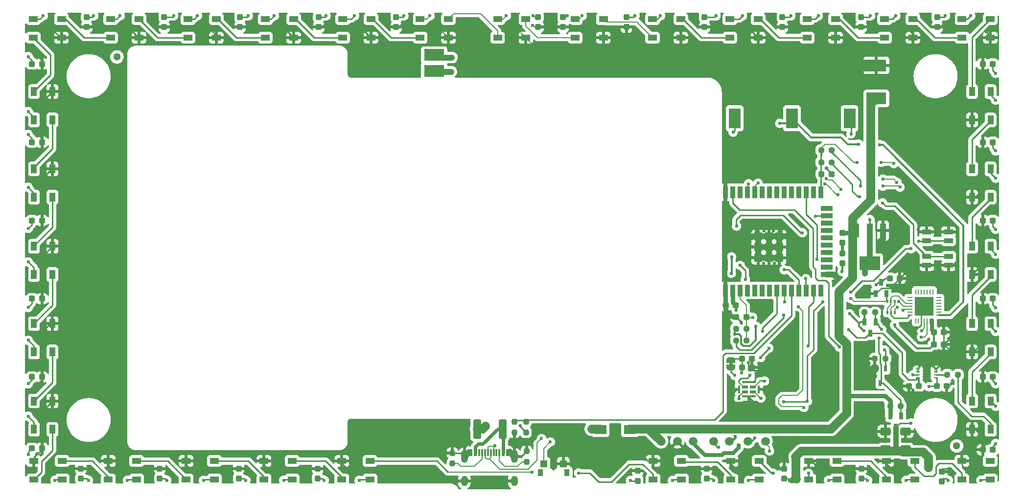
<source format=gbr>
%TF.GenerationSoftware,KiCad,Pcbnew,(6.0.6-0)*%
%TF.CreationDate,2022-10-17T19:06:24+02:00*%
%TF.ProjectId,GlowSignMainPCB,476c6f77-5369-4676-9e4d-61696e504342,rev?*%
%TF.SameCoordinates,Original*%
%TF.FileFunction,Copper,L1,Top*%
%TF.FilePolarity,Positive*%
%FSLAX46Y46*%
G04 Gerber Fmt 4.6, Leading zero omitted, Abs format (unit mm)*
G04 Created by KiCad (PCBNEW (6.0.6-0)) date 2022-10-17 19:06:24*
%MOMM*%
%LPD*%
G01*
G04 APERTURE LIST*
G04 Aperture macros list*
%AMRoundRect*
0 Rectangle with rounded corners*
0 $1 Rounding radius*
0 $2 $3 $4 $5 $6 $7 $8 $9 X,Y pos of 4 corners*
0 Add a 4 corners polygon primitive as box body*
4,1,4,$2,$3,$4,$5,$6,$7,$8,$9,$2,$3,0*
0 Add four circle primitives for the rounded corners*
1,1,$1+$1,$2,$3*
1,1,$1+$1,$4,$5*
1,1,$1+$1,$6,$7*
1,1,$1+$1,$8,$9*
0 Add four rect primitives between the rounded corners*
20,1,$1+$1,$2,$3,$4,$5,0*
20,1,$1+$1,$4,$5,$6,$7,0*
20,1,$1+$1,$6,$7,$8,$9,0*
20,1,$1+$1,$8,$9,$2,$3,0*%
%AMFreePoly0*
4,1,22,0.500000,-0.750000,0.000000,-0.750000,0.000000,-0.745033,-0.079941,-0.743568,-0.215256,-0.701293,-0.333266,-0.622738,-0.424486,-0.514219,-0.481581,-0.384460,-0.499164,-0.250000,-0.500000,-0.250000,-0.500000,0.250000,-0.499164,0.250000,-0.499963,0.256109,-0.478152,0.396186,-0.417904,0.524511,-0.324060,0.630769,-0.204165,0.706417,-0.067858,0.745374,0.000000,0.744959,0.000000,0.750000,
0.500000,0.750000,0.500000,-0.750000,0.500000,-0.750000,$1*%
%AMFreePoly1*
4,1,20,0.000000,0.744959,0.073905,0.744508,0.209726,0.703889,0.328688,0.626782,0.421226,0.519385,0.479903,0.390333,0.500000,0.250000,0.500000,-0.250000,0.499851,-0.262216,0.476331,-0.402017,0.414519,-0.529596,0.319384,-0.634700,0.198574,-0.708877,0.061801,-0.746166,0.000000,-0.745033,0.000000,-0.750000,-0.500000,-0.750000,-0.500000,0.750000,0.000000,0.750000,0.000000,0.744959,
0.000000,0.744959,$1*%
G04 Aperture macros list end*
%TA.AperFunction,SMDPad,CuDef*%
%ADD10RoundRect,0.237500X-0.237500X0.300000X-0.237500X-0.300000X0.237500X-0.300000X0.237500X0.300000X0*%
%TD*%
%TA.AperFunction,SMDPad,CuDef*%
%ADD11R,0.900000X2.000000*%
%TD*%
%TA.AperFunction,SMDPad,CuDef*%
%ADD12R,2.000000X0.900000*%
%TD*%
%TA.AperFunction,SMDPad,CuDef*%
%ADD13R,1.330000X1.330000*%
%TD*%
%TA.AperFunction,SMDPad,CuDef*%
%ADD14R,1.500000X1.000000*%
%TD*%
%TA.AperFunction,SMDPad,CuDef*%
%ADD15RoundRect,0.237500X-0.300000X-0.237500X0.300000X-0.237500X0.300000X0.237500X-0.300000X0.237500X0*%
%TD*%
%TA.AperFunction,SMDPad,CuDef*%
%ADD16RoundRect,0.237500X-0.250000X-0.237500X0.250000X-0.237500X0.250000X0.237500X-0.250000X0.237500X0*%
%TD*%
%TA.AperFunction,SMDPad,CuDef*%
%ADD17R,2.000000X3.500000*%
%TD*%
%TA.AperFunction,SMDPad,CuDef*%
%ADD18RoundRect,0.250000X0.400000X1.450000X-0.400000X1.450000X-0.400000X-1.450000X0.400000X-1.450000X0*%
%TD*%
%TA.AperFunction,SMDPad,CuDef*%
%ADD19R,1.000000X1.500000*%
%TD*%
%TA.AperFunction,SMDPad,CuDef*%
%ADD20R,3.500000X2.000000*%
%TD*%
%TA.AperFunction,SMDPad,CuDef*%
%ADD21R,0.900000X1.200000*%
%TD*%
%TA.AperFunction,SMDPad,CuDef*%
%ADD22R,1.200000X1.300000*%
%TD*%
%TA.AperFunction,SMDPad,CuDef*%
%ADD23RoundRect,0.237500X-0.237500X0.250000X-0.237500X-0.250000X0.237500X-0.250000X0.237500X0.250000X0*%
%TD*%
%TA.AperFunction,SMDPad,CuDef*%
%ADD24RoundRect,0.237500X0.250000X0.237500X-0.250000X0.237500X-0.250000X-0.237500X0.250000X-0.237500X0*%
%TD*%
%TA.AperFunction,SMDPad,CuDef*%
%ADD25R,0.600000X1.070003*%
%TD*%
%TA.AperFunction,SMDPad,CuDef*%
%ADD26R,0.280010X0.900000*%
%TD*%
%TA.AperFunction,SMDPad,CuDef*%
%ADD27R,0.900000X0.280010*%
%TD*%
%TA.AperFunction,SMDPad,CuDef*%
%ADD28R,3.300000X3.300000*%
%TD*%
%TA.AperFunction,SMDPad,CuDef*%
%ADD29C,1.500000*%
%TD*%
%TA.AperFunction,SMDPad,CuDef*%
%ADD30O,0.750013X0.250013*%
%TD*%
%TA.AperFunction,SMDPad,CuDef*%
%ADD31RoundRect,0.237500X0.237500X-0.300000X0.237500X0.300000X-0.237500X0.300000X-0.237500X-0.300000X0*%
%TD*%
%TA.AperFunction,SMDPad,CuDef*%
%ADD32R,0.980010X2.470003*%
%TD*%
%TA.AperFunction,SMDPad,CuDef*%
%ADD33R,3.600000X2.470003*%
%TD*%
%TA.AperFunction,SMDPad,CuDef*%
%ADD34RoundRect,0.237500X0.237500X-0.250000X0.237500X0.250000X-0.237500X0.250000X-0.237500X-0.250000X0*%
%TD*%
%TA.AperFunction,SMDPad,CuDef*%
%ADD35RoundRect,0.250000X0.650000X-0.412500X0.650000X0.412500X-0.650000X0.412500X-0.650000X-0.412500X0*%
%TD*%
%TA.AperFunction,SMDPad,CuDef*%
%ADD36R,1.500000X0.900000*%
%TD*%
%TA.AperFunction,SMDPad,CuDef*%
%ADD37RoundRect,0.237500X0.300000X0.237500X-0.300000X0.237500X-0.300000X-0.237500X0.300000X-0.237500X0*%
%TD*%
%TA.AperFunction,SMDPad,CuDef*%
%ADD38R,0.419990X0.600000*%
%TD*%
%TA.AperFunction,SMDPad,CuDef*%
%ADD39R,0.600000X1.300000*%
%TD*%
%TA.AperFunction,SMDPad,CuDef*%
%ADD40R,0.300000X1.300000*%
%TD*%
%TA.AperFunction,ComponentPad*%
%ADD41O,1.200000X1.800000*%
%TD*%
%TA.AperFunction,ComponentPad*%
%ADD42O,1.200000X2.200000*%
%TD*%
%TA.AperFunction,SMDPad,CuDef*%
%ADD43R,0.700000X1.250013*%
%TD*%
%TA.AperFunction,SMDPad,CuDef*%
%ADD44R,2.046380X1.620015*%
%TD*%
%TA.AperFunction,SMDPad,CuDef*%
%ADD45FreePoly0,90.000000*%
%TD*%
%TA.AperFunction,SMDPad,CuDef*%
%ADD46FreePoly1,90.000000*%
%TD*%
%TA.AperFunction,SMDPad,CuDef*%
%ADD47R,1.050013X0.550013*%
%TD*%
%TA.AperFunction,SMDPad,CuDef*%
%ADD48R,0.450013X1.400000*%
%TD*%
%TA.AperFunction,SMDPad,CuDef*%
%ADD49R,2.400000X0.450013*%
%TD*%
%TA.AperFunction,ViaPad*%
%ADD50C,1.300000*%
%TD*%
%TA.AperFunction,ViaPad*%
%ADD51C,0.600000*%
%TD*%
%TA.AperFunction,Conductor*%
%ADD52C,0.250000*%
%TD*%
%TA.AperFunction,Conductor*%
%ADD53C,0.200000*%
%TD*%
%TA.AperFunction,Conductor*%
%ADD54C,1.000000*%
%TD*%
%TA.AperFunction,Conductor*%
%ADD55C,0.700000*%
%TD*%
%TA.AperFunction,Conductor*%
%ADD56C,2.000000*%
%TD*%
%TA.AperFunction,Conductor*%
%ADD57C,0.800000*%
%TD*%
%TA.AperFunction,Conductor*%
%ADD58C,0.150000*%
%TD*%
%TA.AperFunction,Conductor*%
%ADD59C,0.350000*%
%TD*%
%TA.AperFunction,Conductor*%
%ADD60C,1.500000*%
%TD*%
%TA.AperFunction,Conductor*%
%ADD61C,0.300000*%
%TD*%
%TA.AperFunction,Conductor*%
%ADD62C,0.400000*%
%TD*%
%TA.AperFunction,Conductor*%
%ADD63C,0.127000*%
%TD*%
%TA.AperFunction,Conductor*%
%ADD64C,0.600000*%
%TD*%
%TA.AperFunction,Conductor*%
%ADD65C,0.900000*%
%TD*%
G04 APERTURE END LIST*
%TO.C,JP3*%
G36*
X189326800Y-120849200D02*
G01*
X188726800Y-120849200D01*
X188726800Y-120349200D01*
X189326800Y-120349200D01*
X189326800Y-120849200D01*
G37*
%TD*%
D10*
%TO.P,C30,1*%
%TO.N,LED 5V*%
X155651200Y-60605500D03*
%TO.P,C30,2*%
%TO.N,GND*%
X155651200Y-62330500D03*
%TD*%
%TO.P,C24,1*%
%TO.N,LED 5V*%
X224688400Y-60605500D03*
%TO.P,C24,2*%
%TO.N,GND*%
X224688400Y-62330500D03*
%TD*%
D11*
%TO.P,U4,1,GND*%
%TO.N,GND*%
X188065900Y-107922500D03*
%TO.P,U4,2,3V3*%
%TO.N,+3V3*%
X189335900Y-107922500D03*
%TO.P,U4,3,EN*%
%TO.N,EN*%
X190605900Y-107922500D03*
%TO.P,U4,4,SENSOR_VP*%
%TO.N,unconnected-(U4-Pad4)*%
X191875900Y-107922500D03*
%TO.P,U4,5,SENSOR_VN*%
%TO.N,unconnected-(U4-Pad5)*%
X193145900Y-107922500D03*
%TO.P,U4,6,I34*%
%TO.N,unconnected-(U4-Pad6)*%
X194415900Y-107922500D03*
%TO.P,U4,7,I35*%
%TO.N,unconnected-(U4-Pad7)*%
X195685900Y-107922500D03*
%TO.P,U4,8,IO32*%
%TO.N,IO32{slash}SD*%
X196955900Y-107922500D03*
%TO.P,U4,9,IO33*%
%TO.N,IO33{slash}MAINBUTTON*%
X198225900Y-107922500D03*
%TO.P,U4,10,IO25*%
%TO.N,IO25{slash}VBUS*%
X199495900Y-107922500D03*
%TO.P,U4,11,IO26*%
%TO.N,IO26{slash}BATT VOLT*%
X200765900Y-107922500D03*
%TO.P,U4,12,IO27*%
%TO.N,IO27{slash}BATT CHARGING*%
X202035900Y-107922500D03*
%TO.P,U4,13,IO14*%
%TO.N,IO14{slash}SCK*%
X203305900Y-107922500D03*
%TO.P,U4,14,IO12*%
%TO.N,unconnected-(U4-Pad14)*%
X204575900Y-107922500D03*
D12*
%TO.P,U4,15,GND*%
%TO.N,GND*%
X205575900Y-105137500D03*
%TO.P,U4,16,IO13*%
%TO.N,unconnected-(U4-Pad16)*%
X205575900Y-103867500D03*
%TO.P,U4,17,NC*%
%TO.N,unconnected-(U4-Pad17)*%
X205575900Y-102597500D03*
%TO.P,U4,18,NC*%
%TO.N,unconnected-(U4-Pad18)*%
X205575900Y-101327500D03*
%TO.P,U4,19,NC*%
%TO.N,unconnected-(U4-Pad19)*%
X205575900Y-100057500D03*
%TO.P,U4,20,NC*%
%TO.N,unconnected-(U4-Pad20)*%
X205575900Y-98787500D03*
%TO.P,U4,21,NC*%
%TO.N,unconnected-(U4-Pad21)*%
X205575900Y-97517500D03*
%TO.P,U4,22,NC*%
%TO.N,unconnected-(U4-Pad22)*%
X205575900Y-96247500D03*
%TO.P,U4,23,IO15*%
%TO.N,IO15{slash}WS*%
X205575900Y-94977500D03*
%TO.P,U4,24,IO2*%
%TO.N,unconnected-(U4-Pad24)*%
X205575900Y-93707500D03*
D11*
%TO.P,U4,25,IO0*%
%TO.N,IO0*%
X204575900Y-90922500D03*
%TO.P,U4,26,IO4*%
%TO.N,unconnected-(U4-Pad26)*%
X203305900Y-90922500D03*
%TO.P,U4,27,IO16*%
%TO.N,IO16{slash}LED1*%
X202035900Y-90922500D03*
%TO.P,U4,28,IO17*%
%TO.N,unconnected-(U4-Pad28)*%
X200765900Y-90922500D03*
%TO.P,U4,29,IO5*%
%TO.N,unconnected-(U4-Pad29)*%
X199495900Y-90922500D03*
%TO.P,U4,30,IO18*%
%TO.N,unconnected-(U4-Pad30)*%
X198225900Y-90922500D03*
%TO.P,U4,31,IO19*%
%TO.N,IO19*%
X196955900Y-90922500D03*
%TO.P,U4,32,NC1*%
%TO.N,unconnected-(U4-Pad32)*%
X195685900Y-90922500D03*
%TO.P,U4,33,IO21*%
%TO.N,unconnected-(U4-Pad33)*%
X194415900Y-90922500D03*
%TO.P,U4,34,RXD0*%
%TO.N,RXD0*%
X193145900Y-90922500D03*
%TO.P,U4,35,TXD0*%
%TO.N,TXD0*%
X191875900Y-90922500D03*
%TO.P,U4,36,IO22*%
%TO.N,unconnected-(U4-Pad36)*%
X190605900Y-90922500D03*
%TO.P,U4,37,IO23*%
%TO.N,IO23{slash}LEDPOWER*%
X189335900Y-90922500D03*
%TO.P,U4,38,GND*%
%TO.N,GND*%
X188065900Y-90922500D03*
D13*
%TO.P,U4,39,GND*%
X193730900Y-102257500D03*
X195565900Y-100422500D03*
X193730900Y-98587500D03*
X197400900Y-102257500D03*
X197400900Y-98587500D03*
X197400900Y-100422500D03*
X195565900Y-102257500D03*
X193730900Y-100422500D03*
X195565900Y-98587500D03*
%TD*%
D14*
%TO.P,D17,1,VDD*%
%TO.N,LED 5V*%
X108482750Y-60961100D03*
%TO.P,D17,2,DOUT*%
%TO.N,Net-(D17-Pad2)*%
X108482750Y-64161100D03*
%TO.P,D17,3,VSS*%
%TO.N,GND*%
X113382750Y-64161100D03*
%TO.P,D17,4,DIN*%
%TO.N,Net-(D16-Pad2)*%
X113382750Y-60961100D03*
%TD*%
%TO.P,D11,1,VDD*%
%TO.N,LED 5V*%
X188819450Y-60961100D03*
%TO.P,D11,2,DOUT*%
%TO.N,Net-(D11-Pad2)*%
X188819450Y-64161100D03*
%TO.P,D11,3,VSS*%
%TO.N,GND*%
X193719450Y-64161100D03*
%TO.P,D11,4,DIN*%
%TO.N,Net-(D10-Pad2)*%
X193719450Y-60961100D03*
%TD*%
D15*
%TO.P,C54,1*%
%TO.N,LED 5V*%
X224622720Y-124496537D03*
%TO.P,C54,2*%
%TO.N,GND*%
X226347720Y-124496537D03*
%TD*%
D10*
%TO.P,C25,1*%
%TO.N,LED 5V*%
X211531200Y-60605500D03*
%TO.P,C25,2*%
%TO.N,GND*%
X211531200Y-62330500D03*
%TD*%
D14*
%TO.P,D14,1,VDD*%
%TO.N,LED 5V*%
X148651100Y-60961100D03*
%TO.P,D14,2,DOUT*%
%TO.N,Net-(D14-Pad2)*%
X148651100Y-64161100D03*
%TO.P,D14,3,VSS*%
%TO.N,GND*%
X153551100Y-64161100D03*
%TO.P,D14,4,DIN*%
%TO.N,Net-(D13-Pad2)*%
X153551100Y-60961100D03*
%TD*%
D16*
%TO.P,R19,1*%
%TO.N,GND*%
X213920700Y-119684800D03*
%TO.P,R19,2*%
%TO.N,IO23{slash}LEDPOWER*%
X215745700Y-119684800D03*
%TD*%
D14*
%TO.P,D8,1,VDD*%
%TO.N,LED 5V*%
X228987800Y-60961100D03*
%TO.P,D8,2,DOUT*%
%TO.N,Net-(D8-Pad2)*%
X228987800Y-64161100D03*
%TO.P,D8,3,VSS*%
%TO.N,GND*%
X233887800Y-64161100D03*
%TO.P,D8,4,DIN*%
%TO.N,Net-(D7-Pad2)*%
X233887800Y-60961100D03*
%TD*%
D17*
%TO.P,P4,1*%
%TO.N,VBUS*%
X199567800Y-78130400D03*
%TD*%
D18*
%TO.P,F1,1*%
%TO.N,Net-(F1-Pad1)*%
X149545000Y-131876800D03*
%TO.P,F1,2*%
%TO.N,VBUS*%
X145095000Y-131876800D03*
%TD*%
D15*
%TO.P,C57,1*%
%TO.N,+3V3*%
X216510700Y-105816400D03*
%TO.P,C57,2*%
%TO.N,GND*%
X218235700Y-105816400D03*
%TD*%
D19*
%TO.P,D3,1,VDD*%
%TO.N,LED 5V*%
X233910800Y-127056100D03*
%TO.P,D3,2,DOUT*%
%TO.N,Net-(D3-Pad2)*%
X230710800Y-127056100D03*
%TO.P,D3,3,VSS*%
%TO.N,GND*%
X230710800Y-131956100D03*
%TO.P,D3,4,DIN*%
%TO.N,LED1 DATA OUT*%
X233910800Y-131956100D03*
%TD*%
D14*
%TO.P,D28,1,VDD*%
%TO.N,LED 5V*%
X99681200Y-140639600D03*
%TO.P,D28,2,DOUT*%
%TO.N,Net-(D28-Pad2)*%
X99681200Y-137439600D03*
%TO.P,D28,3,VSS*%
%TO.N,GND*%
X94781200Y-137439600D03*
%TO.P,D28,4,DIN*%
%TO.N,Net-(D27-Pad2)*%
X94781200Y-140639600D03*
%TD*%
D20*
%TO.P,P2,1*%
%TO.N,-BATT*%
X137668000Y-69926200D03*
%TD*%
D21*
%TO.P,SW3,1,1*%
%TO.N,unconnected-(SW3-Pad1)*%
X160643575Y-139475768D03*
%TO.P,SW3,2,2*%
%TO.N,unconnected-(SW3-Pad2)*%
X156043625Y-139475768D03*
D22*
%TO.P,SW3,3,3*%
%TO.N,GND*%
X160018479Y-137925857D03*
%TO.P,SW3,4,4*%
%TO.N,IO33{slash}MAINBUTTON*%
X156668467Y-137925857D03*
%TD*%
D14*
%TO.P,D18,1,VDD*%
%TO.N,LED 5V*%
X95093300Y-60961100D03*
%TO.P,D18,2,DOUT*%
%TO.N,Net-(D18-Pad2)*%
X95093300Y-64161100D03*
%TO.P,D18,3,VSS*%
%TO.N,GND*%
X99993300Y-64161100D03*
%TO.P,D18,4,DIN*%
%TO.N,Net-(D17-Pad2)*%
X99993300Y-60961100D03*
%TD*%
D23*
%TO.P,R2,1*%
%TO.N,GND*%
X140817600Y-136044300D03*
%TO.P,R2,2*%
%TO.N,USB-C CC1*%
X140817600Y-137869300D03*
%TD*%
D24*
%TO.P,R20,1*%
%TO.N,Net-(R18-Pad1)*%
X213967700Y-111709200D03*
%TO.P,R20,2*%
%TO.N,+3V3*%
X212142700Y-111709200D03*
%TD*%
D15*
%TO.P,C41,1*%
%TO.N,LED 5V*%
X68122800Y-135229600D03*
%TO.P,C41,2*%
%TO.N,GND*%
X69847800Y-135229600D03*
%TD*%
D20*
%TO.P,P6,1*%
%TO.N,+5V*%
X214172800Y-74701400D03*
%TD*%
D10*
%TO.P,C7,1*%
%TO.N,GND*%
X208280000Y-101499500D03*
%TO.P,C7,2*%
%TO.N,+3V3*%
X208280000Y-103224500D03*
%TD*%
D14*
%TO.P,D20,1,VDD*%
%TO.N,LED 5V*%
X68314400Y-60961100D03*
%TO.P,D20,2,DOUT*%
%TO.N,Net-(D20-Pad2)*%
X68314400Y-64161100D03*
%TO.P,D20,3,VSS*%
%TO.N,GND*%
X73214400Y-64161100D03*
%TO.P,D20,4,DIN*%
%TO.N,Net-(D19-Pad2)*%
X73214400Y-60961100D03*
%TD*%
D24*
%TO.P,R18,1*%
%TO.N,Net-(R18-Pad1)*%
X218372062Y-127949200D03*
%TO.P,R18,2*%
%TO.N,+5V*%
X216547062Y-127949200D03*
%TD*%
D15*
%TO.P,C37,1*%
%TO.N,LED 5V*%
X68122800Y-82270600D03*
%TO.P,C37,2*%
%TO.N,GND*%
X69847800Y-82270600D03*
%TD*%
D14*
%TO.P,D12,1,VDD*%
%TO.N,LED 5V*%
X175430000Y-60961100D03*
%TO.P,D12,2,DOUT*%
%TO.N,Net-(D12-Pad2)*%
X175430000Y-64161100D03*
%TO.P,D12,3,VSS*%
%TO.N,GND*%
X180330000Y-64161100D03*
%TO.P,D12,4,DIN*%
%TO.N,Net-(D11-Pad2)*%
X180330000Y-60961100D03*
%TD*%
D25*
%TO.P,U12,1,G*%
%TO.N,IO23{slash}LEDPOWER*%
X215783162Y-121446923D03*
%TO.P,U12,2,S*%
%TO.N,GND*%
X213883238Y-121446923D03*
%TO.P,U12,3,D*%
%TO.N,Net-(R18-Pad1)*%
X214833200Y-123917077D03*
%TD*%
D26*
%TO.P,U7,1,DCD*%
%TO.N,unconnected-(U7-Pad1)*%
X220951930Y-113170479D03*
%TO.P,U7,2,RI*%
%TO.N,unconnected-(U7-Pad2)*%
X221452311Y-113170479D03*
%TO.P,U7,3,GND*%
%TO.N,GND*%
X221952692Y-113170479D03*
%TO.P,U7,4,D+*%
%TO.N,USB-C DATA+*%
X222453073Y-113170479D03*
%TO.P,U7,5,D-*%
%TO.N,USB-C DATA-*%
X222953454Y-113170479D03*
%TO.P,U7,6,VDD*%
%TO.N,+3V3*%
X223453835Y-113170479D03*
%TO.P,U7,7,REGIN*%
X223954216Y-113170479D03*
D27*
%TO.P,U7,8,VBUS*%
%TO.N,VBUS*%
X224953200Y-112171749D03*
%TO.P,U7,9,~{RST}*%
%TO.N,unconnected-(U7-Pad9)*%
X224953200Y-111671368D03*
%TO.P,U7,10,NC*%
%TO.N,unconnected-(U7-Pad10)*%
X224953200Y-111170987D03*
%TO.P,U7,11,~{SUSPEND}*%
%TO.N,unconnected-(U7-Pad11)*%
X224953200Y-110670606D03*
%TO.P,U7,12,SUSPEND*%
%TO.N,unconnected-(U7-Pad12)*%
X224953200Y-110170225D03*
%TO.P,U7,13,NC*%
%TO.N,unconnected-(U7-Pad13)*%
X224953200Y-109669844D03*
%TO.P,U7,14,NC*%
%TO.N,unconnected-(U7-Pad14)*%
X224953200Y-109169463D03*
D26*
%TO.P,U7,15,NC*%
%TO.N,unconnected-(U7-Pad15)*%
X223954216Y-108170479D03*
%TO.P,U7,16,NC*%
%TO.N,unconnected-(U7-Pad16)*%
X223453835Y-108170479D03*
%TO.P,U7,17,NC*%
%TO.N,unconnected-(U7-Pad17)*%
X222953454Y-108170479D03*
%TO.P,U7,18,NC*%
%TO.N,unconnected-(U7-Pad18)*%
X222453073Y-108170479D03*
%TO.P,U7,19,NC*%
%TO.N,unconnected-(U7-Pad19)*%
X221952692Y-108170479D03*
%TO.P,U7,20,NC*%
%TO.N,unconnected-(U7-Pad20)*%
X221452311Y-108170479D03*
%TO.P,U7,21,NC*%
%TO.N,unconnected-(U7-Pad21)*%
X220951930Y-108170479D03*
D27*
%TO.P,U7,22,NC*%
%TO.N,unconnected-(U7-Pad22)*%
X219953200Y-109169463D03*
%TO.P,U7,23,CTS*%
%TO.N,unconnected-(U7-Pad23)*%
X219953200Y-109669844D03*
%TO.P,U7,24,RTS*%
%TO.N,RTS*%
X219953200Y-110170225D03*
%TO.P,U7,25,RXD*%
%TO.N,TXD0*%
X219953200Y-110670606D03*
%TO.P,U7,26,TXD*%
%TO.N,RXD0*%
X219953200Y-111170987D03*
%TO.P,U7,27,DSR*%
%TO.N,unconnected-(U7-Pad27)*%
X219953200Y-111671368D03*
%TO.P,U7,28,DTR*%
%TO.N,DTR*%
X219953200Y-112171749D03*
D28*
%TO.P,U7,29,GND_PAD*%
%TO.N,GND*%
X222453073Y-110670606D03*
%TD*%
D14*
%TO.P,D10,1,VDD*%
%TO.N,LED 5V*%
X202208900Y-60961100D03*
%TO.P,D10,2,DOUT*%
%TO.N,Net-(D10-Pad2)*%
X202208900Y-64161100D03*
%TO.P,D10,3,VSS*%
%TO.N,GND*%
X207108900Y-64161100D03*
%TO.P,D10,4,DIN*%
%TO.N,Net-(D10-Pad4)*%
X207108900Y-60961100D03*
%TD*%
D19*
%TO.P,D5,1,VDD*%
%TO.N,LED 5V*%
X233910800Y-100278100D03*
%TO.P,D5,2,DOUT*%
%TO.N,Net-(D5-Pad2)*%
X230710800Y-100278100D03*
%TO.P,D5,3,VSS*%
%TO.N,GND*%
X230710800Y-105178100D03*
%TO.P,D5,4,DIN*%
%TO.N,Net-(D4-Pad2)*%
X233910800Y-105178100D03*
%TD*%
D29*
%TO.P,TP1,1,1*%
%TO.N,IO16{slash}LED1*%
X191973200Y-134010400D03*
%TD*%
D10*
%TO.P,C31,1*%
%TO.N,LED 5V*%
X131114800Y-60605500D03*
%TO.P,C31,2*%
%TO.N,GND*%
X131114800Y-62330500D03*
%TD*%
D15*
%TO.P,C39,1*%
%TO.N,LED 5V*%
X68122800Y-109347000D03*
%TO.P,C39,2*%
%TO.N,GND*%
X69847800Y-109347000D03*
%TD*%
D29*
%TO.P,TP4,1,1*%
%TO.N,+BATT*%
X186029600Y-134010400D03*
%TD*%
D30*
%TO.P,U3,1,VCCA*%
%TO.N,LED 5V*%
X224434400Y-123021600D03*
%TO.P,U3,2,A1*%
%TO.N,Net-(R1-Pad1)*%
X224434400Y-122521473D03*
%TO.P,U3,3,A2*%
%TO.N,GND*%
X224434400Y-122021600D03*
%TO.P,U3,4,GND*%
X224434400Y-121521473D03*
%TO.P,U3,5,DIR*%
X221334578Y-121521473D03*
%TO.P,U3,6,B2*%
X221334578Y-122021600D03*
%TO.P,U3,7,B1*%
%TO.N,IO16{slash}LED1*%
X221334578Y-122521473D03*
%TO.P,U3,8,VCCB*%
%TO.N,3.3V AFTER RELAY*%
X221334578Y-123021600D03*
%TD*%
D19*
%TO.P,D24,1,VDD*%
%TO.N,LED 5V*%
X68464400Y-118567100D03*
%TO.P,D24,2,DOUT*%
%TO.N,Net-(D24-Pad2)*%
X71664400Y-118567100D03*
%TO.P,D24,3,VSS*%
%TO.N,GND*%
X71664400Y-113667100D03*
%TO.P,D24,4,DIN*%
%TO.N,Net-(D23-Pad2)*%
X68464400Y-113667100D03*
%TD*%
D15*
%TO.P,C36,1*%
%TO.N,LED 5V*%
X68122800Y-68732400D03*
%TO.P,C36,2*%
%TO.N,GND*%
X69847800Y-68732400D03*
%TD*%
D10*
%TO.P,C26,1*%
%TO.N,LED 5V*%
X197916800Y-60605500D03*
%TO.P,C26,2*%
%TO.N,GND*%
X197916800Y-62330500D03*
%TD*%
D14*
%TO.P,D32,1,VDD*%
%TO.N,LED 5V*%
X193915200Y-140639600D03*
%TO.P,D32,2,DOUT*%
%TO.N,Net-(D32-Pad2)*%
X193915200Y-137439600D03*
%TO.P,D32,3,VSS*%
%TO.N,GND*%
X189015200Y-137439600D03*
%TO.P,D32,4,DIN*%
%TO.N,Net-(D31-Pad2)*%
X189015200Y-140639600D03*
%TD*%
%TO.P,D26,1,VDD*%
%TO.N,LED 5V*%
X73316000Y-140639600D03*
%TO.P,D26,2,DOUT*%
%TO.N,Net-(D26-Pad2)*%
X73316000Y-137439600D03*
%TO.P,D26,3,VSS*%
%TO.N,GND*%
X68416000Y-137439600D03*
%TO.P,D26,4,DIN*%
%TO.N,Net-(D25-Pad2)*%
X68416000Y-140639600D03*
%TD*%
D31*
%TO.P,C46,1*%
%TO.N,LED 5V*%
X172872400Y-140867300D03*
%TO.P,C46,2*%
%TO.N,GND*%
X172872400Y-139142300D03*
%TD*%
D32*
%TO.P,U18,1,GND*%
%TO.N,GND*%
X215304375Y-97564850D03*
%TO.P,U18,2,Vout*%
%TO.N,+3V3*%
X213004400Y-97564850D03*
%TO.P,U18,3,Vin*%
%TO.N,+5V*%
X210704425Y-97564850D03*
D33*
%TO.P,U18,4,Vout*%
%TO.N,+3V3*%
X213004400Y-103234650D03*
%TD*%
D34*
%TO.P,R11,1*%
%TO.N,GND*%
X151545405Y-132484500D03*
%TO.P,R11,2*%
%TO.N,IO25{slash}VBUS*%
X151545405Y-130659500D03*
%TD*%
D31*
%TO.P,C44,1*%
%TO.N,LED 5V*%
X103861150Y-140460900D03*
%TO.P,C44,2*%
%TO.N,GND*%
X103861150Y-138735900D03*
%TD*%
D19*
%TO.P,D23,1,VDD*%
%TO.N,LED 5V*%
X68464400Y-105178100D03*
%TO.P,D23,2,DOUT*%
%TO.N,Net-(D23-Pad2)*%
X71664400Y-105178100D03*
%TO.P,D23,3,VSS*%
%TO.N,GND*%
X71664400Y-100278100D03*
%TO.P,D23,4,DIN*%
%TO.N,Net-(D22-Pad2)*%
X68464400Y-100278100D03*
%TD*%
D35*
%TO.P,C3,1*%
%TO.N,LED 5V*%
X219252800Y-135420500D03*
%TO.P,C3,2*%
%TO.N,GND*%
X219252800Y-132295500D03*
%TD*%
D14*
%TO.P,D15,1,VDD*%
%TO.N,LED 5V*%
X135261650Y-60961100D03*
%TO.P,D15,2,DOUT*%
%TO.N,Net-(D15-Pad2)*%
X135261650Y-64161100D03*
%TO.P,D15,3,VSS*%
%TO.N,GND*%
X140161650Y-64161100D03*
%TO.P,D15,4,DIN*%
%TO.N,Net-(D14-Pad2)*%
X140161650Y-60961100D03*
%TD*%
D15*
%TO.P,C38,1*%
%TO.N,LED 5V*%
X68122800Y-95808800D03*
%TO.P,C38,2*%
%TO.N,GND*%
X69847800Y-95808800D03*
%TD*%
%TO.P,C40,1*%
%TO.N,LED 5V*%
X68122800Y-122885200D03*
%TO.P,C40,2*%
%TO.N,GND*%
X69847800Y-122885200D03*
%TD*%
D14*
%TO.P,D35,1,VDD*%
%TO.N,LED 5V*%
X233847500Y-140639600D03*
%TO.P,D35,2,DOUT*%
%TO.N,unconnected-(D35-Pad2)*%
X233847500Y-137439600D03*
%TO.P,D35,3,VSS*%
%TO.N,GND*%
X228947500Y-137439600D03*
%TO.P,D35,4,DIN*%
%TO.N,Net-(D34-Pad2)*%
X228947500Y-140639600D03*
%TD*%
D36*
%TO.P,SW1,1,1*%
%TO.N,GND*%
X222839276Y-97801936D03*
X226639124Y-97801936D03*
%TO.P,SW1,2,2*%
%TO.N,Net-(R4-Pad1)*%
X226639124Y-99302064D03*
X222839276Y-99302064D03*
%TD*%
D14*
%TO.P,D31,1,VDD*%
%TO.N,LED 5V*%
X180453200Y-140639600D03*
%TO.P,D31,2,DOUT*%
%TO.N,Net-(D31-Pad2)*%
X180453200Y-137439600D03*
%TO.P,D31,3,VSS*%
%TO.N,GND*%
X175553200Y-137439600D03*
%TO.P,D31,4,DIN*%
%TO.N,Net-(D30-Pad2)*%
X175553200Y-140639600D03*
%TD*%
D19*
%TO.P,D4,1,VDD*%
%TO.N,LED 5V*%
X233910800Y-113667100D03*
%TO.P,D4,2,DOUT*%
%TO.N,Net-(D4-Pad2)*%
X230710800Y-113667100D03*
%TO.P,D4,3,VSS*%
%TO.N,GND*%
X230710800Y-118567100D03*
%TO.P,D4,4,DIN*%
%TO.N,Net-(D3-Pad2)*%
X233910800Y-118567100D03*
%TD*%
D37*
%TO.P,C19,1*%
%TO.N,LED 5V*%
X234288500Y-122885200D03*
%TO.P,C19,2*%
%TO.N,GND*%
X232563500Y-122885200D03*
%TD*%
D10*
%TO.P,C32,1*%
%TO.N,LED 5V*%
X117703600Y-60605500D03*
%TO.P,C32,2*%
%TO.N,GND*%
X117703600Y-62330500D03*
%TD*%
D14*
%TO.P,D19,1,VDD*%
%TO.N,LED 5V*%
X81703850Y-60961100D03*
%TO.P,D19,2,DOUT*%
%TO.N,Net-(D19-Pad2)*%
X81703850Y-64161100D03*
%TO.P,D19,3,VSS*%
%TO.N,GND*%
X86603850Y-64161100D03*
%TO.P,D19,4,DIN*%
%TO.N,Net-(D18-Pad2)*%
X86603850Y-60961100D03*
%TD*%
D10*
%TO.P,C34,1*%
%TO.N,LED 5V*%
X90982800Y-60605500D03*
%TO.P,C34,2*%
%TO.N,GND*%
X90982800Y-62330500D03*
%TD*%
D31*
%TO.P,C47,1*%
%TO.N,LED 5V*%
X184823100Y-140460900D03*
%TO.P,C47,2*%
%TO.N,GND*%
X184823100Y-138735900D03*
%TD*%
D14*
%TO.P,D16,1,VDD*%
%TO.N,LED 5V*%
X121872200Y-60961100D03*
%TO.P,D16,2,DOUT*%
%TO.N,Net-(D16-Pad2)*%
X121872200Y-64161100D03*
%TO.P,D16,3,VSS*%
%TO.N,GND*%
X126772200Y-64161100D03*
%TO.P,D16,4,DIN*%
%TO.N,Net-(D15-Pad2)*%
X126772200Y-60961100D03*
%TD*%
D37*
%TO.P,C53,1*%
%TO.N,GND*%
X192632500Y-119735600D03*
%TO.P,C53,2*%
%TO.N,Net-(C10-Pad2)*%
X190907500Y-119735600D03*
%TD*%
D14*
%TO.P,D29,1,VDD*%
%TO.N,LED 5V*%
X113143200Y-140639600D03*
%TO.P,D29,2,DOUT*%
%TO.N,Net-(D29-Pad2)*%
X113143200Y-137439600D03*
%TO.P,D29,3,VSS*%
%TO.N,GND*%
X108243200Y-137439600D03*
%TO.P,D29,4,DIN*%
%TO.N,Net-(D28-Pad2)*%
X108243200Y-140639600D03*
%TD*%
D38*
%TO.P,U8,1,E*%
%TO.N,RTS*%
X216043010Y-111749633D03*
%TO.P,U8,2,B*%
%TO.N,DTR*%
X216692997Y-111749633D03*
%TO.P,U8,3,C*%
%TO.N,IO0*%
X217342984Y-111749633D03*
%TO.P,U8,4,E*%
%TO.N,DTR*%
X217342984Y-109849709D03*
%TO.P,U8,5,B*%
%TO.N,RTS*%
X216692997Y-109849709D03*
%TO.P,U8,6,C*%
%TO.N,EN*%
X216043010Y-109849709D03*
%TD*%
D39*
%TO.P,USB1,A1B12,GND*%
%TO.N,GND*%
X144018502Y-135954884D03*
%TO.P,USB1,A4B9,VBUS*%
%TO.N,Net-(F1-Pad1)*%
X144818349Y-135954884D03*
D40*
%TO.P,USB1,A5,CC1*%
%TO.N,USB-C CC1*%
X145968464Y-135954884D03*
%TO.P,USB1,A6,DP1*%
%TO.N,USB-C DATA+*%
X146968464Y-135954884D03*
%TO.P,USB1,A7,DN1*%
%TO.N,USB-C DATA-*%
X147468336Y-135954884D03*
%TO.P,USB1,A8,SBU1*%
%TO.N,unconnected-(USB1-PadA8)*%
X148468336Y-135954884D03*
D39*
%TO.P,USB1,B1A12,GND*%
%TO.N,GND*%
X150418298Y-135954884D03*
%TO.P,USB1,B4A9,VBUS*%
%TO.N,Net-(F1-Pad1)*%
X149618451Y-135954884D03*
D40*
%TO.P,USB1,B5,CC2*%
%TO.N,USB-C CC2*%
X148968464Y-135954884D03*
%TO.P,USB1,B6,DP2*%
%TO.N,USB-C DATA+*%
X147968464Y-135954884D03*
%TO.P,USB1,B7,DN2*%
%TO.N,USB-C DATA-*%
X146468336Y-135954884D03*
%TO.P,USB1,B8,SBU2*%
%TO.N,unconnected-(USB1-PadB8)*%
X145468336Y-135954884D03*
D41*
%TO.P,USB1,SHELL,SHELL*%
%TO.N,GND*%
X151538441Y-140877414D03*
D42*
X142898359Y-136697328D03*
D41*
X142898359Y-140877414D03*
D42*
X151538441Y-136697328D03*
%TD*%
D43*
%TO.P,U19,1,GND*%
%TO.N,GND*%
X214035638Y-108492800D03*
%TO.P,U19,2,RESET#*%
%TO.N,EN*%
X215935562Y-108492800D03*
%TO.P,U19,3,VDD*%
%TO.N,+3V3*%
X214985600Y-106492800D03*
%TD*%
D14*
%TO.P,D34,1,VDD*%
%TO.N,LED 5V*%
X220839200Y-140639600D03*
%TO.P,D34,2,DOUT*%
%TO.N,Net-(D34-Pad2)*%
X220839200Y-137439600D03*
%TO.P,D34,3,VSS*%
%TO.N,GND*%
X215939200Y-137439600D03*
%TO.P,D34,4,DIN*%
%TO.N,Net-(D33-Pad2)*%
X215939200Y-140639600D03*
%TD*%
D29*
%TO.P,TP7,1,1*%
%TO.N,GND*%
X179730400Y-134010400D03*
%TD*%
%TO.P,TP8,1,1*%
%TO.N,+5V*%
X176936400Y-134010400D03*
%TD*%
D14*
%TO.P,D9,1,VDD*%
%TO.N,LED 5V*%
X215598350Y-60961100D03*
%TO.P,D9,2,DOUT*%
%TO.N,Net-(D10-Pad4)*%
X215598350Y-64161100D03*
%TO.P,D9,3,VSS*%
%TO.N,GND*%
X220498350Y-64161100D03*
%TO.P,D9,4,DIN*%
%TO.N,Net-(D8-Pad2)*%
X220498350Y-60961100D03*
%TD*%
D29*
%TO.P,TP2,1,1*%
%TO.N,IO33{slash}MAINBUTTON*%
X194970400Y-134010400D03*
%TD*%
D19*
%TO.P,D7,1,VDD*%
%TO.N,LED 5V*%
X233910800Y-73500100D03*
%TO.P,D7,2,DOUT*%
%TO.N,Net-(D7-Pad2)*%
X230710800Y-73500100D03*
%TO.P,D7,3,VSS*%
%TO.N,GND*%
X230710800Y-78400100D03*
%TO.P,D7,4,DIN*%
%TO.N,Net-(D6-Pad2)*%
X233910800Y-78400100D03*
%TD*%
D31*
%TO.P,C42,1*%
%TO.N,LED 5V*%
X76555600Y-140460900D03*
%TO.P,C42,2*%
%TO.N,GND*%
X76555600Y-138735900D03*
%TD*%
D16*
%TO.P,R1,1*%
%TO.N,Net-(R1-Pad1)*%
X226452320Y-122515337D03*
%TO.P,R1,2*%
%TO.N,LED1 DATA OUT*%
X228277320Y-122515337D03*
%TD*%
D37*
%TO.P,C22,1*%
%TO.N,LED 5V*%
X234288500Y-82270600D03*
%TO.P,C22,2*%
%TO.N,GND*%
X232563500Y-82270600D03*
%TD*%
D23*
%TO.P,R3,1*%
%TO.N,GND*%
X153670000Y-135739500D03*
%TO.P,R3,2*%
%TO.N,USB-C CC2*%
X153670000Y-137564500D03*
%TD*%
D37*
%TO.P,C20,1*%
%TO.N,LED 5V*%
X234288500Y-109347000D03*
%TO.P,C20,2*%
%TO.N,GND*%
X232563500Y-109347000D03*
%TD*%
D10*
%TO.P,C29,1*%
%TO.N,LED 5V*%
X159969200Y-60605500D03*
%TO.P,C29,2*%
%TO.N,GND*%
X159969200Y-62330500D03*
%TD*%
D19*
%TO.P,D25,1,VDD*%
%TO.N,LED 5V*%
X68464400Y-131956100D03*
%TO.P,D25,2,DOUT*%
%TO.N,Net-(D25-Pad2)*%
X71664400Y-131956100D03*
%TO.P,D25,3,VSS*%
%TO.N,GND*%
X71664400Y-127056100D03*
%TO.P,D25,4,DIN*%
%TO.N,Net-(D24-Pad2)*%
X68464400Y-127056100D03*
%TD*%
%TO.P,D22,1,VDD*%
%TO.N,LED 5V*%
X68464400Y-91789100D03*
%TO.P,D22,2,DOUT*%
%TO.N,Net-(D22-Pad2)*%
X71664400Y-91789100D03*
%TO.P,D22,3,VSS*%
%TO.N,GND*%
X71664400Y-86889100D03*
%TO.P,D22,4,DIN*%
%TO.N,Net-(D21-Pad2)*%
X68464400Y-86889100D03*
%TD*%
D43*
%TO.P,U14,1,G*%
%TO.N,Net-(R18-Pad1)*%
X214030562Y-113350800D03*
%TO.P,U14,2,S*%
%TO.N,+3V3*%
X212130638Y-113350800D03*
%TO.P,U14,3,D*%
%TO.N,3.3V AFTER RELAY*%
X213080600Y-115350800D03*
%TD*%
D14*
%TO.P,D33,1,VDD*%
%TO.N,LED 5V*%
X207377200Y-140639600D03*
%TO.P,D33,2,DOUT*%
%TO.N,Net-(D33-Pad2)*%
X207377200Y-137439600D03*
%TO.P,D33,3,VSS*%
%TO.N,GND*%
X202477200Y-137439600D03*
%TO.P,D33,4,DIN*%
%TO.N,Net-(D32-Pad2)*%
X202477200Y-140639600D03*
%TD*%
D44*
%TO.P,U2,1,K*%
%TO.N,+5V*%
X171577031Y-131978425D03*
%TO.P,U2,2,A*%
%TO.N,VBUS*%
X166446220Y-131978425D03*
%TD*%
D19*
%TO.P,D6,1,VDD*%
%TO.N,LED 5V*%
X233910800Y-86889100D03*
%TO.P,D6,2,DOUT*%
%TO.N,Net-(D6-Pad2)*%
X230710800Y-86889100D03*
%TO.P,D6,3,VSS*%
%TO.N,GND*%
X230710800Y-91789100D03*
%TO.P,D6,4,DIN*%
%TO.N,Net-(D5-Pad2)*%
X233910800Y-91789100D03*
%TD*%
D10*
%TO.P,C28,1*%
%TO.N,LED 5V*%
X170942000Y-60605500D03*
%TO.P,C28,2*%
%TO.N,GND*%
X170942000Y-62330500D03*
%TD*%
D20*
%TO.P,P7,1*%
%TO.N,GND*%
X214172800Y-68978400D03*
%TD*%
D24*
%TO.P,R6,1*%
%TO.N,EN*%
X191729550Y-114554000D03*
%TO.P,R6,2*%
%TO.N,+3V3*%
X189904550Y-114554000D03*
%TD*%
D10*
%TO.P,C27,1*%
%TO.N,LED 5V*%
X184454800Y-60605500D03*
%TO.P,C27,2*%
%TO.N,GND*%
X184454800Y-62330500D03*
%TD*%
D31*
%TO.P,C45,1*%
%TO.N,LED 5V*%
X117513925Y-140460900D03*
%TO.P,C45,2*%
%TO.N,GND*%
X117513925Y-138735900D03*
%TD*%
D37*
%TO.P,C4,1*%
%TO.N,GND*%
X225835497Y-117250530D03*
%TO.P,C4,2*%
%TO.N,+3V3*%
X224110497Y-117250530D03*
%TD*%
D29*
%TO.P,TP6,1,1*%
%TO.N,3.3V AFTER RELAY*%
X182473600Y-134010400D03*
%TD*%
D45*
%TO.P,JP3,1,A*%
%TO.N,3.3V AFTER RELAY*%
X189026800Y-121249200D03*
D46*
%TO.P,JP3,2,B*%
%TO.N,Net-(C10-Pad2)*%
X189026800Y-119949200D03*
%TD*%
D23*
%TO.P,R10,1*%
%TO.N,IO25{slash}VBUS*%
X153568400Y-130659500D03*
%TO.P,R10,2*%
%TO.N,VBUS*%
X153568400Y-132484500D03*
%TD*%
D31*
%TO.P,C50,1*%
%TO.N,LED 5V*%
X225501200Y-140968900D03*
%TO.P,C50,2*%
%TO.N,GND*%
X225501200Y-139243900D03*
%TD*%
D37*
%TO.P,C2,1*%
%TO.N,3.3V AFTER RELAY*%
X221523620Y-124445737D03*
%TO.P,C2,2*%
%TO.N,GND*%
X219798620Y-124445737D03*
%TD*%
D17*
%TO.P,P3,1*%
%TO.N,IO26{slash}BATT VOLT*%
X189661800Y-78130400D03*
%TD*%
D10*
%TO.P,C33,1*%
%TO.N,LED 5V*%
X104089200Y-60605500D03*
%TO.P,C33,2*%
%TO.N,GND*%
X104089200Y-62330500D03*
%TD*%
D47*
%TO.P,U20,1,VDD*%
%TO.N,Net-(C10-Pad2)*%
X191450517Y-125453255D03*
%TO.P,U20,2,L/R*%
%TO.N,IO15{slash}WS*%
X192800784Y-125453255D03*
%TO.P,U20,3,CLK*%
%TO.N,IO14{slash}SCK*%
X192800784Y-124603369D03*
%TO.P,U20,4,DATA*%
%TO.N,IO32{slash}SD*%
X191450517Y-124603369D03*
D48*
%TO.P,U20,5,GND*%
%TO.N,GND*%
X190400733Y-125028312D03*
D49*
%TO.P,U20,6,GND*%
X192125651Y-126253357D03*
D48*
%TO.P,U20,7,GND*%
X193850568Y-125028312D03*
D49*
%TO.P,U20,8,GND*%
X192125651Y-123803268D03*
%TD*%
D43*
%TO.P,U13,1,G*%
%TO.N,Net-(R18-Pad1)*%
X218460324Y-129590800D03*
%TO.P,U13,2,S*%
%TO.N,+5V*%
X216560400Y-129590800D03*
%TO.P,U13,3,D*%
%TO.N,LED 5V*%
X217510362Y-131590800D03*
%TD*%
D37*
%TO.P,C8,1*%
%TO.N,EN*%
X191679550Y-112534000D03*
%TO.P,C8,2*%
%TO.N,GND*%
X189954550Y-112534000D03*
%TD*%
D20*
%TO.P,P1,1*%
%TO.N,+BATT*%
X137668000Y-67183000D03*
%TD*%
D10*
%TO.P,C35,1*%
%TO.N,LED 5V*%
X77571600Y-60605500D03*
%TO.P,C35,2*%
%TO.N,GND*%
X77571600Y-62330500D03*
%TD*%
D14*
%TO.P,D27,1,VDD*%
%TO.N,LED 5V*%
X86219200Y-140639600D03*
%TO.P,D27,2,DOUT*%
%TO.N,Net-(D27-Pad2)*%
X86219200Y-137439600D03*
%TO.P,D27,3,VSS*%
%TO.N,GND*%
X81319200Y-137439600D03*
%TO.P,D27,4,DIN*%
%TO.N,Net-(D26-Pad2)*%
X81319200Y-140639600D03*
%TD*%
%TO.P,D13,1,VDD*%
%TO.N,LED 5V*%
X162040550Y-60961100D03*
%TO.P,D13,2,DOUT*%
%TO.N,Net-(D13-Pad2)*%
X162040550Y-64161100D03*
%TO.P,D13,3,VSS*%
%TO.N,GND*%
X166940550Y-64161100D03*
%TO.P,D13,4,DIN*%
%TO.N,Net-(D12-Pad2)*%
X166940550Y-60961100D03*
%TD*%
D19*
%TO.P,D21,1,VDD*%
%TO.N,LED 5V*%
X68464400Y-78400100D03*
%TO.P,D21,2,DOUT*%
%TO.N,Net-(D21-Pad2)*%
X71664400Y-78400100D03*
%TO.P,D21,3,VSS*%
%TO.N,GND*%
X71664400Y-73500100D03*
%TO.P,D21,4,DIN*%
%TO.N,Net-(D20-Pad2)*%
X68464400Y-73500100D03*
%TD*%
D15*
%TO.P,C6,1*%
%TO.N,+3V3*%
X224110497Y-115150530D03*
%TO.P,C6,2*%
%TO.N,GND*%
X225835497Y-115150530D03*
%TD*%
%TO.P,C1,1*%
%TO.N,GND*%
X188108550Y-110510400D03*
%TO.P,C1,2*%
%TO.N,+3V3*%
X189833550Y-110510400D03*
%TD*%
D14*
%TO.P,D30,1,VDD*%
%TO.N,LED 5V*%
X126605200Y-140639600D03*
%TO.P,D30,2,DOUT*%
%TO.N,Net-(D30-Pad2)*%
X126605200Y-137439600D03*
%TO.P,D30,3,VSS*%
%TO.N,GND*%
X121705200Y-137439600D03*
%TO.P,D30,4,DIN*%
%TO.N,Net-(D29-Pad2)*%
X121705200Y-140639600D03*
%TD*%
D31*
%TO.P,C48,1*%
%TO.N,LED 5V*%
X198196200Y-140460900D03*
%TO.P,C48,2*%
%TO.N,GND*%
X198196200Y-138735900D03*
%TD*%
D29*
%TO.P,TP5,1,1*%
%TO.N,-BATT*%
X188766800Y-134010400D03*
%TD*%
D17*
%TO.P,P5,1*%
%TO.N,IO27{slash}BATT CHARGING*%
X209524600Y-78130400D03*
%TD*%
D37*
%TO.P,C18,1*%
%TO.N,LED 5V*%
X234288500Y-135483600D03*
%TO.P,C18,2*%
%TO.N,GND*%
X232563500Y-135483600D03*
%TD*%
D16*
%TO.P,R7,1*%
%TO.N,IO0*%
X204624300Y-85742400D03*
%TO.P,R7,2*%
%TO.N,+3V3*%
X206449300Y-85742400D03*
%TD*%
D37*
%TO.P,C10,1*%
%TO.N,GND*%
X192632500Y-121210800D03*
%TO.P,C10,2*%
%TO.N,Net-(C10-Pad2)*%
X190907500Y-121210800D03*
%TD*%
D24*
%TO.P,R5,1*%
%TO.N,Net-(R5-Pad1)*%
X206449300Y-83652400D03*
%TO.P,R5,2*%
%TO.N,IO0*%
X204624300Y-83652400D03*
%TD*%
D15*
%TO.P,C9,1*%
%TO.N,IO0*%
X204674300Y-87782400D03*
%TO.P,C9,2*%
%TO.N,GND*%
X206399300Y-87782400D03*
%TD*%
D16*
%TO.P,R4,1*%
%TO.N,Net-(R4-Pad1)*%
X189904550Y-116574000D03*
%TO.P,R4,2*%
%TO.N,EN*%
X191729550Y-116574000D03*
%TD*%
D31*
%TO.P,C5,1*%
%TO.N,GND*%
X208280000Y-99668500D03*
%TO.P,C5,2*%
%TO.N,+5V*%
X208280000Y-97943500D03*
%TD*%
D35*
%TO.P,C55,1*%
%TO.N,LED 5V*%
X215747600Y-135420500D03*
%TO.P,C55,2*%
%TO.N,GND*%
X215747600Y-132295500D03*
%TD*%
D31*
%TO.P,C49,1*%
%TO.N,LED 5V*%
X211569300Y-140460900D03*
%TO.P,C49,2*%
%TO.N,GND*%
X211569300Y-138735900D03*
%TD*%
D36*
%TO.P,SW2,1,1*%
%TO.N,GND*%
X222890076Y-103569264D03*
X226689924Y-103569264D03*
%TO.P,SW2,2,2*%
%TO.N,Net-(R5-Pad1)*%
X222890076Y-102069136D03*
X226689924Y-102069136D03*
%TD*%
D31*
%TO.P,C43,1*%
%TO.N,LED 5V*%
X90208375Y-140460900D03*
%TO.P,C43,2*%
%TO.N,GND*%
X90208375Y-138735900D03*
%TD*%
D37*
%TO.P,C23,1*%
%TO.N,LED 5V*%
X234288500Y-68732400D03*
%TO.P,C23,2*%
%TO.N,GND*%
X232563500Y-68732400D03*
%TD*%
%TO.P,C21,1*%
%TO.N,LED 5V*%
X234288500Y-95808800D03*
%TO.P,C21,2*%
%TO.N,GND*%
X232563500Y-95808800D03*
%TD*%
D50*
%TO.N,*%
X82804000Y-67513200D03*
X228041200Y-134823200D03*
D51*
%TO.N,GND*%
X198374000Y-102311200D03*
X69138800Y-115824000D03*
X69138800Y-80924400D03*
X233172000Y-111099600D03*
X173888400Y-136753600D03*
X122885200Y-139039600D03*
X207111600Y-105511600D03*
X228549200Y-76758800D03*
X224078800Y-134975600D03*
X233172000Y-103378000D03*
X205536800Y-86766400D03*
X227076000Y-106578400D03*
X199491600Y-106121200D03*
X69138800Y-128879600D03*
X217170000Y-139192000D03*
X194716400Y-97586800D03*
X91541600Y-138734800D03*
X233172000Y-133858000D03*
X105308400Y-138785600D03*
X192684400Y-102209600D03*
X190500000Y-87579200D03*
X233172000Y-116332000D03*
X138226800Y-62026800D03*
X192074800Y-120396000D03*
X229108000Y-67411600D03*
X205181200Y-62026800D03*
X171602400Y-139192000D03*
X233172000Y-76758800D03*
X178358800Y-135839200D03*
X208280000Y-100634800D03*
X226923600Y-116230400D03*
X228650800Y-113995200D03*
X180898800Y-135534400D03*
X218389200Y-68021200D03*
X193395600Y-97586800D03*
X206654400Y-128524000D03*
X69138800Y-89306400D03*
X203682600Y-138201400D03*
X109220000Y-139039600D03*
X192684400Y-100330000D03*
X224028000Y-120954800D03*
X206248000Y-125882400D03*
X132130800Y-62026800D03*
X194665600Y-103174800D03*
X186334400Y-62026800D03*
X212852000Y-138836400D03*
X233172000Y-89865200D03*
X69138800Y-136144000D03*
X194056000Y-84480400D03*
X69138800Y-67411600D03*
X95758000Y-139039600D03*
X118872000Y-138785600D03*
X69138800Y-110896400D03*
X151739600Y-62026800D03*
X228701600Y-88900000D03*
X223164400Y-116382800D03*
X78130400Y-138684000D03*
X185928000Y-138887200D03*
X213258400Y-62026800D03*
X199542400Y-62026800D03*
X233172000Y-97485200D03*
X211836000Y-128422400D03*
X194919600Y-110337600D03*
X105511600Y-62026800D03*
X201269600Y-101701600D03*
X154736800Y-62026800D03*
X190754000Y-113334800D03*
X69138800Y-102108000D03*
X220522800Y-125120400D03*
X233172000Y-63144400D03*
X191770000Y-62026800D03*
X196392800Y-97637600D03*
X192633600Y-98958400D03*
X161188400Y-62026800D03*
X196494400Y-103174800D03*
X69138800Y-97434400D03*
X118821200Y-62026800D03*
X227177600Y-124002800D03*
X192582800Y-127508000D03*
X214884000Y-99415600D03*
X98247200Y-62026800D03*
X214325200Y-130302000D03*
X197713600Y-97586800D03*
X219710000Y-97332800D03*
X226822000Y-138785600D03*
X228041200Y-104140000D03*
X124663200Y-62026800D03*
X221691200Y-120954800D03*
X225755200Y-62026800D03*
X233172000Y-83972400D03*
X197205600Y-138226800D03*
X228600000Y-83667600D03*
X198424800Y-98552000D03*
X78790800Y-62026800D03*
X204571600Y-129133600D03*
X159918400Y-135483600D03*
X111252000Y-62026800D03*
X224840800Y-95351600D03*
X230073200Y-139242800D03*
X233172000Y-124256800D03*
X69138800Y-124053600D03*
X228904800Y-133146800D03*
X84429600Y-62026800D03*
X219862400Y-105918000D03*
X70916800Y-62026800D03*
X233172000Y-70459600D03*
X219049600Y-62026800D03*
X201168000Y-100279200D03*
X82143600Y-139039600D03*
X69138800Y-75285600D03*
X178054000Y-62026800D03*
X190627000Y-82880200D03*
X211480400Y-124307600D03*
X190246000Y-139192000D03*
X198374000Y-100380800D03*
X221437200Y-97332800D03*
X92557600Y-62026800D03*
%TO.N,+3V3*%
X209550000Y-111963200D03*
X212191600Y-104952800D03*
X217322400Y-113893600D03*
X189687200Y-115519200D03*
X214122000Y-106934000D03*
X211226400Y-91694000D03*
X189941200Y-111353600D03*
X193344800Y-114096800D03*
X211988400Y-114909600D03*
X213055200Y-95656400D03*
X208229200Y-104648000D03*
%TO.N,EN*%
X209753200Y-109321600D03*
X192786000Y-112572800D03*
%TO.N,IO0*%
X217170000Y-85953600D03*
X214985600Y-85750400D03*
X210820000Y-85750400D03*
X217779600Y-110845600D03*
%TO.N,Net-(R4-Pad1)*%
X221488000Y-99364800D03*
X198120000Y-112166400D03*
X209753200Y-108204000D03*
X220167200Y-100685600D03*
%TO.N,Net-(R5-Pad1)*%
X211429600Y-89865200D03*
X215239600Y-92760800D03*
%TO.N,IO16{slash}LED1*%
X220472000Y-122529600D03*
X203911200Y-102565200D03*
X198120000Y-127152400D03*
X202234800Y-127101600D03*
X204876400Y-109880400D03*
X193141600Y-133451600D03*
%TO.N,+BATT*%
X186893200Y-135026400D03*
X140766800Y-67614800D03*
%TO.N,-BATT*%
X140512800Y-70053200D03*
X189738000Y-133146800D03*
%TO.N,IO32{slash}SD*%
X194157600Y-119532400D03*
X195580000Y-117906800D03*
X192328800Y-122631200D03*
X194462400Y-115011200D03*
%TO.N,IO14{slash}SCK*%
X202387200Y-117551200D03*
X194832900Y-123596400D03*
%TO.N,IO15{slash}WS*%
X194208400Y-126542800D03*
X203606400Y-95097600D03*
X189992000Y-96774000D03*
X201371200Y-97942400D03*
X190601600Y-103581200D03*
X191516000Y-105968800D03*
%TO.N,RXD0*%
X218252500Y-90017600D03*
X193700400Y-89357200D03*
X218795600Y-111302800D03*
X207518000Y-91338400D03*
X205282800Y-89458800D03*
X215290400Y-89865200D03*
%TO.N,TXD0*%
X218052481Y-109829600D03*
X208076800Y-90424000D03*
X192074800Y-89458800D03*
X217728800Y-89204800D03*
X215341200Y-88646000D03*
X205536800Y-88544400D03*
%TO.N,USB-C DATA+*%
X148183600Y-134772400D03*
X221996000Y-114909600D03*
%TO.N,USB-C DATA-*%
X221945200Y-115976400D03*
X156260800Y-133553200D03*
%TO.N,IO23{slash}LEDPOWER*%
X215595200Y-118211600D03*
X207772000Y-117703600D03*
%TO.N,VBUS*%
X189128400Y-102108000D03*
X214731600Y-82702400D03*
X197459600Y-78994000D03*
X211124800Y-82600800D03*
X189077600Y-104952800D03*
X152603200Y-131284000D03*
X164947600Y-131876800D03*
X146608800Y-131368800D03*
%TO.N,LED 5V*%
X234797600Y-124053600D03*
X234797600Y-70358000D03*
X124714000Y-140766800D03*
X234797600Y-97332800D03*
X234797600Y-127965200D03*
X132435600Y-60401200D03*
X111658400Y-140766800D03*
X232257600Y-140766800D03*
X234797600Y-134416800D03*
X212648800Y-140766800D03*
X154792762Y-60372951D03*
X191008000Y-60401200D03*
X230479600Y-60401200D03*
X67462400Y-102971600D03*
X213156800Y-60401200D03*
X92608400Y-60401200D03*
X186006400Y-140794400D03*
X234797600Y-110947200D03*
X67462400Y-90068400D03*
X72085200Y-140766800D03*
X220116400Y-130860800D03*
X91440000Y-140766800D03*
X234797600Y-88493600D03*
X226618800Y-140766800D03*
X226110800Y-60401200D03*
X234797600Y-101650800D03*
X83362800Y-60401200D03*
X234797600Y-115011200D03*
X123901200Y-60401200D03*
X67462400Y-129692400D03*
X105105200Y-140766800D03*
X178890000Y-140794400D03*
X67462400Y-97180400D03*
X96723200Y-60401200D03*
X176834800Y-60401200D03*
X186436000Y-60401200D03*
X77876400Y-140766800D03*
X199186800Y-140766800D03*
X67462400Y-124053600D03*
X118973600Y-60401200D03*
X78790800Y-60401200D03*
X205892400Y-140766800D03*
X192047200Y-140794400D03*
X105511600Y-60401200D03*
X97790000Y-140766800D03*
X160731200Y-60401200D03*
X67462400Y-76962000D03*
X163271200Y-60401200D03*
X234797600Y-74980800D03*
X171625600Y-140794400D03*
X219303600Y-140766800D03*
X70053200Y-60401200D03*
X172415200Y-60401200D03*
X234797600Y-83769200D03*
X136956800Y-60401200D03*
X67462400Y-110845600D03*
X67462400Y-80924400D03*
X118668800Y-140766800D03*
X199390000Y-60401200D03*
X150164800Y-60401200D03*
X204114400Y-60401200D03*
X67462400Y-67462400D03*
X67462400Y-116535200D03*
X223215200Y-138582400D03*
X84632800Y-140766800D03*
X217525600Y-60401200D03*
X110032800Y-60401200D03*
X200304400Y-140512800D03*
X67462400Y-136347200D03*
X223266000Y-124561600D03*
%TO.N,IO27{slash}BATT CHARGING*%
X201980800Y-105867200D03*
X209804000Y-80822800D03*
%TO.N,IO26{slash}BATT VOLT*%
X189382400Y-80518000D03*
X198221600Y-104343200D03*
%TO.N,Net-(R18-Pad1)*%
X214680800Y-116179600D03*
X215087200Y-114655600D03*
%TO.N,Net-(C10-Pad2)*%
X190398400Y-126629500D03*
X190855600Y-122174000D03*
%TO.N,Net-(D30-Pad2)*%
X162661600Y-139496800D03*
X154635200Y-139344400D03*
%TO.N,Net-(D32-Pad2)*%
X196342000Y-139547600D03*
X202438000Y-139547600D03*
%TO.N,IO33{slash}MAINBUTTON*%
X195681600Y-135686800D03*
X198272400Y-109880400D03*
X201625200Y-128168400D03*
X200710800Y-110744000D03*
X157784800Y-134152700D03*
%TO.N,3.3V AFTER RELAY*%
X189687200Y-122631200D03*
X209397600Y-114757200D03*
X190347600Y-134721600D03*
%TD*%
D52*
%TO.N,IO16{slash}LED1*%
X202234800Y-127101600D02*
X202234800Y-119227600D01*
X202234800Y-119227600D02*
X203301600Y-118160800D01*
X203301600Y-118160800D02*
X203301600Y-111455200D01*
X203301600Y-111455200D02*
X204876400Y-109880400D01*
D53*
%TO.N,IO33{slash}MAINBUTTON*%
X201625200Y-128168400D02*
X201472800Y-128016000D01*
X200507600Y-126085600D02*
X201472800Y-125120400D01*
X201472800Y-128016000D02*
X197815200Y-128016000D01*
X197815200Y-128016000D02*
X197307200Y-127508000D01*
X197307200Y-127508000D02*
X197307200Y-126644400D01*
X197307200Y-126644400D02*
X197866000Y-126085600D01*
X197866000Y-126085600D02*
X200507600Y-126085600D01*
X201472800Y-125120400D02*
X201472800Y-111506000D01*
X201472800Y-111506000D02*
X200710800Y-110744000D01*
D52*
%TO.N,GND*%
X91540500Y-138735900D02*
X90208375Y-138735900D01*
X215939200Y-137961200D02*
X217170000Y-139192000D01*
X226683863Y-124496537D02*
X227177600Y-124002800D01*
X230710800Y-105178100D02*
X232510900Y-103378000D01*
D54*
X206737500Y-105137500D02*
X205575900Y-105137500D01*
D52*
X121705200Y-137859600D02*
X122885200Y-139039600D01*
D55*
X188065900Y-85441300D02*
X190627000Y-82880200D01*
D52*
X191770000Y-62211650D02*
X191770000Y-62026800D01*
X231270100Y-131956100D02*
X233172000Y-133858000D01*
X192582800Y-127254000D02*
X192786000Y-127050800D01*
D56*
X214172800Y-68978400D02*
X201582400Y-68978400D01*
D52*
X69138800Y-136144000D02*
X69847800Y-135435000D01*
X117703600Y-62330500D02*
X118517500Y-62330500D01*
X192883932Y-123803268D02*
X192125651Y-123803268D01*
X230710800Y-131956100D02*
X231270100Y-131956100D01*
X219477950Y-97564850D02*
X215304375Y-97564850D01*
X92253900Y-62330500D02*
X92557600Y-62026800D01*
X219710000Y-97332800D02*
X219477950Y-97564850D01*
X218235700Y-105816400D02*
X220482836Y-103569264D01*
D54*
X215304375Y-98995225D02*
X214884000Y-99415600D01*
D52*
X212751500Y-138735900D02*
X211569300Y-138735900D01*
X197205600Y-138226800D02*
X197714700Y-138735900D01*
X206044800Y-62026800D02*
X205181200Y-62026800D01*
X131827100Y-62330500D02*
X132130800Y-62026800D01*
D53*
X155040500Y-62330500D02*
X154736800Y-62026800D01*
D52*
X113382750Y-64161100D02*
X113382750Y-64157550D01*
X152712172Y-136697328D02*
X151538441Y-136697328D01*
X220473283Y-125120400D02*
X219798620Y-124445737D01*
X68416000Y-137439600D02*
X68416000Y-136866800D01*
X214035638Y-108492800D02*
X215035638Y-107492800D01*
D54*
X196509700Y-98587500D02*
X198389300Y-98587500D01*
D53*
X180188300Y-64161100D02*
X180188300Y-62891100D01*
D52*
X224028000Y-121115073D02*
X224434400Y-121521473D01*
X225451500Y-62330500D02*
X225755200Y-62026800D01*
X220498350Y-64161100D02*
X220498350Y-63475550D01*
X232563500Y-135890000D02*
X232563500Y-135076100D01*
X195173600Y-127254000D02*
X194868800Y-127558800D01*
X69840900Y-128879600D02*
X69138800Y-128879600D01*
X118872000Y-138785600D02*
X118822300Y-138735900D01*
X227341936Y-103569264D02*
X228142800Y-102768400D01*
X190754000Y-113333450D02*
X189954550Y-112534000D01*
D56*
X193852800Y-76708000D02*
X193852800Y-80314800D01*
D52*
X206448200Y-87677800D02*
X206448200Y-88084200D01*
D54*
X142905872Y-136697328D02*
X143713200Y-135890000D01*
D52*
X227470464Y-103569264D02*
X228041200Y-104140000D01*
X228142800Y-102768400D02*
X228142800Y-98298000D01*
X226923600Y-116230400D02*
X226855627Y-116230400D01*
X69847800Y-122885200D02*
X69847800Y-123344600D01*
X221284800Y-114452400D02*
X220776800Y-114960400D01*
D54*
X151538441Y-136697328D02*
X151538441Y-136654041D01*
D52*
X190754000Y-113334800D02*
X190754000Y-113333450D01*
X192074800Y-120396000D02*
X192022900Y-120447900D01*
D54*
X189367100Y-98587500D02*
X193730900Y-98587500D01*
D52*
X193850568Y-125028312D02*
X194370312Y-125028312D01*
X213920700Y-119684800D02*
X213920700Y-120495700D01*
D55*
X188065900Y-90922500D02*
X188065900Y-97286300D01*
D53*
X179324000Y-62026800D02*
X178054000Y-62026800D01*
D52*
X69847800Y-81633400D02*
X69138800Y-80924400D01*
D54*
X201269600Y-100380800D02*
X199440800Y-98552000D01*
D52*
X69847800Y-123344600D02*
X69138800Y-124053600D01*
D57*
X189954550Y-112534000D02*
X189343600Y-112534000D01*
D56*
X191287400Y-82880200D02*
X190627000Y-82880200D01*
D58*
X155041600Y-65651600D02*
X153551100Y-64161100D01*
D54*
X142898359Y-136697328D02*
X142905872Y-136697328D01*
D52*
X232563500Y-68732400D02*
X232563500Y-69851100D01*
D53*
X159969200Y-62330500D02*
X160884700Y-62330500D01*
X140161650Y-64161100D02*
X138226800Y-62226250D01*
D52*
X121705200Y-137439600D02*
X121705200Y-137859600D01*
X113382750Y-64157550D02*
X111252000Y-62026800D01*
X232563500Y-82270600D02*
X232563500Y-83363900D01*
X105207900Y-62330500D02*
X105511600Y-62026800D01*
X211531200Y-62330500D02*
X212954700Y-62330500D01*
X192125651Y-126390451D02*
X192125651Y-126253357D01*
X195681600Y-124358400D02*
X195681600Y-122377200D01*
X69847800Y-68732400D02*
X69847800Y-68120600D01*
X199238700Y-62330500D02*
X199542400Y-62026800D01*
X71664400Y-100278100D02*
X69834500Y-102108000D01*
X232563500Y-69851100D02*
X233172000Y-70459600D01*
X215939200Y-137439600D02*
X215939200Y-137961200D01*
D54*
X215304375Y-97564850D02*
X215304375Y-98995225D01*
D58*
X153551100Y-64161100D02*
X151739600Y-62349600D01*
D54*
X198389300Y-98587500D02*
X198424800Y-98552000D01*
D53*
X155651200Y-62330500D02*
X155040500Y-62330500D01*
D52*
X71295700Y-113667100D02*
X69138800Y-115824000D01*
X221334578Y-121311422D02*
X221691200Y-120954800D01*
X227152067Y-118567100D02*
X230710800Y-118567100D01*
X189015200Y-137961200D02*
X190246000Y-139192000D01*
X159918400Y-135483600D02*
X160018479Y-135583679D01*
X174574400Y-137439600D02*
X173888400Y-136753600D01*
X160018479Y-135583679D02*
X160018479Y-137925857D01*
X151545405Y-132484500D02*
X151538441Y-132491464D01*
X69138800Y-89306400D02*
X71556100Y-86889100D01*
X233172000Y-134467600D02*
X233172000Y-133858000D01*
X212852000Y-138836400D02*
X212751500Y-138735900D01*
X225835497Y-117250530D02*
X225835497Y-120120376D01*
X108243200Y-138062800D02*
X109220000Y-139039600D01*
X226855627Y-116230400D02*
X225835497Y-117250530D01*
X228947500Y-138117100D02*
X230073200Y-139242800D01*
X232563500Y-96876700D02*
X233172000Y-97485200D01*
X193243200Y-123444000D02*
X192883932Y-123803268D01*
X215035638Y-107492800D02*
X216559300Y-107492800D01*
X233887800Y-63860200D02*
X233172000Y-63144400D01*
X69847800Y-96725400D02*
X69138800Y-97434400D01*
D55*
X188065900Y-97286300D02*
X188214000Y-97434400D01*
D54*
X197400900Y-100422500D02*
X193730900Y-100422500D01*
D52*
X228947500Y-137439600D02*
X228947500Y-138117100D01*
X71664400Y-73500100D02*
X69878900Y-75285600D01*
X202477200Y-137439600D02*
X202920800Y-137439600D01*
X69834500Y-102108000D02*
X69138800Y-102108000D01*
X69847800Y-135435000D02*
X69847800Y-135229600D01*
X221952692Y-113170479D02*
X221952692Y-111170987D01*
X124663200Y-62052100D02*
X124663200Y-62026800D01*
X185776700Y-138735900D02*
X184823100Y-138735900D01*
D54*
X151538441Y-136654041D02*
X150723600Y-135839200D01*
D52*
X194868800Y-127558800D02*
X193294000Y-127558800D01*
X228142800Y-98298000D02*
X227646736Y-97801936D01*
X232563500Y-122885200D02*
X232563500Y-123648300D01*
X230710800Y-118567100D02*
X230936900Y-118567100D01*
X86603850Y-64161100D02*
X86563900Y-64161100D01*
X222402400Y-116890800D02*
X222656400Y-116890800D01*
X221488000Y-114249200D02*
X221284800Y-114452400D01*
X108243200Y-137439600D02*
X108243200Y-138062800D01*
D54*
X207111600Y-105511600D02*
X206737500Y-105137500D01*
D52*
X153670000Y-135739500D02*
X152712172Y-136697328D01*
X190400733Y-125028312D02*
X189982488Y-125028312D01*
X71556100Y-86889100D02*
X71664400Y-86889100D01*
D59*
X208280000Y-99668500D02*
X208280000Y-100634800D01*
D52*
X216559300Y-107492800D02*
X218235700Y-105816400D01*
X193294000Y-127558800D02*
X192786000Y-127050800D01*
X231530700Y-78400100D02*
X233172000Y-76758800D01*
X195023200Y-121718800D02*
X192022900Y-121718800D01*
X221334578Y-121521473D02*
X221334578Y-121311422D01*
X94781200Y-138062800D02*
X95758000Y-139039600D01*
X105308400Y-138785600D02*
X105258700Y-138735900D01*
X225835497Y-120120376D02*
X224434400Y-121521473D01*
D53*
X180188300Y-62891100D02*
X179324000Y-62026800D01*
D52*
X99993300Y-64161100D02*
X99993300Y-63772900D01*
D60*
X211480400Y-123849761D02*
X213883238Y-121446923D01*
D54*
X197400900Y-98587500D02*
X196509700Y-98587500D01*
D52*
X197714700Y-138735900D02*
X198196200Y-138735900D01*
X207108900Y-64161100D02*
X207108900Y-63090900D01*
D59*
X208280000Y-101499500D02*
X208280000Y-100634800D01*
D52*
X232563500Y-109347000D02*
X232563500Y-110491100D01*
X226639124Y-97801936D02*
X222839276Y-97801936D01*
X197916800Y-62330500D02*
X199238700Y-62330500D01*
D54*
X195565900Y-98587500D02*
X195565900Y-102257500D01*
D58*
X151739600Y-62349600D02*
X151739600Y-62026800D01*
D52*
X131114800Y-62330500D02*
X131827100Y-62330500D01*
D57*
X188065900Y-107922500D02*
X188065900Y-110467750D01*
D52*
X81319200Y-137439600D02*
X81319200Y-138215200D01*
X118517500Y-62330500D02*
X118821200Y-62026800D01*
X227646736Y-97801936D02*
X226639124Y-97801936D01*
X86563900Y-64161100D02*
X84429600Y-62026800D01*
X189230000Y-127000000D02*
X189484000Y-127254000D01*
X220776800Y-116281200D02*
X221208600Y-116713000D01*
D53*
X138226800Y-62226250D02*
X138226800Y-62026800D01*
D52*
X194691000Y-125349000D02*
X195173600Y-125831600D01*
X151538441Y-132491464D02*
X151538441Y-136697328D01*
X69847800Y-95808800D02*
X69847800Y-96725400D01*
X207108900Y-63090900D02*
X206044800Y-62026800D01*
X175553200Y-137439600D02*
X174574400Y-137439600D01*
D54*
X197400900Y-98587500D02*
X197400900Y-102257500D01*
D52*
X185928000Y-138887200D02*
X185776700Y-138735900D01*
X99993300Y-63772900D02*
X98247200Y-62026800D01*
X212954700Y-62330500D02*
X213258400Y-62026800D01*
X222656400Y-116890800D02*
X223164400Y-116382800D01*
X126772200Y-64161100D02*
X124663200Y-62052100D01*
X192022900Y-120447900D02*
X192022900Y-121718800D01*
X220482836Y-103569264D02*
X222890076Y-103569264D01*
X232563500Y-123648300D02*
X233172000Y-124256800D01*
X194691000Y-125349000D02*
X195681600Y-124358400D01*
X219798620Y-124445737D02*
X219798620Y-125145680D01*
X78130400Y-138684000D02*
X78078500Y-138735900D01*
X195681600Y-122377200D02*
X195023200Y-121718800D01*
X224688400Y-62330500D02*
X225451500Y-62330500D01*
X226347720Y-124496537D02*
X226683863Y-124496537D01*
X94781200Y-137439600D02*
X94781200Y-138062800D01*
X222839276Y-97801936D02*
X221906336Y-97801936D01*
D54*
X201269600Y-101701600D02*
X201269600Y-100380800D01*
D52*
X220776800Y-116078000D02*
X220776800Y-116281200D01*
X193243200Y-121818400D02*
X193243200Y-123444000D01*
D54*
X197400900Y-102257500D02*
X193730900Y-102257500D01*
D52*
X226689924Y-103569264D02*
X222890076Y-103569264D01*
X118822300Y-138735900D02*
X117513925Y-138735900D01*
X91541600Y-138734800D02*
X91540500Y-138735900D01*
D53*
X160884700Y-62330500D02*
X161188400Y-62026800D01*
D52*
X226689924Y-103569264D02*
X227341936Y-103569264D01*
X184454800Y-62330500D02*
X186030700Y-62330500D01*
D54*
X199440800Y-98552000D02*
X198424800Y-98552000D01*
D52*
X140817600Y-136044300D02*
X142245331Y-136044300D01*
X233887800Y-64161100D02*
X233887800Y-63860200D01*
X105258700Y-138735900D02*
X103861150Y-138735900D01*
X69847800Y-109347000D02*
X69847800Y-110187400D01*
X221386400Y-116890800D02*
X222402400Y-116890800D01*
X225835497Y-117250530D02*
X227152067Y-118567100D01*
X68416000Y-136866800D02*
X69138800Y-136144000D01*
X232563500Y-83363900D02*
X233172000Y-83972400D01*
X221906336Y-97801936D02*
X221437200Y-97332800D01*
X226772300Y-138735900D02*
X225501200Y-138735900D01*
X230936900Y-118567100D02*
X233172000Y-116332000D01*
D57*
X188065900Y-111256300D02*
X188065900Y-110467750D01*
D54*
X193730900Y-98587500D02*
X193730900Y-102257500D01*
D52*
X189230000Y-125780800D02*
X189230000Y-127000000D01*
X192022900Y-121718800D02*
X193143600Y-121718800D01*
X81319200Y-138215200D02*
X82143600Y-139039600D01*
X231248100Y-91789100D02*
X233172000Y-89865200D01*
X71664400Y-113667100D02*
X71295700Y-113667100D01*
X220498350Y-63475550D02*
X219049600Y-62026800D01*
X189015200Y-137439600D02*
X189015200Y-137961200D01*
X226822000Y-138785600D02*
X226772300Y-138735900D01*
D57*
X189343600Y-112534000D02*
X188065900Y-111256300D01*
D52*
X221952692Y-111170987D02*
X222453073Y-110670606D01*
D54*
X196509700Y-98587500D02*
X193730900Y-98587500D01*
D52*
X225835497Y-117250530D02*
X225835497Y-115150530D01*
X230710800Y-78400100D02*
X231530700Y-78400100D01*
X194370312Y-125028312D02*
X194691000Y-125349000D01*
X78487100Y-62330500D02*
X78790800Y-62026800D01*
X213920700Y-120495700D02*
X213920700Y-121409461D01*
X73214400Y-64161100D02*
X73051100Y-64161100D01*
X226689924Y-103569264D02*
X227470464Y-103569264D01*
X69878900Y-75285600D02*
X69138800Y-75285600D01*
X69847800Y-82270600D02*
X69847800Y-81633400D01*
X213920700Y-121409461D02*
X213883238Y-121446923D01*
X232510900Y-103378000D02*
X233172000Y-103378000D01*
X189484000Y-127254000D02*
X192582800Y-127254000D01*
D56*
X193852800Y-80314800D02*
X191287400Y-82880200D01*
X201582400Y-68978400D02*
X193852800Y-76708000D01*
D54*
X188065900Y-110467750D02*
X188108550Y-110510400D01*
D52*
X220776800Y-114960400D02*
X220776800Y-116078000D01*
X186030700Y-62330500D02*
X186334400Y-62026800D01*
X232563500Y-95808800D02*
X232563500Y-96876700D01*
X224028000Y-120954800D02*
X224028000Y-121115073D01*
X221952692Y-113910103D02*
X221613595Y-114249200D01*
X193719450Y-64161100D02*
X191770000Y-62211650D01*
X224434400Y-121521473D02*
X224434400Y-122021600D01*
D55*
X188065900Y-90922500D02*
X188065900Y-85441300D01*
D52*
X232563500Y-110491100D02*
X233172000Y-111099600D01*
X69847800Y-110187400D02*
X69138800Y-110896400D01*
X221613595Y-114249200D02*
X221488000Y-114249200D01*
X189982488Y-125028312D02*
X189230000Y-125780800D01*
X69847800Y-68120600D02*
X69138800Y-67411600D01*
X171652100Y-139142300D02*
X171602400Y-139192000D01*
X205536800Y-86766400D02*
X206448200Y-87677800D01*
D55*
X188214000Y-97434400D02*
X188065900Y-97582500D01*
D52*
X195173600Y-125831600D02*
X195173600Y-127254000D01*
X220522800Y-125120400D02*
X220473283Y-125120400D01*
X202920800Y-137439600D02*
X203682600Y-138201400D01*
D54*
X188214000Y-97434400D02*
X189367100Y-98587500D01*
D52*
X221952692Y-113170479D02*
X221952692Y-113910103D01*
X172872400Y-139142300D02*
X171652100Y-139142300D01*
X221208600Y-116713000D02*
X221386400Y-116890800D01*
X192786000Y-127050800D02*
X192125651Y-126390451D01*
D60*
X211480400Y-124307600D02*
X211480400Y-123849761D01*
D55*
X188065900Y-97582500D02*
X188065900Y-107922500D01*
D52*
X193143600Y-121718800D02*
X193243200Y-121818400D01*
X142245331Y-136044300D02*
X142898359Y-136697328D01*
X78078500Y-138735900D02*
X76555600Y-138735900D01*
X71664400Y-127056100D02*
X69840900Y-128879600D01*
X230710800Y-91789100D02*
X231248100Y-91789100D01*
X77571600Y-62330500D02*
X78487100Y-62330500D01*
X221334578Y-122021600D02*
X221334578Y-121521473D01*
X73051100Y-64161100D02*
X70916800Y-62026800D01*
X104089200Y-62330500D02*
X105207900Y-62330500D01*
X232563500Y-135076100D02*
X233172000Y-134467600D01*
X90982800Y-62330500D02*
X92253900Y-62330500D01*
D57*
%TO.N,+3V3*%
X189335900Y-107922500D02*
X189335900Y-110012750D01*
D52*
X214563200Y-106492800D02*
X214122000Y-106934000D01*
D59*
X208280000Y-103224500D02*
X208280000Y-104597200D01*
D54*
X213004400Y-97564850D02*
X213004400Y-103234650D01*
D52*
X210972400Y-91694000D02*
X211226400Y-91694000D01*
D61*
X221132400Y-117906800D02*
X223454227Y-117906800D01*
X224110497Y-117250530D02*
X224110497Y-115150530D01*
X211175600Y-114096800D02*
X211175600Y-113588800D01*
D52*
X210007200Y-90728800D02*
X210972400Y-91694000D01*
X216510700Y-105816400D02*
X215662000Y-105816400D01*
D54*
X212191600Y-104952800D02*
X212191600Y-104047450D01*
D61*
X211988400Y-114909600D02*
X211175600Y-114096800D01*
D52*
X214985600Y-106492800D02*
X214563200Y-106492800D01*
D61*
X190804800Y-117144800D02*
X190804800Y-115874800D01*
X190804800Y-115874800D02*
X190449200Y-115519200D01*
X211413600Y-113350800D02*
X212130638Y-113350800D01*
D59*
X189687200Y-115519200D02*
X189687200Y-114771350D01*
D61*
X217322400Y-114096800D02*
X221132400Y-117906800D01*
D59*
X189941200Y-111353600D02*
X189941200Y-110618050D01*
D61*
X212130638Y-113350800D02*
X212130638Y-111721262D01*
X193344800Y-116484400D02*
X192328800Y-117500400D01*
X193344800Y-114096800D02*
X193344800Y-116484400D01*
X191160400Y-117500400D02*
X190804800Y-117144800D01*
D52*
X213055200Y-95656400D02*
X213055200Y-97514050D01*
D55*
X223774000Y-114814033D02*
X223774000Y-113131600D01*
D57*
X189335900Y-110012750D02*
X189833550Y-110510400D01*
D52*
X206502000Y-86055200D02*
X210007200Y-89560400D01*
D61*
X211175600Y-113588800D02*
X209550000Y-111963200D01*
D52*
X206449300Y-86055200D02*
X206502000Y-86055200D01*
D61*
X190449200Y-115519200D02*
X189687200Y-115519200D01*
X211175600Y-113588800D02*
X211413600Y-113350800D01*
D52*
X224110497Y-115150530D02*
X223774000Y-114814033D01*
D59*
X189941200Y-110618050D02*
X189833550Y-110510400D01*
X208280000Y-104597200D02*
X208229200Y-104648000D01*
D52*
X210007200Y-89560400D02*
X210007200Y-90728800D01*
X213055200Y-97514050D02*
X213004400Y-97564850D01*
D61*
X212130638Y-111721262D02*
X212142700Y-111709200D01*
X192328800Y-117500400D02*
X191160400Y-117500400D01*
X223454227Y-117906800D02*
X224110497Y-117250530D01*
D59*
X212191600Y-104047450D02*
X213004400Y-103234650D01*
D52*
X215662000Y-105816400D02*
X214985600Y-106492800D01*
D61*
X217322400Y-113893600D02*
X217322400Y-114096800D01*
D59*
X189687200Y-114771350D02*
X189904550Y-114554000D01*
D57*
%TO.N,+5V*%
X208280000Y-97943500D02*
X210325775Y-97943500D01*
D60*
X213207600Y-92303600D02*
X210058000Y-95453200D01*
X174802825Y-131876825D02*
X176936400Y-134010400D01*
D57*
X210325775Y-97943500D02*
X210704425Y-97564850D01*
X215676800Y-126167200D02*
X212527200Y-126167200D01*
D60*
X209022000Y-129204400D02*
X206349575Y-131876825D01*
D57*
X216560400Y-127962538D02*
X216547062Y-127949200D01*
X216560400Y-129590800D02*
X216560400Y-127962538D01*
D60*
X207721200Y-115885033D02*
X209022000Y-117185833D01*
X210058000Y-95453200D02*
X210058000Y-105765600D01*
D57*
X212527200Y-126167200D02*
X209022000Y-126167200D01*
X216547062Y-127949200D02*
X216547062Y-127037462D01*
D60*
X210058000Y-105765600D02*
X207721200Y-108102400D01*
D57*
X216547062Y-127037462D02*
X215676800Y-126167200D01*
D60*
X174040825Y-131876825D02*
X174802825Y-131876825D01*
X207721200Y-108102400D02*
X207721200Y-115885033D01*
X209022000Y-117185833D02*
X209022000Y-126167200D01*
D52*
X216613862Y-128016000D02*
X216547062Y-127949200D01*
D60*
X214172800Y-74701400D02*
X213207600Y-75666600D01*
X209022000Y-126167200D02*
X209022000Y-129204400D01*
X171475431Y-131876825D02*
X174040825Y-131876825D01*
X206349575Y-131876825D02*
X174040825Y-131876825D01*
X213207600Y-75666600D02*
X213207600Y-92303600D01*
D53*
%TO.N,EN*%
X191729550Y-114554000D02*
X191679550Y-114504000D01*
D52*
X215935562Y-109742261D02*
X216043010Y-109849709D01*
D53*
X191679550Y-112534000D02*
X191679550Y-110501150D01*
D58*
X216043010Y-109849709D02*
X210281309Y-109849709D01*
X210281309Y-109849709D02*
X209753200Y-109321600D01*
D52*
X215935562Y-108492800D02*
X215935562Y-109742261D01*
D53*
X191679550Y-114504000D02*
X191679550Y-112534000D01*
X190605900Y-109427500D02*
X190605900Y-107922500D01*
X191729550Y-114554000D02*
X191729550Y-116574000D01*
D58*
X192786000Y-112572800D02*
X191718350Y-112572800D01*
D53*
X191679550Y-110501150D02*
X190605900Y-109427500D01*
D58*
X191718350Y-112572800D02*
X191679550Y-112534000D01*
D52*
%TO.N,IO0*%
X204673200Y-84014100D02*
X204624300Y-83965200D01*
X204575900Y-84013600D02*
X204575900Y-90922500D01*
D53*
X207060800Y-82600800D02*
X205333600Y-82600800D01*
X217342984Y-111749633D02*
X217342984Y-111282216D01*
D52*
X204673200Y-84574800D02*
X204673200Y-84014100D01*
D53*
X210210400Y-85750400D02*
X207060800Y-82600800D01*
X216966800Y-85750400D02*
X217170000Y-85953600D01*
X204673200Y-83261200D02*
X204673200Y-84574800D01*
X214985600Y-85750400D02*
X216966800Y-85750400D01*
X205333600Y-82600800D02*
X204673200Y-83261200D01*
X210820000Y-85750400D02*
X210210400Y-85750400D01*
X217342984Y-111282216D02*
X217779600Y-110845600D01*
D52*
X204624300Y-83965200D02*
X204575900Y-84013600D01*
%TO.N,Net-(R1-Pad1)*%
X226446184Y-122521473D02*
X226452320Y-122515337D01*
X224434400Y-122521473D02*
X226446184Y-122521473D01*
%TO.N,LED1 DATA OUT*%
X230682800Y-129692400D02*
X232664000Y-129692400D01*
X228277320Y-127286920D02*
X230682800Y-129692400D01*
X228277320Y-122515337D02*
X228277320Y-127286920D01*
X232664000Y-129692400D02*
X233910800Y-130939200D01*
X233910800Y-130939200D02*
X233910800Y-131956100D01*
D58*
%TO.N,USB-C CC1*%
X140817600Y-137869300D02*
X141780900Y-137869300D01*
X145968464Y-137038336D02*
X145968464Y-135954884D01*
X144627600Y-138379200D02*
X145968464Y-137038336D01*
X142290800Y-138379200D02*
X144627600Y-138379200D01*
X141780900Y-137869300D02*
X142290800Y-138379200D01*
%TO.N,USB-C CC2*%
X153670000Y-137564500D02*
X152909900Y-137564500D01*
X149910800Y-138379200D02*
X148968464Y-137436864D01*
X148968464Y-137436864D02*
X148968464Y-135954884D01*
X152095200Y-138379200D02*
X149910800Y-138379200D01*
X152909900Y-137564500D02*
X152095200Y-138379200D01*
D52*
%TO.N,Net-(R4-Pad1)*%
X211683600Y-106273600D02*
X209753200Y-108204000D01*
X222839276Y-99302064D02*
X226639124Y-99302064D01*
X198120000Y-112166400D02*
X198120000Y-112623600D01*
X190500000Y-118160800D02*
X189904550Y-117565350D01*
X189904550Y-117565350D02*
X189904550Y-116574000D01*
X221488000Y-99364800D02*
X222776540Y-99364800D01*
X220167200Y-100685600D02*
X219252800Y-100685600D01*
X219252800Y-100685600D02*
X213664800Y-106273600D01*
X222776540Y-99364800D02*
X222839276Y-99302064D01*
X213664800Y-106273600D02*
X211683600Y-106273600D01*
D53*
X189904550Y-116574000D02*
X189904550Y-116379000D01*
D52*
X192582800Y-118160800D02*
X190500000Y-118160800D01*
X198120000Y-112623600D02*
X192582800Y-118160800D01*
%TO.N,Net-(R5-Pad1)*%
X206449300Y-83965200D02*
X211429600Y-88945500D01*
X211429600Y-88945500D02*
X211429600Y-89865200D01*
X215798400Y-93319600D02*
X217373200Y-93319600D01*
X217373200Y-93319600D02*
X220573600Y-96520000D01*
X222890076Y-102069136D02*
X226689924Y-102069136D01*
X220573600Y-99752660D02*
X222890076Y-102069136D01*
X220573600Y-96520000D02*
X220573600Y-99752660D01*
X215239600Y-92760800D02*
X215798400Y-93319600D01*
%TO.N,IO16{slash}LED1*%
X202234800Y-127101600D02*
X202184000Y-127152400D01*
X221326451Y-122529600D02*
X221334578Y-122521473D01*
X203911200Y-96621600D02*
X202035900Y-94746300D01*
X202184000Y-127152400D02*
X198120000Y-127152400D01*
X220472000Y-122529600D02*
X221326451Y-122529600D01*
X202035900Y-94746300D02*
X202035900Y-90922500D01*
X191973200Y-134366000D02*
X192227200Y-134366000D01*
X192227200Y-134366000D02*
X193141600Y-133451600D01*
X203911200Y-102565200D02*
X203911200Y-96621600D01*
D54*
%TO.N,+BATT*%
X140766800Y-67614800D02*
X137668000Y-67614800D01*
D59*
X186893200Y-135026400D02*
X186690000Y-135026400D01*
X186690000Y-135026400D02*
X186029600Y-134366000D01*
D54*
%TO.N,-BATT*%
X140639800Y-70078600D02*
X137668000Y-70078600D01*
D62*
X189738000Y-133146800D02*
X189738000Y-133394800D01*
X189738000Y-133394800D02*
X188766800Y-134366000D01*
D52*
X140512800Y-70053200D02*
X140614400Y-70053200D01*
X140614400Y-70053200D02*
X140639800Y-70078600D01*
%TO.N,IO32{slash}SD*%
X194157600Y-119532400D02*
X194157600Y-119380000D01*
X190765513Y-123088400D02*
X190347600Y-123506313D01*
X196955900Y-111908100D02*
X196955900Y-107922500D01*
X191871600Y-123088400D02*
X190765513Y-123088400D01*
X192328800Y-122631200D02*
X191871600Y-123088400D01*
X194462400Y-115011200D02*
X194462400Y-114401600D01*
X194157600Y-119380000D02*
X195580000Y-117957600D01*
D63*
X191450517Y-124603369D02*
X191202169Y-124603369D01*
D52*
X194462400Y-114401600D02*
X196955900Y-111908100D01*
D63*
X191202169Y-124603369D02*
X190347600Y-123748800D01*
X190347600Y-123748800D02*
X190347600Y-123698000D01*
D52*
X195580000Y-117957600D02*
X195580000Y-117906800D01*
X190347600Y-123506313D02*
X190347600Y-123698000D01*
%TO.N,IO14{slash}SCK*%
X203305900Y-109876100D02*
X203305900Y-107922500D01*
X202438000Y-117500400D02*
X202438000Y-110744000D01*
X194782100Y-123545600D02*
X193954400Y-123545600D01*
X194832900Y-123596400D02*
X194782100Y-123545600D01*
D63*
X192800784Y-124603369D02*
X193049031Y-124603369D01*
D52*
X202438000Y-110744000D02*
X203305900Y-109876100D01*
D63*
X193049031Y-124603369D02*
X193954400Y-123698000D01*
X193954400Y-123698000D02*
X193954400Y-123545600D01*
D52*
X202387200Y-117551200D02*
X202438000Y-117500400D01*
D64*
%TO.N,Net-(F1-Pad1)*%
X146100800Y-134467600D02*
X148691600Y-131876800D01*
X144818349Y-134988051D02*
X145338800Y-134467600D01*
X149618451Y-135954884D02*
X149618451Y-131950251D01*
X144818349Y-135954884D02*
X144818349Y-134988051D01*
X149618451Y-131950251D02*
X149545000Y-131876800D01*
X148691600Y-131876800D02*
X149545000Y-131876800D01*
X145338800Y-134467600D02*
X146100800Y-134467600D01*
D52*
%TO.N,IO15{slash}WS*%
X191516000Y-104495600D02*
X191516000Y-105968800D01*
D63*
X193852800Y-126238000D02*
X193852800Y-126288800D01*
D52*
X189890400Y-96672400D02*
X189992000Y-96774000D01*
X201117200Y-97942400D02*
X198069200Y-94894400D01*
X203726500Y-94977500D02*
X203606400Y-95097600D01*
X201371200Y-97942400D02*
X201117200Y-97942400D01*
X194208400Y-126542800D02*
X194106800Y-126542800D01*
X198069200Y-94894400D02*
X190652400Y-94894400D01*
X205575900Y-94977500D02*
X203726500Y-94977500D01*
X194106800Y-126542800D02*
X193852800Y-126288800D01*
X190601600Y-103581200D02*
X191516000Y-104495600D01*
X190652400Y-94894400D02*
X189890400Y-95656400D01*
D63*
X193068055Y-125453255D02*
X193852800Y-126238000D01*
D52*
X189890400Y-95656400D02*
X189890400Y-96672400D01*
D63*
X192800784Y-125453255D02*
X193068055Y-125453255D01*
D58*
%TO.N,RXD0*%
X205714786Y-89789186D02*
X205384400Y-89458800D01*
X207264000Y-91338400D02*
X205714786Y-89789186D01*
X218927413Y-111170987D02*
X219953200Y-111170987D01*
X205384400Y-89458800D02*
X205282800Y-89458800D01*
X193700400Y-89357200D02*
X193145900Y-89911700D01*
X218100100Y-89865200D02*
X215290400Y-89865200D01*
X218795600Y-111302800D02*
X218927413Y-111170987D01*
X193145900Y-89911700D02*
X193145900Y-90922500D01*
X218252500Y-90017600D02*
X218100100Y-89865200D01*
X207518000Y-91338400D02*
X207264000Y-91338400D01*
%TO.N,TXD0*%
X217728800Y-89204800D02*
X217170000Y-88646000D01*
X218052481Y-109829600D02*
X218893487Y-110670606D01*
X205887016Y-88845200D02*
X206498000Y-88845200D01*
X206498000Y-88845200D02*
X208076800Y-90424000D01*
X191875900Y-89657700D02*
X191875900Y-90922500D01*
X217170000Y-88646000D02*
X215341200Y-88646000D01*
X205586216Y-88544400D02*
X205887016Y-88845200D01*
X192074800Y-89458800D02*
X191875900Y-89657700D01*
X205536800Y-88544400D02*
X205586216Y-88544400D01*
X218893487Y-110670606D02*
X219953200Y-110670606D01*
D53*
%TO.N,USB-C DATA+*%
X147968464Y-135089136D02*
X147968464Y-135954884D01*
X221996000Y-114909600D02*
X222453073Y-114452527D01*
X147904200Y-135001000D02*
X148132800Y-134772400D01*
X146968464Y-135073136D02*
X147167600Y-134874000D01*
X147904200Y-135001000D02*
X147980400Y-135077200D01*
X147777200Y-134874000D02*
X147904200Y-135001000D01*
X222453073Y-114452527D02*
X222453073Y-113170479D01*
X147167600Y-134874000D02*
X147777200Y-134874000D01*
X146968464Y-135954884D02*
X146968464Y-135073136D01*
X147980400Y-135077200D02*
X147968464Y-135089136D01*
X148132800Y-134772400D02*
X148183600Y-134772400D01*
%TO.N,USB-C DATA-*%
X156260800Y-133553200D02*
X155498800Y-134315200D01*
X222953454Y-115526946D02*
X222953454Y-113170479D01*
X221945200Y-115976400D02*
X222504000Y-115976400D01*
X146468336Y-136816336D02*
X146761200Y-137109200D01*
X146761200Y-137109200D02*
X147214148Y-137109200D01*
D58*
X147218400Y-137109200D02*
X148996400Y-138887200D01*
D53*
X155498800Y-134315200D02*
X155498800Y-136855200D01*
D58*
X148996400Y-138887200D02*
X153974800Y-138887200D01*
D53*
X147214148Y-137109200D02*
X147218400Y-137109200D01*
D58*
X153974800Y-138887200D02*
X155498800Y-137363200D01*
D53*
X147468336Y-136855012D02*
X147468336Y-135954884D01*
X155498800Y-137363200D02*
X155498800Y-136855200D01*
X146468336Y-135954884D02*
X146468336Y-136816336D01*
X155498800Y-136855200D02*
X155498800Y-136702800D01*
X222504000Y-115976400D02*
X222953454Y-115526946D01*
X147214148Y-137109200D02*
X147468336Y-136855012D01*
D58*
%TO.N,RTS*%
X219237825Y-110170225D02*
X219953200Y-110170225D01*
X216043010Y-111007390D02*
X216043010Y-111749633D01*
X217017600Y-108915200D02*
X217982800Y-108915200D01*
X216692997Y-110357403D02*
X216043010Y-111007390D01*
X216692997Y-109239803D02*
X217017600Y-108915200D01*
X216692997Y-109849709D02*
X216692997Y-109239803D01*
X217982800Y-108915200D02*
X219237825Y-110170225D01*
X216692997Y-109849709D02*
X216692997Y-110357403D01*
D52*
%TO.N,DTR*%
X219399749Y-112725200D02*
X217271600Y-112725200D01*
D58*
X216692997Y-111017803D02*
X216692997Y-111749633D01*
X217342984Y-110367816D02*
X216692997Y-111017803D01*
D52*
X217271600Y-112725200D02*
X216692997Y-112146597D01*
D58*
X217342984Y-109849709D02*
X217342984Y-110367816D01*
D52*
X219953200Y-112171749D02*
X219399749Y-112725200D01*
X216692997Y-112146597D02*
X216692997Y-111749633D01*
%TO.N,IO23{slash}LEDPOWER*%
X215745700Y-118362100D02*
X215745700Y-119684800D01*
X190550800Y-93980000D02*
X189335900Y-92765100D01*
X205892400Y-115824000D02*
X205892400Y-106680000D01*
X215783162Y-121446923D02*
X215783162Y-119722262D01*
X215595200Y-118211600D02*
X215745700Y-118362100D01*
X205384400Y-106172000D02*
X204063600Y-106172000D01*
X203200000Y-97180400D02*
X199999600Y-93980000D01*
X203657200Y-104292400D02*
X203200000Y-103835200D01*
X204063600Y-106172000D02*
X203657200Y-105765600D01*
X189335900Y-92765100D02*
X189335900Y-90922500D01*
X199999600Y-93980000D02*
X190550800Y-93980000D01*
X203200000Y-103835200D02*
X203200000Y-97180400D01*
X205892400Y-106680000D02*
X205384400Y-106172000D01*
X203657200Y-105765600D02*
X203657200Y-104292400D01*
X215783162Y-119722262D02*
X215745700Y-119684800D01*
X207772000Y-117703600D02*
X205892400Y-115824000D01*
%TO.N,Net-(D10-Pad2)*%
X194107900Y-60961100D02*
X193719450Y-60961100D01*
X197307900Y-64161100D02*
X194107900Y-60961100D01*
X202208900Y-64161100D02*
X197307900Y-64161100D01*
%TO.N,Net-(D11-Pad2)*%
X180696700Y-60961100D02*
X180330000Y-60961100D01*
X188819450Y-64161100D02*
X183896700Y-64161100D01*
X183896700Y-64161100D02*
X180696700Y-60961100D01*
D53*
%TO.N,Net-(D12-Pad2)*%
X167447450Y-61468000D02*
X166940550Y-60961100D01*
X175430000Y-64161100D02*
X172736900Y-61468000D01*
X172736900Y-61468000D02*
X167447450Y-61468000D01*
%TO.N,Net-(D13-Pad2)*%
X153551100Y-62161900D02*
X153551100Y-60961100D01*
X155550300Y-64161100D02*
X153551100Y-62161900D01*
X162040550Y-64161100D02*
X155550300Y-64161100D01*
%TO.N,Net-(D14-Pad2)*%
X141077150Y-60045600D02*
X140161650Y-60961100D01*
X148651100Y-63002300D02*
X145694400Y-60045600D01*
X148651100Y-64161100D02*
X148651100Y-63002300D01*
X145694400Y-60045600D02*
X141077150Y-60045600D01*
D52*
%TO.N,Net-(D15-Pad2)*%
X130201100Y-64161100D02*
X127001100Y-60961100D01*
X127001100Y-60961100D02*
X126772200Y-60961100D01*
X135261650Y-64161100D02*
X130201100Y-64161100D01*
%TO.N,Net-(D16-Pad2)*%
X116942300Y-64161100D02*
X113742300Y-60961100D01*
X121872200Y-64161100D02*
X116942300Y-64161100D01*
X113742300Y-60961100D02*
X113382750Y-60961100D01*
%TO.N,Net-(D18-Pad2)*%
X95093300Y-64161100D02*
X89803850Y-64161100D01*
X89803850Y-64161100D02*
X86603850Y-60961100D01*
%TO.N,Net-(D19-Pad2)*%
X77115100Y-64161100D02*
X73915100Y-60961100D01*
X73915100Y-60961100D02*
X73214400Y-60961100D01*
X81703850Y-64161100D02*
X77115100Y-64161100D01*
%TO.N,Net-(D20-Pad2)*%
X71323200Y-70641300D02*
X68464400Y-73500100D01*
X71323200Y-67169900D02*
X71323200Y-70641300D01*
X68314400Y-64161100D02*
X71323200Y-67169900D01*
%TO.N,Net-(D21-Pad2)*%
X71664400Y-83377200D02*
X71664400Y-78400100D01*
X68464400Y-86577200D02*
X71664400Y-83377200D01*
X68464400Y-86889100D02*
X68464400Y-86577200D01*
%TO.N,Net-(D22-Pad2)*%
X68464400Y-100191600D02*
X68464400Y-100278100D01*
X71664400Y-91789100D02*
X71664400Y-96991600D01*
X71664400Y-96991600D02*
X68464400Y-100191600D01*
%TO.N,Net-(D23-Pad2)*%
X71664400Y-105178100D02*
X71664400Y-110467100D01*
X71664400Y-110467100D02*
X68464400Y-113667100D01*
%TO.N,Net-(D24-Pad2)*%
X71664400Y-118567100D02*
X71664400Y-123856100D01*
X71664400Y-123856100D02*
X68464400Y-127056100D01*
%TO.N,Net-(D25-Pad2)*%
X68504000Y-140639600D02*
X68416000Y-140639600D01*
X71664400Y-131956100D02*
X71664400Y-135599600D01*
X69748400Y-137515600D02*
X69748400Y-139395200D01*
X71664400Y-135599600D02*
X69748400Y-137515600D01*
X69748400Y-139395200D02*
X68504000Y-140639600D01*
%TO.N,Net-(D17-Pad2)*%
X103480300Y-64161100D02*
X100280300Y-60961100D01*
X108482750Y-64161100D02*
X103480300Y-64161100D01*
X100280300Y-60961100D02*
X99993300Y-60961100D01*
D59*
%TO.N,VBUS*%
X229209600Y-109931200D02*
X226954427Y-112186373D01*
X202869800Y-81432400D02*
X199567800Y-78130400D01*
X211124800Y-82600800D02*
X209194400Y-82600800D01*
X214782400Y-82753200D02*
X215290400Y-82753200D01*
D60*
X164947625Y-131876825D02*
X166344620Y-131876825D01*
D59*
X152603200Y-131284000D02*
X152603200Y-131519300D01*
X197459600Y-78994000D02*
X198704200Y-78994000D01*
X152603200Y-131519300D02*
X153568400Y-132484500D01*
X208026000Y-81432400D02*
X202869800Y-81432400D01*
X215290400Y-82753200D02*
X229209600Y-96672400D01*
X198704200Y-78994000D02*
X199567800Y-78130400D01*
X214731600Y-82702400D02*
X214782400Y-82753200D01*
D60*
X164947600Y-131876800D02*
X164947625Y-131876825D01*
D59*
X209194400Y-82600800D02*
X208026000Y-81432400D01*
X226954427Y-112186373D02*
X224953200Y-112186373D01*
D60*
X146100800Y-131876800D02*
X146608800Y-131368800D01*
D52*
X189128400Y-104902000D02*
X189077600Y-104952800D01*
D59*
X229209600Y-96672400D02*
X229209600Y-109931200D01*
X189128400Y-102108000D02*
X189128400Y-104902000D01*
D60*
X145095000Y-131876800D02*
X146100800Y-131876800D01*
D52*
%TO.N,LED 5V*%
X67462400Y-135890000D02*
X68122800Y-135229600D01*
X179044800Y-140639600D02*
X178890000Y-140794400D01*
X217510362Y-135600438D02*
X217373200Y-135737600D01*
X68122800Y-122885200D02*
X68122800Y-123393200D01*
X68122800Y-68122800D02*
X67462400Y-67462400D01*
X234288500Y-134925900D02*
X234288500Y-135890000D01*
X126605200Y-140639600D02*
X124841200Y-140639600D01*
X180453200Y-140639600D02*
X179044800Y-140639600D01*
X234288500Y-123544500D02*
X234797600Y-124053600D01*
D53*
X148651100Y-60961100D02*
X149604900Y-60961100D01*
D52*
X233847500Y-140639600D02*
X232384800Y-140639600D01*
X68122800Y-68732400D02*
X68122800Y-68122800D01*
D60*
X218608400Y-135737600D02*
X218795600Y-135924800D01*
D52*
X233910800Y-86889100D02*
X233910800Y-87606800D01*
X68122800Y-82270600D02*
X68122800Y-81584800D01*
X212342900Y-140460900D02*
X212648800Y-140766800D01*
X68122800Y-81584800D02*
X67462400Y-80924400D01*
X105307300Y-60605500D02*
X105511600Y-60401200D01*
X233910800Y-127078400D02*
X234797600Y-127965200D01*
X233910800Y-100278100D02*
X233910800Y-100764000D01*
X206019600Y-140639600D02*
X205892400Y-140766800D01*
X220839200Y-140639600D02*
X219430800Y-140639600D01*
X184823100Y-140460900D02*
X185672900Y-140460900D01*
X170942000Y-60605500D02*
X172210900Y-60605500D01*
X220116400Y-130860800D02*
X218240362Y-130860800D01*
X224622720Y-123209920D02*
X224434400Y-123021600D01*
X117513925Y-140460900D02*
X118362900Y-140460900D01*
X76555600Y-140460900D02*
X77570500Y-140460900D01*
X199186800Y-140766800D02*
X199542400Y-140766800D01*
X197916800Y-60605500D02*
X199185700Y-60605500D01*
X234288500Y-122885200D02*
X234288500Y-123544500D01*
X73316000Y-140639600D02*
X72212400Y-140639600D01*
X131114800Y-60605500D02*
X132231300Y-60605500D01*
X171698500Y-140867300D02*
X171625600Y-140794400D01*
X68464400Y-131956100D02*
X68464400Y-130694400D01*
D60*
X222244233Y-135924800D02*
X218795600Y-135924800D01*
D52*
X234288500Y-109347000D02*
X234288500Y-110438100D01*
X175430000Y-60961100D02*
X176274900Y-60961100D01*
D60*
X223215200Y-138582400D02*
X223215200Y-136855200D01*
D52*
X192202000Y-140639600D02*
X192047200Y-140794400D01*
X232384800Y-140639600D02*
X232257600Y-140766800D01*
X234288500Y-110438100D02*
X234797600Y-110947200D01*
X68122800Y-123393200D02*
X67462400Y-124053600D01*
X233910800Y-73500100D02*
X233910800Y-74094000D01*
X225906500Y-60605500D02*
X226110800Y-60401200D01*
X77570500Y-140460900D02*
X77876400Y-140766800D01*
X198196200Y-140460900D02*
X198880900Y-140460900D01*
X103861150Y-140460900D02*
X104799300Y-140460900D01*
X224622720Y-124496537D02*
X224622720Y-123209920D01*
X123341300Y-60961100D02*
X123901200Y-60401200D01*
X199185700Y-60605500D02*
X199390000Y-60401200D01*
X68464400Y-130694400D02*
X67462400Y-129692400D01*
X211569300Y-140460900D02*
X212342900Y-140460900D01*
X67462400Y-136347200D02*
X67462400Y-135890000D01*
X97917200Y-140639600D02*
X97790000Y-140766800D01*
X121872200Y-60961100D02*
X123341300Y-60961100D01*
X68464400Y-105178100D02*
X68464400Y-103973600D01*
X109472900Y-60961100D02*
X110032800Y-60401200D01*
X224688400Y-60605500D02*
X225906500Y-60605500D01*
X234797600Y-134416800D02*
X234288500Y-134925900D01*
X108482750Y-60961100D02*
X109472900Y-60961100D01*
X185672900Y-140460900D02*
X186006400Y-140794400D01*
X77571600Y-60605500D02*
X78586500Y-60605500D01*
X234288500Y-83260100D02*
X234797600Y-83769200D01*
X95093300Y-60961100D02*
X96163300Y-60961100D01*
X86219200Y-140639600D02*
X84760000Y-140639600D01*
D54*
X199796400Y-140512800D02*
X199542400Y-140766800D01*
D52*
X111785600Y-140639600D02*
X111658400Y-140766800D01*
X68464400Y-77964000D02*
X67462400Y-76962000D01*
X92404100Y-60605500D02*
X92608400Y-60401200D01*
X81703850Y-60961100D02*
X82802900Y-60961100D01*
D60*
X223215200Y-136855200D02*
X222534800Y-136174800D01*
D52*
X78586500Y-60605500D02*
X78790800Y-60401200D01*
X68122800Y-110185200D02*
X67462400Y-110845600D01*
D60*
X201168000Y-135737600D02*
X217373200Y-135737600D01*
X200284400Y-136784400D02*
X200202800Y-136702800D01*
D52*
X233910800Y-113667100D02*
X233910800Y-114124400D01*
X211531200Y-60605500D02*
X212952500Y-60605500D01*
X184454800Y-60605500D02*
X186231700Y-60605500D01*
X228987800Y-60961100D02*
X229919700Y-60961100D01*
X68314400Y-60961100D02*
X69493300Y-60961100D01*
X82802900Y-60961100D02*
X83362800Y-60401200D01*
X172872400Y-140867300D02*
X171698500Y-140867300D01*
X193915200Y-140639600D02*
X192202000Y-140639600D01*
D60*
X222494233Y-136174800D02*
X222244233Y-135924800D01*
D53*
X160526900Y-60605500D02*
X160731200Y-60401200D01*
D52*
X68464400Y-117537200D02*
X67462400Y-116535200D01*
X172210900Y-60605500D02*
X172415200Y-60401200D01*
X233910800Y-100764000D02*
X234797600Y-101650800D01*
X91134100Y-140460900D02*
X91440000Y-140766800D01*
X186231700Y-60605500D02*
X186436000Y-60401200D01*
X190448100Y-60961100D02*
X191008000Y-60401200D01*
X104799300Y-140460900D02*
X105105200Y-140766800D01*
X96163300Y-60961100D02*
X96723200Y-60401200D01*
X68122800Y-95808800D02*
X68122800Y-96520000D01*
X233910800Y-74094000D02*
X234797600Y-74980800D01*
X234288500Y-68732400D02*
X234288500Y-69848900D01*
X69493300Y-60961100D02*
X70053200Y-60401200D01*
X68464400Y-91070400D02*
X67462400Y-90068400D01*
X90208375Y-140460900D02*
X91134100Y-140460900D01*
X223708937Y-124496537D02*
X223331063Y-124496537D01*
D53*
X162711300Y-60961100D02*
X163271200Y-60401200D01*
D52*
X104089200Y-60605500D02*
X105307300Y-60605500D01*
X68464400Y-91789100D02*
X68464400Y-91070400D01*
X212952500Y-60605500D02*
X213156800Y-60401200D01*
X203554500Y-60961100D02*
X204114400Y-60401200D01*
X215598350Y-60961100D02*
X216965700Y-60961100D01*
X234288500Y-95808800D02*
X234288500Y-96823700D01*
X233910800Y-114124400D02*
X234797600Y-115011200D01*
X176274900Y-60961100D02*
X176834800Y-60401200D01*
X118362900Y-140460900D02*
X118668800Y-140766800D01*
X113143200Y-140639600D02*
X111785600Y-140639600D01*
D54*
X200304400Y-140512800D02*
X199796400Y-140512800D01*
D52*
X84760000Y-140639600D02*
X84632800Y-140766800D01*
D53*
X155025311Y-60605500D02*
X154792762Y-60372951D01*
D52*
X233910800Y-127056100D02*
X233910800Y-127078400D01*
X90982800Y-60605500D02*
X92404100Y-60605500D01*
X68122800Y-109347000D02*
X68122800Y-110185200D01*
X188819450Y-60961100D02*
X190448100Y-60961100D01*
X218240362Y-130860800D02*
X217510362Y-131590800D01*
X117703600Y-60605500D02*
X118769300Y-60605500D01*
X229919700Y-60961100D02*
X230479600Y-60401200D01*
X223331063Y-124496537D02*
X223266000Y-124561600D01*
X68464400Y-103973600D02*
X67462400Y-102971600D01*
D60*
X222534800Y-136174800D02*
X222494233Y-136174800D01*
D52*
X216965700Y-60961100D02*
X217525600Y-60401200D01*
X234288500Y-82270600D02*
X234288500Y-83260100D01*
X234288500Y-69848900D02*
X234797600Y-70358000D01*
X207377200Y-140639600D02*
X206019600Y-140639600D01*
X118769300Y-60605500D02*
X118973600Y-60401200D01*
X68122800Y-96520000D02*
X67462400Y-97180400D01*
X124841200Y-140639600D02*
X124714000Y-140766800D01*
D65*
X217510362Y-131590800D02*
X217510362Y-135600438D01*
D52*
X72212400Y-140639600D02*
X72085200Y-140766800D01*
D60*
X217373200Y-135737600D02*
X218608400Y-135737600D01*
D53*
X159969200Y-60605500D02*
X160526900Y-60605500D01*
D52*
X233910800Y-87606800D02*
X234797600Y-88493600D01*
D53*
X162040550Y-60961100D02*
X162711300Y-60961100D01*
D52*
X225501200Y-140460900D02*
X226312900Y-140460900D01*
D60*
X200202800Y-136702800D02*
X201168000Y-135737600D01*
D53*
X136396900Y-60961100D02*
X136956800Y-60401200D01*
D52*
X224622720Y-124496537D02*
X223708937Y-124496537D01*
D53*
X135261650Y-60961100D02*
X136396900Y-60961100D01*
D52*
X99681200Y-140639600D02*
X97917200Y-140639600D01*
X68464400Y-78400100D02*
X68464400Y-77964000D01*
D60*
X200284400Y-140492800D02*
X200284400Y-136784400D01*
D52*
X198880900Y-140460900D02*
X199186800Y-140766800D01*
X202208900Y-60961100D02*
X203554500Y-60961100D01*
D60*
X200304400Y-140512800D02*
X200284400Y-140492800D01*
D52*
X234288500Y-96823700D02*
X234797600Y-97332800D01*
X68464400Y-118567100D02*
X68464400Y-117537200D01*
X226312900Y-140460900D02*
X226618800Y-140766800D01*
X132231300Y-60605500D02*
X132435600Y-60401200D01*
X219430800Y-140639600D02*
X219303600Y-140766800D01*
D53*
X155651200Y-60605500D02*
X155025311Y-60605500D01*
X149604900Y-60961100D02*
X150164800Y-60401200D01*
D52*
%TO.N,Net-(D3-Pad2)*%
X230484900Y-127056100D02*
X230710800Y-127056100D01*
X230710800Y-122044400D02*
X233910800Y-118844400D01*
X230710800Y-127056100D02*
X230710800Y-122044400D01*
X233910800Y-118844400D02*
X233910800Y-118567100D01*
%TO.N,Net-(D5-Pad2)*%
X233910800Y-92072800D02*
X233910800Y-91789100D01*
X230710800Y-95272800D02*
X233910800Y-92072800D01*
X230710800Y-100278100D02*
X230710800Y-95272800D01*
%TO.N,Net-(D6-Pad2)*%
X230710800Y-81810800D02*
X233910800Y-78610800D01*
X233910800Y-78610800D02*
X233910800Y-78400100D01*
X230710800Y-86889100D02*
X230710800Y-81810800D01*
%TO.N,Net-(D7-Pad2)*%
X230710800Y-64138100D02*
X233887800Y-60961100D01*
X230710800Y-73500100D02*
X230710800Y-64138100D01*
%TO.N,IO25{slash}VBUS*%
X153312500Y-130403600D02*
X151801305Y-130403600D01*
X151801305Y-130403600D02*
X151545405Y-130659500D01*
X199495900Y-112263700D02*
X199495900Y-107922500D01*
X188061600Y-118770400D02*
X192989200Y-118770400D01*
X153925900Y-130302000D02*
X186182000Y-130302000D01*
X192989200Y-118770400D02*
X199495900Y-112263700D01*
X186182000Y-130302000D02*
X187655200Y-128828800D01*
X153568400Y-130659500D02*
X153925900Y-130302000D01*
X187655200Y-128828800D02*
X187655200Y-119176800D01*
X153568400Y-130659500D02*
X153312500Y-130403600D01*
X187655200Y-119176800D02*
X188061600Y-118770400D01*
%TO.N,IO27{slash}BATT CHARGING*%
X201980800Y-107867400D02*
X202035900Y-107922500D01*
X209804000Y-78409800D02*
X209524600Y-78130400D01*
X209804000Y-80822800D02*
X209804000Y-78409800D01*
X201980800Y-105867200D02*
X201980800Y-107867400D01*
%TO.N,IO26{slash}BATT VOLT*%
X189382400Y-80518000D02*
X189661800Y-80238600D01*
X200765900Y-106125500D02*
X200765900Y-107922500D01*
X198983600Y-104343200D02*
X200765900Y-106125500D01*
X198221600Y-104343200D02*
X198983600Y-104343200D01*
X189661800Y-80238600D02*
X189661800Y-78130400D01*
%TO.N,Net-(D4-Pad2)*%
X230710800Y-108734800D02*
X233910800Y-105534800D01*
X233910800Y-105534800D02*
X233910800Y-105178100D01*
X230710800Y-113667100D02*
X230710800Y-108734800D01*
%TO.N,Net-(D8-Pad2)*%
X221082700Y-60961100D02*
X220498350Y-60961100D01*
X228987800Y-64161100D02*
X224282700Y-64161100D01*
X224282700Y-64161100D02*
X221082700Y-60961100D01*
%TO.N,Net-(D10-Pad4)*%
X207773100Y-60961100D02*
X207108900Y-60961100D01*
X210973100Y-64161100D02*
X207773100Y-60961100D01*
X215598350Y-64161100D02*
X210973100Y-64161100D01*
%TO.N,Net-(R18-Pad1)*%
X214833200Y-123917077D02*
X215357077Y-123917077D01*
X215357077Y-123917077D02*
X218372062Y-126932062D01*
X214833200Y-118973600D02*
X214833200Y-120548400D01*
X214579200Y-113899438D02*
X214579200Y-114147600D01*
X218372062Y-127949200D02*
X218372062Y-129502538D01*
X214579200Y-118719600D02*
X214833200Y-118973600D01*
X214030562Y-113350800D02*
X214579200Y-113899438D01*
X218372062Y-126932062D02*
X218372062Y-127949200D01*
X218372062Y-129502538D02*
X218460324Y-129590800D01*
X213967700Y-111709200D02*
X213967700Y-113287938D01*
X214833200Y-120548400D02*
X214958239Y-120673439D01*
X214579200Y-116281200D02*
X214579200Y-118719600D01*
X214958239Y-123792038D02*
X214833200Y-123917077D01*
X214579200Y-114147600D02*
X215087200Y-114655600D01*
X213967700Y-113287938D02*
X214030562Y-113350800D01*
X214680800Y-116179600D02*
X214579200Y-116281200D01*
X214958239Y-120673439D02*
X214958239Y-123792038D01*
%TO.N,Net-(C10-Pad2)*%
X190907500Y-119735600D02*
X189240400Y-119735600D01*
D63*
X191450517Y-125453255D02*
X191183145Y-125453255D01*
D52*
X190907500Y-121210800D02*
X190907500Y-122122100D01*
D59*
X190398400Y-126629500D02*
X190398400Y-126238000D01*
X190398400Y-126238000D02*
X190500000Y-126136400D01*
D63*
X191183145Y-125453255D02*
X190500000Y-126136400D01*
D52*
X190907500Y-122122100D02*
X190855600Y-122174000D01*
X190907500Y-119735600D02*
X190907500Y-121210800D01*
X189240400Y-119735600D02*
X189026800Y-119949200D01*
%TO.N,Net-(D26-Pad2)*%
X81319200Y-140196400D02*
X81319200Y-140639600D01*
X78562400Y-137439600D02*
X81319200Y-140196400D01*
X73316000Y-137439600D02*
X78562400Y-137439600D01*
%TO.N,Net-(D27-Pad2)*%
X91581200Y-137439600D02*
X94781200Y-140639600D01*
X86219200Y-137439600D02*
X91581200Y-137439600D01*
%TO.N,Net-(D28-Pad2)*%
X105537200Y-137439600D02*
X108243200Y-140145600D01*
X108243200Y-140145600D02*
X108243200Y-140639600D01*
X99681200Y-137439600D02*
X105537200Y-137439600D01*
%TO.N,Net-(D29-Pad2)*%
X121705200Y-140247200D02*
X121705200Y-140639600D01*
X118897600Y-137439600D02*
X121705200Y-140247200D01*
X113143200Y-137439600D02*
X118897600Y-137439600D01*
%TO.N,Net-(D30-Pad2)*%
X173786800Y-137972800D02*
X175553200Y-139739200D01*
X138150800Y-137439600D02*
X139903200Y-139192000D01*
X164592000Y-139496800D02*
X166116000Y-141020800D01*
X175305300Y-140460900D02*
X175638800Y-140794400D01*
X171399200Y-137972800D02*
X173786800Y-137972800D01*
X175553200Y-139739200D02*
X175553200Y-140639600D01*
X168351200Y-141020800D02*
X171399200Y-137972800D01*
D53*
X140055600Y-139344400D02*
X154635200Y-139344400D01*
D52*
X166116000Y-141020800D02*
X168351200Y-141020800D01*
X162661600Y-139496800D02*
X164592000Y-139496800D01*
X126605200Y-137439600D02*
X138150800Y-137439600D01*
X139903200Y-139192000D02*
X140055600Y-139344400D01*
%TO.N,Net-(D31-Pad2)*%
X189015200Y-139891600D02*
X189015200Y-140639600D01*
X180630800Y-137617200D02*
X186740800Y-137617200D01*
X180453200Y-137439600D02*
X180630800Y-137617200D01*
X186740800Y-137617200D02*
X189015200Y-139891600D01*
%TO.N,Net-(D32-Pad2)*%
X202438000Y-139547600D02*
X202438000Y-140600400D01*
X196023200Y-139547600D02*
X196342000Y-139547600D01*
X202438000Y-140600400D02*
X202477200Y-140639600D01*
X193915200Y-137439600D02*
X196023200Y-139547600D01*
%TO.N,Net-(D33-Pad2)*%
X215939200Y-140196400D02*
X215939200Y-140639600D01*
X207377200Y-137439600D02*
X213182400Y-137439600D01*
X213182400Y-137439600D02*
X215939200Y-140196400D01*
%TO.N,Net-(D34-Pad2)*%
X220839200Y-138492400D02*
X222402400Y-140055600D01*
X224485200Y-138379200D02*
X224993200Y-137871200D01*
X228947500Y-139539500D02*
X228947500Y-140639600D01*
X224993200Y-137871200D02*
X227279200Y-137871200D01*
X222402400Y-140055600D02*
X224078800Y-140055600D01*
X224485200Y-139649200D02*
X224485200Y-138379200D01*
X224078800Y-140055600D02*
X224485200Y-139649200D01*
X227279200Y-137871200D02*
X228947500Y-139539500D01*
X220839200Y-137439600D02*
X220839200Y-138492400D01*
D53*
%TO.N,IO33{slash}MAINBUTTON*%
X198272400Y-107969000D02*
X198225900Y-107922500D01*
X198272400Y-109880400D02*
X198272400Y-107969000D01*
X157784800Y-134152700D02*
X156668467Y-135269033D01*
X195681600Y-135077200D02*
X194970400Y-134366000D01*
X195681600Y-135686800D02*
X195681600Y-135077200D01*
X156668467Y-135269033D02*
X156668467Y-137925857D01*
D52*
%TO.N,3.3V AFTER RELAY*%
X189026800Y-121249200D02*
X189026800Y-121970800D01*
D55*
X221523620Y-124445737D02*
X221538800Y-124430557D01*
D52*
X219760800Y-123393200D02*
X220962978Y-123393200D01*
X215274400Y-115350800D02*
X218643200Y-118719600D01*
D55*
X184489600Y-136382000D02*
X182473600Y-134366000D01*
D52*
X213020400Y-115350800D02*
X213080600Y-115350800D01*
D55*
X190347600Y-135128000D02*
X189433200Y-136042400D01*
D52*
X210718400Y-116078000D02*
X212293200Y-116078000D01*
X213080600Y-115350800D02*
X215274400Y-115350800D01*
D61*
X221538800Y-123225822D02*
X221334578Y-123021600D01*
D52*
X218643200Y-118719600D02*
X218643200Y-122275600D01*
X189026800Y-121970800D02*
X189687200Y-122631200D01*
D61*
X221538800Y-124430557D02*
X221538800Y-123225822D01*
D52*
X209397600Y-114757200D02*
X210718400Y-116078000D01*
D55*
X187459814Y-136382000D02*
X184489600Y-136382000D01*
D52*
X220962978Y-123393200D02*
X221334578Y-123021600D01*
X212293200Y-116078000D02*
X213020400Y-115350800D01*
D55*
X189433200Y-136042400D02*
X187799414Y-136042400D01*
X190347600Y-134721600D02*
X190347600Y-135128000D01*
X187799414Y-136042400D02*
X187459814Y-136382000D01*
D52*
X218643200Y-122275600D02*
X219760800Y-123393200D01*
%TD*%
%TA.AperFunction,Conductor*%
%TO.N,GND*%
G36*
X71342769Y-59852328D02*
G01*
X72050503Y-59852330D01*
X72118623Y-59872332D01*
X72165116Y-59925988D01*
X72175219Y-59996262D01*
X72145726Y-60060843D01*
X72126068Y-60079155D01*
X72108321Y-60092456D01*
X72108320Y-60092457D01*
X72101139Y-60097839D01*
X72013785Y-60214395D01*
X71962655Y-60350784D01*
X71955900Y-60412966D01*
X71955900Y-61509234D01*
X71962655Y-61571416D01*
X72013785Y-61707805D01*
X72101139Y-61824361D01*
X72217695Y-61911715D01*
X72354084Y-61962845D01*
X72416266Y-61969600D01*
X73975506Y-61969600D01*
X74043627Y-61989602D01*
X74064601Y-62006505D01*
X76611443Y-64553347D01*
X76618987Y-64561637D01*
X76623100Y-64568118D01*
X76628877Y-64573543D01*
X76672767Y-64614758D01*
X76675609Y-64617513D01*
X76695330Y-64637234D01*
X76698525Y-64639712D01*
X76707547Y-64647418D01*
X76739779Y-64677686D01*
X76746728Y-64681506D01*
X76757532Y-64687446D01*
X76774056Y-64698299D01*
X76790059Y-64710713D01*
X76830643Y-64728276D01*
X76841273Y-64733483D01*
X76880040Y-64754795D01*
X76887717Y-64756766D01*
X76887722Y-64756768D01*
X76899658Y-64759832D01*
X76918366Y-64766237D01*
X76936955Y-64774281D01*
X76944780Y-64775520D01*
X76944782Y-64775521D01*
X76980619Y-64781197D01*
X76992240Y-64783604D01*
X77027389Y-64792628D01*
X77035070Y-64794600D01*
X77055331Y-64794600D01*
X77075040Y-64796151D01*
X77095043Y-64799319D01*
X77102935Y-64798573D01*
X77108162Y-64798079D01*
X77139054Y-64795159D01*
X77150911Y-64794600D01*
X80373468Y-64794600D01*
X80441589Y-64814602D01*
X80488082Y-64868258D01*
X80491449Y-64876369D01*
X80500081Y-64899393D01*
X80503235Y-64907805D01*
X80590589Y-65024361D01*
X80707145Y-65111715D01*
X80843534Y-65162845D01*
X80905716Y-65169600D01*
X82501984Y-65169600D01*
X82564166Y-65162845D01*
X82700555Y-65111715D01*
X82817111Y-65024361D01*
X82904465Y-64907805D01*
X82955595Y-64771416D01*
X82962350Y-64709234D01*
X82962350Y-64705769D01*
X85345851Y-64705769D01*
X85346221Y-64712590D01*
X85351745Y-64763452D01*
X85355371Y-64778704D01*
X85400526Y-64899154D01*
X85409064Y-64914749D01*
X85485565Y-65016824D01*
X85498126Y-65029385D01*
X85600201Y-65105886D01*
X85615796Y-65114424D01*
X85736244Y-65159578D01*
X85751499Y-65163205D01*
X85802364Y-65168731D01*
X85809178Y-65169100D01*
X86331735Y-65169100D01*
X86346974Y-65164625D01*
X86348179Y-65163235D01*
X86349850Y-65155552D01*
X86349850Y-65150984D01*
X86857850Y-65150984D01*
X86862325Y-65166223D01*
X86863715Y-65167428D01*
X86871398Y-65169099D01*
X87398519Y-65169099D01*
X87405340Y-65168729D01*
X87456202Y-65163205D01*
X87471454Y-65159579D01*
X87591904Y-65114424D01*
X87607499Y-65105886D01*
X87709574Y-65029385D01*
X87722135Y-65016824D01*
X87798636Y-64914749D01*
X87807174Y-64899154D01*
X87852328Y-64778706D01*
X87855955Y-64763451D01*
X87861481Y-64712586D01*
X87861850Y-64705772D01*
X87861850Y-64433215D01*
X87857375Y-64417976D01*
X87855985Y-64416771D01*
X87848302Y-64415100D01*
X86875965Y-64415100D01*
X86860726Y-64419575D01*
X86859521Y-64420965D01*
X86857850Y-64428648D01*
X86857850Y-65150984D01*
X86349850Y-65150984D01*
X86349850Y-64433215D01*
X86345375Y-64417976D01*
X86343985Y-64416771D01*
X86336302Y-64415100D01*
X85363966Y-64415100D01*
X85348727Y-64419575D01*
X85347522Y-64420965D01*
X85345851Y-64428648D01*
X85345851Y-64705769D01*
X82962350Y-64705769D01*
X82962350Y-63888985D01*
X85345850Y-63888985D01*
X85350325Y-63904224D01*
X85351715Y-63905429D01*
X85359398Y-63907100D01*
X86331735Y-63907100D01*
X86346974Y-63902625D01*
X86348179Y-63901235D01*
X86349850Y-63893552D01*
X86349850Y-63171216D01*
X86345375Y-63155977D01*
X86343985Y-63154772D01*
X86336302Y-63153101D01*
X85809181Y-63153101D01*
X85802360Y-63153471D01*
X85751498Y-63158995D01*
X85736246Y-63162621D01*
X85615796Y-63207776D01*
X85600201Y-63216314D01*
X85498126Y-63292815D01*
X85485565Y-63305376D01*
X85409064Y-63407451D01*
X85400526Y-63423046D01*
X85355372Y-63543494D01*
X85351745Y-63558749D01*
X85346219Y-63609614D01*
X85345850Y-63616428D01*
X85345850Y-63888985D01*
X82962350Y-63888985D01*
X82962350Y-63612966D01*
X82955595Y-63550784D01*
X82904465Y-63414395D01*
X82817111Y-63297839D01*
X82700555Y-63210485D01*
X82564166Y-63159355D01*
X82501984Y-63152600D01*
X80905716Y-63152600D01*
X80843534Y-63159355D01*
X80707145Y-63210485D01*
X80590589Y-63297839D01*
X80503235Y-63414395D01*
X80500083Y-63422803D01*
X80500081Y-63422807D01*
X80491449Y-63445831D01*
X80448807Y-63502595D01*
X80382245Y-63527294D01*
X80373468Y-63527600D01*
X78219234Y-63527600D01*
X78151113Y-63507598D01*
X78104620Y-63453942D01*
X78094516Y-63383668D01*
X78124010Y-63319088D01*
X78152932Y-63294455D01*
X78269092Y-63222574D01*
X78280490Y-63213540D01*
X78392963Y-63100871D01*
X78401975Y-63089460D01*
X78485512Y-62953937D01*
X78491656Y-62940759D01*
X78541915Y-62789234D01*
X78544781Y-62775868D01*
X78554272Y-62683230D01*
X78554600Y-62676815D01*
X78554600Y-62602615D01*
X78550125Y-62587376D01*
X78548735Y-62586171D01*
X78541052Y-62584500D01*
X76606715Y-62584500D01*
X76565414Y-62596627D01*
X76549525Y-62606837D01*
X76478528Y-62606833D01*
X76424939Y-62575034D01*
X74509805Y-60659900D01*
X74475779Y-60597588D01*
X74472900Y-60570805D01*
X74472900Y-60412966D01*
X74466145Y-60350784D01*
X74415015Y-60214395D01*
X74327661Y-60097839D01*
X74302743Y-60079164D01*
X74260228Y-60022305D01*
X74255202Y-59951486D01*
X74289262Y-59889193D01*
X74351593Y-59855203D01*
X74378308Y-59852338D01*
X75489511Y-59852341D01*
X76523871Y-59852344D01*
X76591991Y-59872346D01*
X76638484Y-59926002D01*
X76648587Y-59996276D01*
X76643463Y-60018011D01*
X76629180Y-60061074D01*
X76598626Y-60153191D01*
X76597926Y-60160027D01*
X76597925Y-60160030D01*
X76595646Y-60182274D01*
X76588100Y-60255928D01*
X76588100Y-60955072D01*
X76588437Y-60958318D01*
X76588437Y-60958322D01*
X76597874Y-61049269D01*
X76598893Y-61059093D01*
X76601074Y-61065629D01*
X76601074Y-61065631D01*
X76626602Y-61142147D01*
X76653946Y-61224107D01*
X76745484Y-61372031D01*
X76750665Y-61377203D01*
X76752739Y-61379273D01*
X76753705Y-61381038D01*
X76755213Y-61382941D01*
X76754887Y-61383199D01*
X76786819Y-61441554D01*
X76781818Y-61512375D01*
X76752892Y-61557470D01*
X76750236Y-61560131D01*
X76741225Y-61571540D01*
X76657688Y-61707063D01*
X76651544Y-61720241D01*
X76601285Y-61871766D01*
X76598419Y-61885132D01*
X76588928Y-61977770D01*
X76588600Y-61984185D01*
X76588600Y-62058385D01*
X76593075Y-62073624D01*
X76594465Y-62074829D01*
X76602148Y-62076500D01*
X78536485Y-62076500D01*
X78551724Y-62072025D01*
X78552929Y-62070635D01*
X78554600Y-62062952D01*
X78554600Y-61984234D01*
X78554263Y-61977718D01*
X78544525Y-61883868D01*
X78541632Y-61870472D01*
X78491112Y-61719047D01*
X78484947Y-61705885D01*
X78401174Y-61570508D01*
X78392136Y-61559106D01*
X78390461Y-61557433D01*
X78389681Y-61556007D01*
X78387593Y-61553373D01*
X78388044Y-61553016D01*
X78356381Y-61495151D01*
X78361384Y-61424331D01*
X78390301Y-61379246D01*
X78393356Y-61376185D01*
X78398529Y-61371003D01*
X78406956Y-61357333D01*
X78442031Y-61300430D01*
X78494803Y-61252936D01*
X78545332Y-61240607D01*
X78582003Y-61239454D01*
X78594487Y-61239062D01*
X78598445Y-61239000D01*
X78626356Y-61239000D01*
X78630291Y-61238503D01*
X78630356Y-61238495D01*
X78642193Y-61237562D01*
X78674451Y-61236548D01*
X78678470Y-61236422D01*
X78686389Y-61236173D01*
X78705843Y-61230521D01*
X78725200Y-61226513D01*
X78737433Y-61224968D01*
X78737437Y-61224967D01*
X78745297Y-61223974D01*
X78752666Y-61221057D01*
X78760344Y-61219085D01*
X78760459Y-61219535D01*
X78785501Y-61213570D01*
X78924970Y-61200876D01*
X78954400Y-61198198D01*
X78961102Y-61196020D01*
X78961104Y-61196020D01*
X79120209Y-61144324D01*
X79120212Y-61144323D01*
X79126908Y-61142147D01*
X79223313Y-61084678D01*
X79276660Y-61052877D01*
X79276662Y-61052876D01*
X79282712Y-61049269D01*
X79414066Y-60924182D01*
X79514443Y-60773102D01*
X79567250Y-60634088D01*
X79576355Y-60610120D01*
X79576356Y-60610118D01*
X79578855Y-60603538D01*
X79583547Y-60570151D01*
X79603548Y-60427839D01*
X79603548Y-60427836D01*
X79604099Y-60423917D01*
X79604416Y-60401200D01*
X79584197Y-60220945D01*
X79581880Y-60214291D01*
X79526864Y-60056306D01*
X79526862Y-60056303D01*
X79524545Y-60049648D01*
X79520810Y-60043670D01*
X79517768Y-60037322D01*
X79519326Y-60036575D01*
X79502581Y-59976764D01*
X79523441Y-59908901D01*
X79577679Y-59863089D01*
X79628571Y-59852354D01*
X79996894Y-59852355D01*
X80539918Y-59852356D01*
X80608038Y-59872358D01*
X80654531Y-59926014D01*
X80664634Y-59996288D01*
X80635141Y-60060869D01*
X80615484Y-60079181D01*
X80590589Y-60097839D01*
X80503235Y-60214395D01*
X80452105Y-60350784D01*
X80445350Y-60412966D01*
X80445350Y-61509234D01*
X80452105Y-61571416D01*
X80503235Y-61707805D01*
X80590589Y-61824361D01*
X80707145Y-61911715D01*
X80843534Y-61962845D01*
X80905716Y-61969600D01*
X82501984Y-61969600D01*
X82564166Y-61962845D01*
X82700555Y-61911715D01*
X82817111Y-61824361D01*
X82861674Y-61764901D01*
X82899083Y-61714987D01*
X82899085Y-61714984D01*
X82904465Y-61707805D01*
X82931312Y-61636190D01*
X82973953Y-61579425D01*
X83014141Y-61559422D01*
X83048883Y-61549329D01*
X83048884Y-61549329D01*
X83056493Y-61547118D01*
X83063312Y-61543085D01*
X83063317Y-61543083D01*
X83073928Y-61536807D01*
X83091676Y-61528112D01*
X83110517Y-61520652D01*
X83121910Y-61512375D01*
X83146287Y-61494664D01*
X83156207Y-61488148D01*
X83187435Y-61469680D01*
X83187438Y-61469678D01*
X83194262Y-61465642D01*
X83208583Y-61451321D01*
X83223617Y-61438480D01*
X83233594Y-61431231D01*
X83240007Y-61426572D01*
X83268198Y-61392495D01*
X83276188Y-61383716D01*
X83422977Y-61236927D01*
X83485289Y-61202901D01*
X83500637Y-61200543D01*
X83526400Y-61198198D01*
X83533102Y-61196020D01*
X83533104Y-61196020D01*
X83692209Y-61144324D01*
X83692212Y-61144323D01*
X83698908Y-61142147D01*
X83795313Y-61084678D01*
X83848660Y-61052877D01*
X83848662Y-61052876D01*
X83854712Y-61049269D01*
X83986066Y-60924182D01*
X84086443Y-60773102D01*
X84139250Y-60634088D01*
X84148355Y-60610120D01*
X84148356Y-60610118D01*
X84150855Y-60603538D01*
X84155547Y-60570151D01*
X84175548Y-60427839D01*
X84175548Y-60427836D01*
X84176099Y-60423917D01*
X84176416Y-60401200D01*
X84156197Y-60220945D01*
X84153880Y-60214291D01*
X84098864Y-60056306D01*
X84098862Y-60056303D01*
X84096545Y-60049648D01*
X84092810Y-60043670D01*
X84089768Y-60037322D01*
X84091330Y-60036574D01*
X84074590Y-59976773D01*
X84095453Y-59908911D01*
X84149693Y-59863101D01*
X84200580Y-59852368D01*
X85439897Y-59852372D01*
X85508018Y-59872374D01*
X85554511Y-59926030D01*
X85564614Y-59996304D01*
X85535121Y-60060885D01*
X85515464Y-60079196D01*
X85490589Y-60097839D01*
X85403235Y-60214395D01*
X85352105Y-60350784D01*
X85345350Y-60412966D01*
X85345350Y-61509234D01*
X85352105Y-61571416D01*
X85403235Y-61707805D01*
X85490589Y-61824361D01*
X85607145Y-61911715D01*
X85743534Y-61962845D01*
X85805716Y-61969600D01*
X86664256Y-61969600D01*
X86732377Y-61989602D01*
X86753351Y-62006505D01*
X87776471Y-63029625D01*
X87810497Y-63091937D01*
X87805432Y-63162752D01*
X87762885Y-63219588D01*
X87696365Y-63244399D01*
X87626991Y-63229308D01*
X87611811Y-63219546D01*
X87607499Y-63216314D01*
X87591904Y-63207776D01*
X87471456Y-63162622D01*
X87456201Y-63158995D01*
X87405336Y-63153469D01*
X87398522Y-63153100D01*
X86875965Y-63153100D01*
X86860726Y-63157575D01*
X86859521Y-63158965D01*
X86857850Y-63166648D01*
X86857850Y-63888985D01*
X86862325Y-63904224D01*
X86863715Y-63905429D01*
X86871398Y-63907100D01*
X87843734Y-63907100D01*
X87858973Y-63902625D01*
X87860178Y-63901235D01*
X87861849Y-63893552D01*
X87861849Y-63616431D01*
X87861479Y-63609610D01*
X87855955Y-63558748D01*
X87852329Y-63543496D01*
X87807174Y-63423046D01*
X87798636Y-63407451D01*
X87795404Y-63403139D01*
X87770556Y-63336632D01*
X87785609Y-63267250D01*
X87835783Y-63217020D01*
X87905149Y-63201890D01*
X87971683Y-63226664D01*
X87985325Y-63238479D01*
X89300193Y-64553347D01*
X89307737Y-64561637D01*
X89311850Y-64568118D01*
X89317627Y-64573543D01*
X89361517Y-64614758D01*
X89364359Y-64617513D01*
X89384080Y-64637234D01*
X89387275Y-64639712D01*
X89396297Y-64647418D01*
X89428529Y-64677686D01*
X89435478Y-64681506D01*
X89446282Y-64687446D01*
X89462806Y-64698299D01*
X89478809Y-64710713D01*
X89519393Y-64728276D01*
X89530023Y-64733483D01*
X89568790Y-64754795D01*
X89576467Y-64756766D01*
X89576472Y-64756768D01*
X89588408Y-64759832D01*
X89607116Y-64766237D01*
X89625705Y-64774281D01*
X89633530Y-64775520D01*
X89633532Y-64775521D01*
X89669369Y-64781197D01*
X89680990Y-64783604D01*
X89716139Y-64792628D01*
X89723820Y-64794600D01*
X89744081Y-64794600D01*
X89763790Y-64796151D01*
X89783793Y-64799319D01*
X89791685Y-64798573D01*
X89796912Y-64798079D01*
X89827804Y-64795159D01*
X89839661Y-64794600D01*
X93762918Y-64794600D01*
X93831039Y-64814602D01*
X93877532Y-64868258D01*
X93880899Y-64876369D01*
X93889531Y-64899393D01*
X93892685Y-64907805D01*
X93980039Y-65024361D01*
X94096595Y-65111715D01*
X94232984Y-65162845D01*
X94295166Y-65169600D01*
X95891434Y-65169600D01*
X95953616Y-65162845D01*
X96090005Y-65111715D01*
X96206561Y-65024361D01*
X96293915Y-64907805D01*
X96345045Y-64771416D01*
X96351800Y-64709234D01*
X96351800Y-64705769D01*
X98735301Y-64705769D01*
X98735671Y-64712590D01*
X98741195Y-64763452D01*
X98744821Y-64778704D01*
X98789976Y-64899154D01*
X98798514Y-64914749D01*
X98875015Y-65016824D01*
X98887576Y-65029385D01*
X98989651Y-65105886D01*
X99005246Y-65114424D01*
X99125694Y-65159578D01*
X99140949Y-65163205D01*
X99191814Y-65168731D01*
X99198628Y-65169100D01*
X99721185Y-65169100D01*
X99736424Y-65164625D01*
X99737629Y-65163235D01*
X99739300Y-65155552D01*
X99739300Y-65150984D01*
X100247300Y-65150984D01*
X100251775Y-65166223D01*
X100253165Y-65167428D01*
X100260848Y-65169099D01*
X100787969Y-65169099D01*
X100794790Y-65168729D01*
X100845652Y-65163205D01*
X100860904Y-65159579D01*
X100981354Y-65114424D01*
X100996949Y-65105886D01*
X101099024Y-65029385D01*
X101111585Y-65016824D01*
X101188086Y-64914749D01*
X101196624Y-64899154D01*
X101241778Y-64778706D01*
X101245405Y-64763451D01*
X101250931Y-64712586D01*
X101251300Y-64705772D01*
X101251300Y-64433215D01*
X101246825Y-64417976D01*
X101245435Y-64416771D01*
X101237752Y-64415100D01*
X100265415Y-64415100D01*
X100250176Y-64419575D01*
X100248971Y-64420965D01*
X100247300Y-64428648D01*
X100247300Y-65150984D01*
X99739300Y-65150984D01*
X99739300Y-64433215D01*
X99734825Y-64417976D01*
X99733435Y-64416771D01*
X99725752Y-64415100D01*
X98753416Y-64415100D01*
X98738177Y-64419575D01*
X98736972Y-64420965D01*
X98735301Y-64428648D01*
X98735301Y-64705769D01*
X96351800Y-64705769D01*
X96351800Y-63888985D01*
X98735300Y-63888985D01*
X98739775Y-63904224D01*
X98741165Y-63905429D01*
X98748848Y-63907100D01*
X99721185Y-63907100D01*
X99736424Y-63902625D01*
X99737629Y-63901235D01*
X99739300Y-63893552D01*
X99739300Y-63888985D01*
X100247300Y-63888985D01*
X100251775Y-63904224D01*
X100253165Y-63905429D01*
X100260848Y-63907100D01*
X101233184Y-63907100D01*
X101248423Y-63902625D01*
X101249628Y-63901235D01*
X101251299Y-63893552D01*
X101251299Y-63616431D01*
X101250929Y-63609610D01*
X101245405Y-63558748D01*
X101241779Y-63543496D01*
X101196624Y-63423046D01*
X101188086Y-63407451D01*
X101111585Y-63305376D01*
X101099024Y-63292815D01*
X100996949Y-63216314D01*
X100981354Y-63207776D01*
X100860906Y-63162622D01*
X100845651Y-63158995D01*
X100794786Y-63153469D01*
X100787972Y-63153100D01*
X100265415Y-63153100D01*
X100250176Y-63157575D01*
X100248971Y-63158965D01*
X100247300Y-63166648D01*
X100247300Y-63888985D01*
X99739300Y-63888985D01*
X99739300Y-63171216D01*
X99734825Y-63155977D01*
X99733435Y-63154772D01*
X99725752Y-63153101D01*
X99198631Y-63153101D01*
X99191810Y-63153471D01*
X99140948Y-63158995D01*
X99125696Y-63162621D01*
X99005246Y-63207776D01*
X98989651Y-63216314D01*
X98887576Y-63292815D01*
X98875015Y-63305376D01*
X98798514Y-63407451D01*
X98789976Y-63423046D01*
X98744822Y-63543494D01*
X98741195Y-63558749D01*
X98735669Y-63609614D01*
X98735300Y-63616428D01*
X98735300Y-63888985D01*
X96351800Y-63888985D01*
X96351800Y-63612966D01*
X96345045Y-63550784D01*
X96293915Y-63414395D01*
X96206561Y-63297839D01*
X96090005Y-63210485D01*
X95953616Y-63159355D01*
X95891434Y-63152600D01*
X94295166Y-63152600D01*
X94232984Y-63159355D01*
X94096595Y-63210485D01*
X93980039Y-63297839D01*
X93892685Y-63414395D01*
X93889533Y-63422803D01*
X93889531Y-63422807D01*
X93880899Y-63445831D01*
X93838257Y-63502595D01*
X93771695Y-63527294D01*
X93762918Y-63527600D01*
X91630434Y-63527600D01*
X91562313Y-63507598D01*
X91515820Y-63453942D01*
X91505716Y-63383668D01*
X91535210Y-63319088D01*
X91564132Y-63294455D01*
X91680292Y-63222574D01*
X91691690Y-63213540D01*
X91804163Y-63100871D01*
X91813175Y-63089460D01*
X91896712Y-62953937D01*
X91902856Y-62940759D01*
X91953115Y-62789234D01*
X91955981Y-62775868D01*
X91965472Y-62683230D01*
X91965800Y-62676815D01*
X91965800Y-62602615D01*
X91961325Y-62587376D01*
X91959935Y-62586171D01*
X91952252Y-62584500D01*
X90017915Y-62584500D01*
X90002676Y-62588975D01*
X90001471Y-62590365D01*
X89999800Y-62598048D01*
X89999800Y-62676766D01*
X90000137Y-62683282D01*
X90009875Y-62777132D01*
X90012768Y-62790528D01*
X90063288Y-62941953D01*
X90069453Y-62955115D01*
X90153226Y-63090492D01*
X90162260Y-63101890D01*
X90274929Y-63214363D01*
X90286343Y-63223377D01*
X90401467Y-63294340D01*
X90448961Y-63347112D01*
X90460385Y-63417183D01*
X90432111Y-63482307D01*
X90373117Y-63521807D01*
X90335352Y-63527600D01*
X90118445Y-63527600D01*
X90050324Y-63507598D01*
X90029350Y-63490695D01*
X87899255Y-61360600D01*
X87865229Y-61298288D01*
X87862350Y-61271505D01*
X87862350Y-60412966D01*
X87855595Y-60350784D01*
X87804465Y-60214395D01*
X87717111Y-60097839D01*
X87692247Y-60079204D01*
X87649732Y-60022347D01*
X87644706Y-59951529D01*
X87678765Y-59889235D01*
X87741096Y-59855244D01*
X87767812Y-59852379D01*
X88784426Y-59852382D01*
X89935058Y-59852385D01*
X90003178Y-59872387D01*
X90049671Y-59926043D01*
X90059774Y-59996317D01*
X90054652Y-60018047D01*
X90009826Y-60153191D01*
X90009126Y-60160027D01*
X90009125Y-60160030D01*
X90006846Y-60182274D01*
X89999300Y-60255928D01*
X89999300Y-60955072D01*
X89999637Y-60958318D01*
X89999637Y-60958322D01*
X90009074Y-61049269D01*
X90010093Y-61059093D01*
X90012274Y-61065629D01*
X90012274Y-61065631D01*
X90037802Y-61142147D01*
X90065146Y-61224107D01*
X90156684Y-61372031D01*
X90161865Y-61377203D01*
X90163939Y-61379273D01*
X90164905Y-61381038D01*
X90166413Y-61382941D01*
X90166087Y-61383199D01*
X90198019Y-61441554D01*
X90193018Y-61512375D01*
X90164092Y-61557470D01*
X90161436Y-61560131D01*
X90152425Y-61571540D01*
X90068888Y-61707063D01*
X90062744Y-61720241D01*
X90012485Y-61871766D01*
X90009619Y-61885132D01*
X90000128Y-61977770D01*
X89999800Y-61984185D01*
X89999800Y-62058385D01*
X90004275Y-62073624D01*
X90005665Y-62074829D01*
X90013348Y-62076500D01*
X91947685Y-62076500D01*
X91962924Y-62072025D01*
X91964129Y-62070635D01*
X91965800Y-62062952D01*
X91965800Y-61984234D01*
X91965463Y-61977718D01*
X91955725Y-61883868D01*
X91952832Y-61870472D01*
X91902312Y-61719047D01*
X91896147Y-61705885D01*
X91812374Y-61570508D01*
X91803336Y-61559106D01*
X91801661Y-61557433D01*
X91800881Y-61556007D01*
X91798793Y-61553373D01*
X91799244Y-61553016D01*
X91767581Y-61495151D01*
X91772584Y-61424331D01*
X91801501Y-61379246D01*
X91804556Y-61376185D01*
X91809729Y-61371003D01*
X91854184Y-61298884D01*
X91906956Y-61251391D01*
X91961444Y-61239000D01*
X92325333Y-61239000D01*
X92336516Y-61239527D01*
X92344009Y-61241202D01*
X92351935Y-61240953D01*
X92351936Y-61240953D01*
X92412086Y-61239062D01*
X92416045Y-61239000D01*
X92443956Y-61239000D01*
X92447891Y-61238503D01*
X92447956Y-61238495D01*
X92459793Y-61237562D01*
X92492051Y-61236548D01*
X92496070Y-61236422D01*
X92503989Y-61236173D01*
X92523443Y-61230521D01*
X92542800Y-61226513D01*
X92555033Y-61224968D01*
X92555037Y-61224967D01*
X92562897Y-61223974D01*
X92570266Y-61221057D01*
X92577944Y-61219085D01*
X92578059Y-61219535D01*
X92603101Y-61213570D01*
X92742570Y-61200876D01*
X92772000Y-61198198D01*
X92778702Y-61196020D01*
X92778704Y-61196020D01*
X92937809Y-61144324D01*
X92937812Y-61144323D01*
X92944508Y-61142147D01*
X93040913Y-61084678D01*
X93094260Y-61052877D01*
X93094262Y-61052876D01*
X93100312Y-61049269D01*
X93231666Y-60924182D01*
X93332043Y-60773102D01*
X93384850Y-60634088D01*
X93393955Y-60610120D01*
X93393956Y-60610118D01*
X93396455Y-60603538D01*
X93401147Y-60570151D01*
X93421148Y-60427839D01*
X93421148Y-60427836D01*
X93421699Y-60423917D01*
X93422016Y-60401200D01*
X93401797Y-60220945D01*
X93399480Y-60214291D01*
X93344464Y-60056306D01*
X93344462Y-60056303D01*
X93342145Y-60049648D01*
X93338410Y-60043670D01*
X93335368Y-60037322D01*
X93336937Y-60036570D01*
X93320208Y-59976791D01*
X93341076Y-59908930D01*
X93395320Y-59863125D01*
X93446198Y-59852396D01*
X93695881Y-59852397D01*
X93929314Y-59852397D01*
X93997434Y-59872399D01*
X94043927Y-59926055D01*
X94054030Y-59996329D01*
X94024537Y-60060910D01*
X94004882Y-60079220D01*
X93980039Y-60097839D01*
X93892685Y-60214395D01*
X93841555Y-60350784D01*
X93834800Y-60412966D01*
X93834800Y-61509234D01*
X93841555Y-61571416D01*
X93892685Y-61707805D01*
X93980039Y-61824361D01*
X94096595Y-61911715D01*
X94232984Y-61962845D01*
X94295166Y-61969600D01*
X95891434Y-61969600D01*
X95953616Y-61962845D01*
X96090005Y-61911715D01*
X96206561Y-61824361D01*
X96293915Y-61707805D01*
X96324313Y-61626718D01*
X96366954Y-61569953D01*
X96402016Y-61552503D01*
X96402005Y-61552478D01*
X96402469Y-61552277D01*
X96407145Y-61549950D01*
X96416893Y-61547118D01*
X96423712Y-61543085D01*
X96423717Y-61543083D01*
X96434328Y-61536807D01*
X96452076Y-61528112D01*
X96470917Y-61520652D01*
X96482310Y-61512375D01*
X96506687Y-61494664D01*
X96516607Y-61488148D01*
X96547835Y-61469680D01*
X96547838Y-61469678D01*
X96554662Y-61465642D01*
X96568983Y-61451321D01*
X96584017Y-61438480D01*
X96593994Y-61431231D01*
X96600407Y-61426572D01*
X96628598Y-61392495D01*
X96636588Y-61383716D01*
X96783377Y-61236927D01*
X96845689Y-61202901D01*
X96861037Y-61200543D01*
X96886800Y-61198198D01*
X96893502Y-61196020D01*
X96893504Y-61196020D01*
X97052609Y-61144324D01*
X97052612Y-61144323D01*
X97059308Y-61142147D01*
X97155713Y-61084678D01*
X97209060Y-61052877D01*
X97209062Y-61052876D01*
X97215112Y-61049269D01*
X97346466Y-60924182D01*
X97446843Y-60773102D01*
X97499650Y-60634088D01*
X97508755Y-60610120D01*
X97508756Y-60610118D01*
X97511255Y-60603538D01*
X97515947Y-60570151D01*
X97535948Y-60427839D01*
X97535948Y-60427836D01*
X97536499Y-60423917D01*
X97536816Y-60401200D01*
X97516597Y-60220945D01*
X97514280Y-60214291D01*
X97459264Y-60056306D01*
X97459262Y-60056303D01*
X97456945Y-60049648D01*
X97453210Y-60043670D01*
X97450168Y-60037322D01*
X97451741Y-60036568D01*
X97435016Y-59976806D01*
X97455883Y-59908946D01*
X97510126Y-59863139D01*
X97561006Y-59852409D01*
X98829292Y-59852413D01*
X98897413Y-59872415D01*
X98943906Y-59926071D01*
X98954009Y-59996345D01*
X98924516Y-60060926D01*
X98904857Y-60079239D01*
X98880039Y-60097839D01*
X98792685Y-60214395D01*
X98741555Y-60350784D01*
X98734800Y-60412966D01*
X98734800Y-61509234D01*
X98741555Y-61571416D01*
X98792685Y-61707805D01*
X98880039Y-61824361D01*
X98996595Y-61911715D01*
X99132984Y-61962845D01*
X99195166Y-61969600D01*
X100340706Y-61969600D01*
X100408827Y-61989602D01*
X100429801Y-62006505D01*
X102976643Y-64553347D01*
X102984187Y-64561637D01*
X102988300Y-64568118D01*
X102994077Y-64573543D01*
X103037967Y-64614758D01*
X103040809Y-64617513D01*
X103060530Y-64637234D01*
X103063725Y-64639712D01*
X103072747Y-64647418D01*
X103104979Y-64677686D01*
X103111928Y-64681506D01*
X103122732Y-64687446D01*
X103139256Y-64698299D01*
X103155259Y-64710713D01*
X103195843Y-64728276D01*
X103206473Y-64733483D01*
X103245240Y-64754795D01*
X103252917Y-64756766D01*
X103252922Y-64756768D01*
X103264858Y-64759832D01*
X103283566Y-64766237D01*
X103302155Y-64774281D01*
X103309980Y-64775520D01*
X103309982Y-64775521D01*
X103345819Y-64781197D01*
X103357440Y-64783604D01*
X103392589Y-64792628D01*
X103400270Y-64794600D01*
X103420531Y-64794600D01*
X103440240Y-64796151D01*
X103460243Y-64799319D01*
X103468135Y-64798573D01*
X103473362Y-64798079D01*
X103504254Y-64795159D01*
X103516111Y-64794600D01*
X107152368Y-64794600D01*
X107220489Y-64814602D01*
X107266982Y-64868258D01*
X107270349Y-64876369D01*
X107278981Y-64899393D01*
X107282135Y-64907805D01*
X107369489Y-65024361D01*
X107486045Y-65111715D01*
X107622434Y-65162845D01*
X107684616Y-65169600D01*
X109280884Y-65169600D01*
X109343066Y-65162845D01*
X109479455Y-65111715D01*
X109596011Y-65024361D01*
X109683365Y-64907805D01*
X109734495Y-64771416D01*
X109741250Y-64709234D01*
X109741250Y-64705769D01*
X112124751Y-64705769D01*
X112125121Y-64712590D01*
X112130645Y-64763452D01*
X112134271Y-64778704D01*
X112179426Y-64899154D01*
X112187964Y-64914749D01*
X112264465Y-65016824D01*
X112277026Y-65029385D01*
X112379101Y-65105886D01*
X112394696Y-65114424D01*
X112515144Y-65159578D01*
X112530399Y-65163205D01*
X112581264Y-65168731D01*
X112588078Y-65169100D01*
X113110635Y-65169100D01*
X113125874Y-65164625D01*
X113127079Y-65163235D01*
X113128750Y-65155552D01*
X113128750Y-65150984D01*
X113636750Y-65150984D01*
X113641225Y-65166223D01*
X113642615Y-65167428D01*
X113650298Y-65169099D01*
X114177419Y-65169099D01*
X114184240Y-65168729D01*
X114235102Y-65163205D01*
X114250354Y-65159579D01*
X114370804Y-65114424D01*
X114386399Y-65105886D01*
X114488474Y-65029385D01*
X114501035Y-65016824D01*
X114577536Y-64914749D01*
X114586074Y-64899154D01*
X114631228Y-64778706D01*
X114634855Y-64763451D01*
X114640381Y-64712586D01*
X114640750Y-64705772D01*
X114640750Y-64433215D01*
X114636275Y-64417976D01*
X114634885Y-64416771D01*
X114627202Y-64415100D01*
X113654865Y-64415100D01*
X113639626Y-64419575D01*
X113638421Y-64420965D01*
X113636750Y-64428648D01*
X113636750Y-65150984D01*
X113128750Y-65150984D01*
X113128750Y-64433215D01*
X113124275Y-64417976D01*
X113122885Y-64416771D01*
X113115202Y-64415100D01*
X112142866Y-64415100D01*
X112127627Y-64419575D01*
X112126422Y-64420965D01*
X112124751Y-64428648D01*
X112124751Y-64705769D01*
X109741250Y-64705769D01*
X109741250Y-63888985D01*
X112124750Y-63888985D01*
X112129225Y-63904224D01*
X112130615Y-63905429D01*
X112138298Y-63907100D01*
X113110635Y-63907100D01*
X113125874Y-63902625D01*
X113127079Y-63901235D01*
X113128750Y-63893552D01*
X113128750Y-63888985D01*
X113636750Y-63888985D01*
X113641225Y-63904224D01*
X113642615Y-63905429D01*
X113650298Y-63907100D01*
X114622634Y-63907100D01*
X114637873Y-63902625D01*
X114639078Y-63901235D01*
X114640749Y-63893552D01*
X114640749Y-63616431D01*
X114640379Y-63609610D01*
X114634855Y-63558748D01*
X114631229Y-63543496D01*
X114586074Y-63423046D01*
X114577536Y-63407451D01*
X114501035Y-63305376D01*
X114488474Y-63292815D01*
X114386399Y-63216314D01*
X114370804Y-63207776D01*
X114250356Y-63162622D01*
X114235101Y-63158995D01*
X114184236Y-63153469D01*
X114177422Y-63153100D01*
X113654865Y-63153100D01*
X113639626Y-63157575D01*
X113638421Y-63158965D01*
X113636750Y-63166648D01*
X113636750Y-63888985D01*
X113128750Y-63888985D01*
X113128750Y-63171216D01*
X113124275Y-63155977D01*
X113122885Y-63154772D01*
X113115202Y-63153101D01*
X112588081Y-63153101D01*
X112581260Y-63153471D01*
X112530398Y-63158995D01*
X112515146Y-63162621D01*
X112394696Y-63207776D01*
X112379101Y-63216314D01*
X112277026Y-63292815D01*
X112264465Y-63305376D01*
X112187964Y-63407451D01*
X112179426Y-63423046D01*
X112134272Y-63543494D01*
X112130645Y-63558749D01*
X112125119Y-63609614D01*
X112124750Y-63616428D01*
X112124750Y-63888985D01*
X109741250Y-63888985D01*
X109741250Y-63612966D01*
X109734495Y-63550784D01*
X109683365Y-63414395D01*
X109596011Y-63297839D01*
X109479455Y-63210485D01*
X109343066Y-63159355D01*
X109280884Y-63152600D01*
X107684616Y-63152600D01*
X107622434Y-63159355D01*
X107486045Y-63210485D01*
X107369489Y-63297839D01*
X107282135Y-63414395D01*
X107278983Y-63422803D01*
X107278981Y-63422807D01*
X107270349Y-63445831D01*
X107227707Y-63502595D01*
X107161145Y-63527294D01*
X107152368Y-63527600D01*
X104736834Y-63527600D01*
X104668713Y-63507598D01*
X104622220Y-63453942D01*
X104612116Y-63383668D01*
X104641610Y-63319088D01*
X104670532Y-63294455D01*
X104786692Y-63222574D01*
X104798090Y-63213540D01*
X104910563Y-63100871D01*
X104919575Y-63089460D01*
X105003112Y-62953937D01*
X105009256Y-62940759D01*
X105059515Y-62789234D01*
X105062381Y-62775868D01*
X105071872Y-62683230D01*
X105072200Y-62676815D01*
X105072200Y-62602615D01*
X105067725Y-62587376D01*
X105066335Y-62586171D01*
X105058652Y-62584500D01*
X103124315Y-62584500D01*
X103109076Y-62588975D01*
X103107871Y-62590365D01*
X103103321Y-62611283D01*
X103099299Y-62610408D01*
X103086198Y-62655026D01*
X103032542Y-62701519D01*
X102962268Y-62711623D01*
X102897688Y-62682129D01*
X102891105Y-62676000D01*
X101288705Y-61073600D01*
X101254679Y-61011288D01*
X101251800Y-60984505D01*
X101251800Y-60412966D01*
X101245045Y-60350784D01*
X101193915Y-60214395D01*
X101106561Y-60097839D01*
X101081752Y-60079246D01*
X101039237Y-60022388D01*
X101034211Y-59951569D01*
X101068270Y-59889276D01*
X101130601Y-59855285D01*
X101157317Y-59852420D01*
X102106060Y-59852423D01*
X103041444Y-59852425D01*
X103109564Y-59872427D01*
X103156057Y-59926083D01*
X103166160Y-59996357D01*
X103161036Y-60018092D01*
X103146694Y-60061334D01*
X103116226Y-60153191D01*
X103115526Y-60160027D01*
X103115525Y-60160030D01*
X103113246Y-60182274D01*
X103105700Y-60255928D01*
X103105700Y-60955072D01*
X103106037Y-60958318D01*
X103106037Y-60958322D01*
X103115474Y-61049269D01*
X103116493Y-61059093D01*
X103118674Y-61065629D01*
X103118674Y-61065631D01*
X103144202Y-61142147D01*
X103171546Y-61224107D01*
X103263084Y-61372031D01*
X103268265Y-61377203D01*
X103270339Y-61379273D01*
X103271305Y-61381038D01*
X103272813Y-61382941D01*
X103272487Y-61383199D01*
X103304419Y-61441554D01*
X103299418Y-61512375D01*
X103270492Y-61557470D01*
X103267836Y-61560131D01*
X103258825Y-61571540D01*
X103175288Y-61707063D01*
X103169144Y-61720241D01*
X103118885Y-61871766D01*
X103116019Y-61885132D01*
X103106528Y-61977770D01*
X103106200Y-61984185D01*
X103106200Y-62058385D01*
X103110675Y-62073624D01*
X103112065Y-62074829D01*
X103119748Y-62076500D01*
X105054085Y-62076500D01*
X105069324Y-62072025D01*
X105070529Y-62070635D01*
X105072200Y-62062952D01*
X105072200Y-61984234D01*
X105071863Y-61977718D01*
X105062125Y-61883868D01*
X105059232Y-61870472D01*
X105008712Y-61719047D01*
X105002547Y-61705885D01*
X104918774Y-61570508D01*
X104909736Y-61559106D01*
X104908061Y-61557433D01*
X104907281Y-61556007D01*
X104905193Y-61553373D01*
X104905644Y-61553016D01*
X104873981Y-61495151D01*
X104878984Y-61424331D01*
X104907901Y-61379246D01*
X104910956Y-61376185D01*
X104916129Y-61371003D01*
X104960584Y-61298884D01*
X105013356Y-61251391D01*
X105067844Y-61239000D01*
X105228533Y-61239000D01*
X105239716Y-61239527D01*
X105247209Y-61241202D01*
X105255135Y-61240953D01*
X105255136Y-61240953D01*
X105315286Y-61239062D01*
X105319245Y-61239000D01*
X105347156Y-61239000D01*
X105351091Y-61238503D01*
X105351156Y-61238495D01*
X105362993Y-61237562D01*
X105395251Y-61236548D01*
X105399270Y-61236422D01*
X105407189Y-61236173D01*
X105426643Y-61230521D01*
X105446000Y-61226513D01*
X105458233Y-61224968D01*
X105458237Y-61224967D01*
X105466097Y-61223974D01*
X105473466Y-61221057D01*
X105481144Y-61219085D01*
X105481259Y-61219535D01*
X105506301Y-61213570D01*
X105645770Y-61200876D01*
X105675200Y-61198198D01*
X105681902Y-61196020D01*
X105681904Y-61196020D01*
X105841009Y-61144324D01*
X105841012Y-61144323D01*
X105847708Y-61142147D01*
X105944113Y-61084678D01*
X105997460Y-61052877D01*
X105997462Y-61052876D01*
X106003512Y-61049269D01*
X106134866Y-60924182D01*
X106235243Y-60773102D01*
X106288050Y-60634088D01*
X106297155Y-60610120D01*
X106297156Y-60610118D01*
X106299655Y-60603538D01*
X106304347Y-60570151D01*
X106324348Y-60427839D01*
X106324348Y-60427836D01*
X106324899Y-60423917D01*
X106325216Y-60401200D01*
X106304997Y-60220945D01*
X106302680Y-60214291D01*
X106247664Y-60056306D01*
X106247662Y-60056303D01*
X106245345Y-60049648D01*
X106241610Y-60043670D01*
X106238568Y-60037322D01*
X106240150Y-60036564D01*
X106223432Y-59976837D01*
X106244296Y-59908976D01*
X106298537Y-59863167D01*
X106349422Y-59852435D01*
X107300376Y-59852438D01*
X107318709Y-59852438D01*
X107386830Y-59872440D01*
X107433323Y-59926096D01*
X107443426Y-59996370D01*
X107413933Y-60060951D01*
X107394276Y-60079262D01*
X107369489Y-60097839D01*
X107282135Y-60214395D01*
X107231005Y-60350784D01*
X107224250Y-60412966D01*
X107224250Y-61509234D01*
X107231005Y-61571416D01*
X107282135Y-61707805D01*
X107369489Y-61824361D01*
X107486045Y-61911715D01*
X107622434Y-61962845D01*
X107684616Y-61969600D01*
X109280884Y-61969600D01*
X109343066Y-61962845D01*
X109479455Y-61911715D01*
X109596011Y-61824361D01*
X109683365Y-61707805D01*
X109730671Y-61581616D01*
X109773312Y-61524851D01*
X109778751Y-61521351D01*
X109780517Y-61520652D01*
X109816287Y-61494664D01*
X109826207Y-61488148D01*
X109857435Y-61469680D01*
X109857438Y-61469678D01*
X109864262Y-61465642D01*
X109878583Y-61451321D01*
X109893617Y-61438480D01*
X109903594Y-61431231D01*
X109910007Y-61426572D01*
X109938198Y-61392495D01*
X109946188Y-61383716D01*
X110092977Y-61236927D01*
X110155289Y-61202901D01*
X110170637Y-61200543D01*
X110196400Y-61198198D01*
X110203102Y-61196020D01*
X110203104Y-61196020D01*
X110362209Y-61144324D01*
X110362212Y-61144323D01*
X110368908Y-61142147D01*
X110465313Y-61084678D01*
X110518660Y-61052877D01*
X110518662Y-61052876D01*
X110524712Y-61049269D01*
X110656066Y-60924182D01*
X110756443Y-60773102D01*
X110809250Y-60634088D01*
X110818355Y-60610120D01*
X110818356Y-60610118D01*
X110820855Y-60603538D01*
X110825547Y-60570151D01*
X110845548Y-60427839D01*
X110845548Y-60427836D01*
X110846099Y-60423917D01*
X110846416Y-60401200D01*
X110826197Y-60220945D01*
X110823880Y-60214291D01*
X110768864Y-60056306D01*
X110768862Y-60056303D01*
X110766545Y-60049648D01*
X110762810Y-60043670D01*
X110759768Y-60037322D01*
X110761353Y-60036562D01*
X110744641Y-59976846D01*
X110765508Y-59908985D01*
X110819751Y-59863179D01*
X110870631Y-59852449D01*
X112218689Y-59852453D01*
X112286810Y-59872455D01*
X112333303Y-59926111D01*
X112343406Y-59996385D01*
X112313913Y-60060966D01*
X112294256Y-60079277D01*
X112269489Y-60097839D01*
X112182135Y-60214395D01*
X112131005Y-60350784D01*
X112124250Y-60412966D01*
X112124250Y-61509234D01*
X112131005Y-61571416D01*
X112182135Y-61707805D01*
X112269489Y-61824361D01*
X112386045Y-61911715D01*
X112522434Y-61962845D01*
X112584616Y-61969600D01*
X113802706Y-61969600D01*
X113870827Y-61989602D01*
X113891801Y-62006505D01*
X116438643Y-64553347D01*
X116446187Y-64561637D01*
X116450300Y-64568118D01*
X116456077Y-64573543D01*
X116499967Y-64614758D01*
X116502809Y-64617513D01*
X116522530Y-64637234D01*
X116525725Y-64639712D01*
X116534747Y-64647418D01*
X116566979Y-64677686D01*
X116573928Y-64681506D01*
X116584732Y-64687446D01*
X116601256Y-64698299D01*
X116617259Y-64710713D01*
X116657843Y-64728276D01*
X116668473Y-64733483D01*
X116707240Y-64754795D01*
X116714917Y-64756766D01*
X116714922Y-64756768D01*
X116726858Y-64759832D01*
X116745566Y-64766237D01*
X116764155Y-64774281D01*
X116771980Y-64775520D01*
X116771982Y-64775521D01*
X116807819Y-64781197D01*
X116819440Y-64783604D01*
X116854589Y-64792628D01*
X116862270Y-64794600D01*
X116882531Y-64794600D01*
X116902240Y-64796151D01*
X116922243Y-64799319D01*
X116930135Y-64798573D01*
X116935362Y-64798079D01*
X116966254Y-64795159D01*
X116978111Y-64794600D01*
X120541818Y-64794600D01*
X120609939Y-64814602D01*
X120656432Y-64868258D01*
X120659799Y-64876369D01*
X120668431Y-64899393D01*
X120671585Y-64907805D01*
X120758939Y-65024361D01*
X120875495Y-65111715D01*
X121011884Y-65162845D01*
X121074066Y-65169600D01*
X122670334Y-65169600D01*
X122732516Y-65162845D01*
X122868905Y-65111715D01*
X122985461Y-65024361D01*
X123072815Y-64907805D01*
X123123945Y-64771416D01*
X123130700Y-64709234D01*
X123130700Y-64705769D01*
X125514201Y-64705769D01*
X125514571Y-64712590D01*
X125520095Y-64763452D01*
X125523721Y-64778704D01*
X125568876Y-64899154D01*
X125577414Y-64914749D01*
X125653915Y-65016824D01*
X125666476Y-65029385D01*
X125768551Y-65105886D01*
X125784146Y-65114424D01*
X125904594Y-65159578D01*
X125919849Y-65163205D01*
X125970714Y-65168731D01*
X125977528Y-65169100D01*
X126500085Y-65169100D01*
X126515324Y-65164625D01*
X126516529Y-65163235D01*
X126518200Y-65155552D01*
X126518200Y-65150984D01*
X127026200Y-65150984D01*
X127030675Y-65166223D01*
X127032065Y-65167428D01*
X127039748Y-65169099D01*
X127566869Y-65169099D01*
X127573690Y-65168729D01*
X127624552Y-65163205D01*
X127639804Y-65159579D01*
X127760254Y-65114424D01*
X127775849Y-65105886D01*
X127877924Y-65029385D01*
X127890485Y-65016824D01*
X127966986Y-64914749D01*
X127975524Y-64899154D01*
X128020678Y-64778706D01*
X128024305Y-64763451D01*
X128029831Y-64712586D01*
X128030200Y-64705772D01*
X128030200Y-64433215D01*
X128025725Y-64417976D01*
X128024335Y-64416771D01*
X128016652Y-64415100D01*
X127044315Y-64415100D01*
X127029076Y-64419575D01*
X127027871Y-64420965D01*
X127026200Y-64428648D01*
X127026200Y-65150984D01*
X126518200Y-65150984D01*
X126518200Y-64433215D01*
X126513725Y-64417976D01*
X126512335Y-64416771D01*
X126504652Y-64415100D01*
X125532316Y-64415100D01*
X125517077Y-64419575D01*
X125515872Y-64420965D01*
X125514201Y-64428648D01*
X125514201Y-64705769D01*
X123130700Y-64705769D01*
X123130700Y-63888985D01*
X125514200Y-63888985D01*
X125518675Y-63904224D01*
X125520065Y-63905429D01*
X125527748Y-63907100D01*
X126500085Y-63907100D01*
X126515324Y-63902625D01*
X126516529Y-63901235D01*
X126518200Y-63893552D01*
X126518200Y-63888985D01*
X127026200Y-63888985D01*
X127030675Y-63904224D01*
X127032065Y-63905429D01*
X127039748Y-63907100D01*
X128012084Y-63907100D01*
X128027323Y-63902625D01*
X128028528Y-63901235D01*
X128030199Y-63893552D01*
X128030199Y-63616431D01*
X128029829Y-63609610D01*
X128024305Y-63558748D01*
X128020679Y-63543496D01*
X127975524Y-63423046D01*
X127966986Y-63407451D01*
X127890485Y-63305376D01*
X127877924Y-63292815D01*
X127775849Y-63216314D01*
X127760254Y-63207776D01*
X127639806Y-63162622D01*
X127624551Y-63158995D01*
X127573686Y-63153469D01*
X127566872Y-63153100D01*
X127044315Y-63153100D01*
X127029076Y-63157575D01*
X127027871Y-63158965D01*
X127026200Y-63166648D01*
X127026200Y-63888985D01*
X126518200Y-63888985D01*
X126518200Y-63171216D01*
X126513725Y-63155977D01*
X126512335Y-63154772D01*
X126504652Y-63153101D01*
X125977531Y-63153101D01*
X125970710Y-63153471D01*
X125919848Y-63158995D01*
X125904596Y-63162621D01*
X125784146Y-63207776D01*
X125768551Y-63216314D01*
X125666476Y-63292815D01*
X125653915Y-63305376D01*
X125577414Y-63407451D01*
X125568876Y-63423046D01*
X125523722Y-63543494D01*
X125520095Y-63558749D01*
X125514569Y-63609614D01*
X125514200Y-63616428D01*
X125514200Y-63888985D01*
X123130700Y-63888985D01*
X123130700Y-63612966D01*
X123123945Y-63550784D01*
X123072815Y-63414395D01*
X122985461Y-63297839D01*
X122868905Y-63210485D01*
X122732516Y-63159355D01*
X122670334Y-63152600D01*
X121074066Y-63152600D01*
X121011884Y-63159355D01*
X120875495Y-63210485D01*
X120758939Y-63297839D01*
X120671585Y-63414395D01*
X120668433Y-63422803D01*
X120668431Y-63422807D01*
X120659799Y-63445831D01*
X120617157Y-63502595D01*
X120550595Y-63527294D01*
X120541818Y-63527600D01*
X118351234Y-63527600D01*
X118283113Y-63507598D01*
X118236620Y-63453942D01*
X118226516Y-63383668D01*
X118256010Y-63319088D01*
X118284932Y-63294455D01*
X118401092Y-63222574D01*
X118412490Y-63213540D01*
X118524963Y-63100871D01*
X118533975Y-63089460D01*
X118617512Y-62953937D01*
X118623656Y-62940759D01*
X118673915Y-62789234D01*
X118676781Y-62775868D01*
X118686272Y-62683230D01*
X118686600Y-62676815D01*
X118686600Y-62602615D01*
X118682125Y-62587376D01*
X118680735Y-62586171D01*
X118673052Y-62584500D01*
X116738715Y-62584500D01*
X116723476Y-62588975D01*
X116722271Y-62590365D01*
X116720600Y-62598048D01*
X116720600Y-62676766D01*
X116720937Y-62683279D01*
X116726035Y-62732408D01*
X116713171Y-62802230D01*
X116664600Y-62854012D01*
X116595745Y-62871315D01*
X116528465Y-62848645D01*
X116511613Y-62834508D01*
X114678155Y-61001050D01*
X114644129Y-60938738D01*
X114641250Y-60911955D01*
X114641250Y-60412966D01*
X114634495Y-60350784D01*
X114583365Y-60214395D01*
X114496011Y-60097839D01*
X114488829Y-60092456D01*
X114471256Y-60079286D01*
X114428741Y-60022426D01*
X114423716Y-59951608D01*
X114457775Y-59889315D01*
X114520107Y-59855325D01*
X114546821Y-59852460D01*
X114892511Y-59852461D01*
X116655831Y-59852466D01*
X116723951Y-59872468D01*
X116770444Y-59926124D01*
X116780547Y-59996398D01*
X116775423Y-60018131D01*
X116730626Y-60153191D01*
X116729926Y-60160027D01*
X116729925Y-60160030D01*
X116727646Y-60182274D01*
X116720100Y-60255928D01*
X116720100Y-60955072D01*
X116720437Y-60958318D01*
X116720437Y-60958322D01*
X116729874Y-61049269D01*
X116730893Y-61059093D01*
X116733074Y-61065629D01*
X116733074Y-61065631D01*
X116758602Y-61142147D01*
X116785946Y-61224107D01*
X116877484Y-61372031D01*
X116882665Y-61377203D01*
X116884739Y-61379273D01*
X116885705Y-61381038D01*
X116887213Y-61382941D01*
X116886887Y-61383199D01*
X116918819Y-61441554D01*
X116913818Y-61512375D01*
X116884892Y-61557470D01*
X116882236Y-61560131D01*
X116873225Y-61571540D01*
X116789688Y-61707063D01*
X116783544Y-61720241D01*
X116733285Y-61871766D01*
X116730419Y-61885132D01*
X116720928Y-61977770D01*
X116720600Y-61984185D01*
X116720600Y-62058385D01*
X116725075Y-62073624D01*
X116726465Y-62074829D01*
X116734148Y-62076500D01*
X118668485Y-62076500D01*
X118683724Y-62072025D01*
X118684929Y-62070635D01*
X118686600Y-62062952D01*
X118686600Y-61984234D01*
X118686263Y-61977718D01*
X118676525Y-61883868D01*
X118673632Y-61870472D01*
X118623112Y-61719047D01*
X118616947Y-61705885D01*
X118533174Y-61570508D01*
X118524136Y-61559106D01*
X118522461Y-61557433D01*
X118521681Y-61556007D01*
X118519593Y-61553373D01*
X118520044Y-61553016D01*
X118488381Y-61495151D01*
X118493384Y-61424331D01*
X118522301Y-61379246D01*
X118525356Y-61376185D01*
X118530529Y-61371003D01*
X118574984Y-61298884D01*
X118627756Y-61251391D01*
X118682244Y-61239000D01*
X118690533Y-61239000D01*
X118701716Y-61239527D01*
X118709209Y-61241202D01*
X118717135Y-61240953D01*
X118717136Y-61240953D01*
X118777286Y-61239062D01*
X118781245Y-61239000D01*
X118809156Y-61239000D01*
X118813091Y-61238503D01*
X118813156Y-61238495D01*
X118824993Y-61237562D01*
X118857251Y-61236548D01*
X118861270Y-61236422D01*
X118869189Y-61236173D01*
X118888643Y-61230521D01*
X118908000Y-61226513D01*
X118920233Y-61224968D01*
X118920237Y-61224967D01*
X118928097Y-61223974D01*
X118935466Y-61221057D01*
X118943144Y-61219085D01*
X118943259Y-61219535D01*
X118968301Y-61213570D01*
X119107770Y-61200876D01*
X119137200Y-61198198D01*
X119143902Y-61196020D01*
X119143904Y-61196020D01*
X119303009Y-61144324D01*
X119303012Y-61144323D01*
X119309708Y-61142147D01*
X119406113Y-61084678D01*
X119459460Y-61052877D01*
X119459462Y-61052876D01*
X119465512Y-61049269D01*
X119596866Y-60924182D01*
X119697243Y-60773102D01*
X119750050Y-60634088D01*
X119759155Y-60610120D01*
X119759156Y-60610118D01*
X119761655Y-60603538D01*
X119766347Y-60570151D01*
X119786348Y-60427839D01*
X119786348Y-60427836D01*
X119786899Y-60423917D01*
X119787216Y-60401200D01*
X119766997Y-60220945D01*
X119764680Y-60214291D01*
X119709664Y-60056306D01*
X119709662Y-60056303D01*
X119707345Y-60049648D01*
X119703610Y-60043670D01*
X119700568Y-60037322D01*
X119702163Y-60036558D01*
X119685458Y-59976884D01*
X119706320Y-59909022D01*
X119760559Y-59863211D01*
X119811448Y-59852477D01*
X120210167Y-59852478D01*
X120708104Y-59852479D01*
X120776224Y-59872481D01*
X120822717Y-59926137D01*
X120832820Y-59996411D01*
X120803327Y-60060992D01*
X120783670Y-60079304D01*
X120758939Y-60097839D01*
X120671585Y-60214395D01*
X120620455Y-60350784D01*
X120613700Y-60412966D01*
X120613700Y-61509234D01*
X120620455Y-61571416D01*
X120671585Y-61707805D01*
X120758939Y-61824361D01*
X120875495Y-61911715D01*
X121011884Y-61962845D01*
X121074066Y-61969600D01*
X122670334Y-61969600D01*
X122732516Y-61962845D01*
X122868905Y-61911715D01*
X122985461Y-61824361D01*
X123072815Y-61707805D01*
X123075969Y-61699393D01*
X123084601Y-61676369D01*
X123127243Y-61619605D01*
X123193805Y-61594906D01*
X123202582Y-61594600D01*
X123262533Y-61594600D01*
X123273716Y-61595127D01*
X123281209Y-61596802D01*
X123289135Y-61596553D01*
X123289136Y-61596553D01*
X123349286Y-61594662D01*
X123353245Y-61594600D01*
X123381156Y-61594600D01*
X123385091Y-61594103D01*
X123385156Y-61594095D01*
X123396993Y-61593162D01*
X123429251Y-61592148D01*
X123433270Y-61592022D01*
X123441189Y-61591773D01*
X123460643Y-61586121D01*
X123480000Y-61582113D01*
X123492230Y-61580568D01*
X123492231Y-61580568D01*
X123500097Y-61579574D01*
X123507468Y-61576655D01*
X123507470Y-61576655D01*
X123541212Y-61563296D01*
X123552442Y-61559451D01*
X123587283Y-61549329D01*
X123587284Y-61549329D01*
X123594893Y-61547118D01*
X123601712Y-61543085D01*
X123601717Y-61543083D01*
X123612328Y-61536807D01*
X123630076Y-61528112D01*
X123648917Y-61520652D01*
X123660310Y-61512375D01*
X123684687Y-61494664D01*
X123694607Y-61488148D01*
X123725835Y-61469680D01*
X123725838Y-61469678D01*
X123732662Y-61465642D01*
X123746983Y-61451321D01*
X123762017Y-61438480D01*
X123771994Y-61431231D01*
X123778407Y-61426572D01*
X123806598Y-61392495D01*
X123814588Y-61383716D01*
X123961377Y-61236927D01*
X124023689Y-61202901D01*
X124039037Y-61200543D01*
X124064800Y-61198198D01*
X124071502Y-61196020D01*
X124071504Y-61196020D01*
X124230609Y-61144324D01*
X124230612Y-61144323D01*
X124237308Y-61142147D01*
X124333713Y-61084678D01*
X124387060Y-61052877D01*
X124387062Y-61052876D01*
X124393112Y-61049269D01*
X124524466Y-60924182D01*
X124624843Y-60773102D01*
X124677650Y-60634088D01*
X124686755Y-60610120D01*
X124686756Y-60610118D01*
X124689255Y-60603538D01*
X124693947Y-60570151D01*
X124713948Y-60427839D01*
X124713948Y-60427836D01*
X124714499Y-60423917D01*
X124714816Y-60401200D01*
X124694597Y-60220945D01*
X124692280Y-60214291D01*
X124637264Y-60056306D01*
X124637262Y-60056303D01*
X124634945Y-60049648D01*
X124631210Y-60043670D01*
X124628168Y-60037322D01*
X124629766Y-60036556D01*
X124613068Y-59976886D01*
X124633937Y-59909026D01*
X124688180Y-59863221D01*
X124739058Y-59852492D01*
X125186188Y-59852493D01*
X125608084Y-59852494D01*
X125676204Y-59872496D01*
X125722697Y-59926152D01*
X125732800Y-59996426D01*
X125703307Y-60061007D01*
X125683650Y-60079319D01*
X125658939Y-60097839D01*
X125571585Y-60214395D01*
X125520455Y-60350784D01*
X125513700Y-60412966D01*
X125513700Y-61509234D01*
X125520455Y-61571416D01*
X125571585Y-61707805D01*
X125658939Y-61824361D01*
X125775495Y-61911715D01*
X125911884Y-61962845D01*
X125974066Y-61969600D01*
X127061506Y-61969600D01*
X127129627Y-61989602D01*
X127150601Y-62006505D01*
X129697443Y-64553347D01*
X129704987Y-64561637D01*
X129709100Y-64568118D01*
X129714877Y-64573543D01*
X129758767Y-64614758D01*
X129761609Y-64617513D01*
X129781330Y-64637234D01*
X129784525Y-64639712D01*
X129793547Y-64647418D01*
X129825779Y-64677686D01*
X129832728Y-64681506D01*
X129843532Y-64687446D01*
X129860056Y-64698299D01*
X129876059Y-64710713D01*
X129916643Y-64728276D01*
X129927273Y-64733483D01*
X129966040Y-64754795D01*
X129973717Y-64756766D01*
X129973722Y-64756768D01*
X129985658Y-64759832D01*
X130004366Y-64766237D01*
X130022955Y-64774281D01*
X130030780Y-64775520D01*
X130030782Y-64775521D01*
X130066619Y-64781197D01*
X130078240Y-64783604D01*
X130113389Y-64792628D01*
X130121070Y-64794600D01*
X130141331Y-64794600D01*
X130161040Y-64796151D01*
X130181043Y-64799319D01*
X130188935Y-64798573D01*
X130194162Y-64798079D01*
X130225054Y-64795159D01*
X130236911Y-64794600D01*
X133931268Y-64794600D01*
X133999389Y-64814602D01*
X134045882Y-64868258D01*
X134049249Y-64876369D01*
X134057881Y-64899393D01*
X134061035Y-64907805D01*
X134148389Y-65024361D01*
X134264945Y-65111715D01*
X134401334Y-65162845D01*
X134463516Y-65169600D01*
X136059784Y-65169600D01*
X136121966Y-65162845D01*
X136258355Y-65111715D01*
X136374911Y-65024361D01*
X136462265Y-64907805D01*
X136513395Y-64771416D01*
X136520150Y-64709234D01*
X136520150Y-64705769D01*
X138903651Y-64705769D01*
X138904021Y-64712590D01*
X138909545Y-64763452D01*
X138913171Y-64778704D01*
X138958326Y-64899154D01*
X138966864Y-64914749D01*
X139043365Y-65016824D01*
X139055926Y-65029385D01*
X139158001Y-65105886D01*
X139173596Y-65114424D01*
X139294044Y-65159578D01*
X139309299Y-65163205D01*
X139360164Y-65168731D01*
X139366978Y-65169100D01*
X139889535Y-65169100D01*
X139904774Y-65164625D01*
X139905979Y-65163235D01*
X139907650Y-65155552D01*
X139907650Y-65150984D01*
X140415650Y-65150984D01*
X140420125Y-65166223D01*
X140421515Y-65167428D01*
X140429198Y-65169099D01*
X140956319Y-65169099D01*
X140963140Y-65168729D01*
X141014002Y-65163205D01*
X141029254Y-65159579D01*
X141149704Y-65114424D01*
X141165299Y-65105886D01*
X141267374Y-65029385D01*
X141279935Y-65016824D01*
X141356436Y-64914749D01*
X141364974Y-64899154D01*
X141410128Y-64778706D01*
X141413755Y-64763451D01*
X141419281Y-64712586D01*
X141419650Y-64705772D01*
X141419650Y-64433215D01*
X141415175Y-64417976D01*
X141413785Y-64416771D01*
X141406102Y-64415100D01*
X140433765Y-64415100D01*
X140418526Y-64419575D01*
X140417321Y-64420965D01*
X140415650Y-64428648D01*
X140415650Y-65150984D01*
X139907650Y-65150984D01*
X139907650Y-64433215D01*
X139903175Y-64417976D01*
X139901785Y-64416771D01*
X139894102Y-64415100D01*
X138921766Y-64415100D01*
X138906527Y-64419575D01*
X138905322Y-64420965D01*
X138903651Y-64428648D01*
X138903651Y-64705769D01*
X136520150Y-64705769D01*
X136520150Y-63888985D01*
X138903650Y-63888985D01*
X138908125Y-63904224D01*
X138909515Y-63905429D01*
X138917198Y-63907100D01*
X139889535Y-63907100D01*
X139904774Y-63902625D01*
X139905979Y-63901235D01*
X139907650Y-63893552D01*
X139907650Y-63888985D01*
X140415650Y-63888985D01*
X140420125Y-63904224D01*
X140421515Y-63905429D01*
X140429198Y-63907100D01*
X141401534Y-63907100D01*
X141416773Y-63902625D01*
X141417978Y-63901235D01*
X141419649Y-63893552D01*
X141419649Y-63616431D01*
X141419279Y-63609610D01*
X141413755Y-63558748D01*
X141410129Y-63543496D01*
X141364974Y-63423046D01*
X141356436Y-63407451D01*
X141279935Y-63305376D01*
X141267374Y-63292815D01*
X141165299Y-63216314D01*
X141149704Y-63207776D01*
X141029256Y-63162622D01*
X141014001Y-63158995D01*
X140963136Y-63153469D01*
X140956322Y-63153100D01*
X140433765Y-63153100D01*
X140418526Y-63157575D01*
X140417321Y-63158965D01*
X140415650Y-63166648D01*
X140415650Y-63888985D01*
X139907650Y-63888985D01*
X139907650Y-63171216D01*
X139903175Y-63155977D01*
X139901785Y-63154772D01*
X139894102Y-63153101D01*
X139366981Y-63153101D01*
X139360160Y-63153471D01*
X139309298Y-63158995D01*
X139294046Y-63162621D01*
X139173596Y-63207776D01*
X139158001Y-63216314D01*
X139055926Y-63292815D01*
X139043365Y-63305376D01*
X138966864Y-63407451D01*
X138958326Y-63423046D01*
X138913172Y-63543494D01*
X138909545Y-63558749D01*
X138904019Y-63609614D01*
X138903650Y-63616428D01*
X138903650Y-63888985D01*
X136520150Y-63888985D01*
X136520150Y-63612966D01*
X136513395Y-63550784D01*
X136462265Y-63414395D01*
X136374911Y-63297839D01*
X136258355Y-63210485D01*
X136121966Y-63159355D01*
X136059784Y-63152600D01*
X134463516Y-63152600D01*
X134401334Y-63159355D01*
X134264945Y-63210485D01*
X134148389Y-63297839D01*
X134061035Y-63414395D01*
X134057883Y-63422803D01*
X134057881Y-63422807D01*
X134049249Y-63445831D01*
X134006607Y-63502595D01*
X133940045Y-63527294D01*
X133931268Y-63527600D01*
X131762434Y-63527600D01*
X131694313Y-63507598D01*
X131647820Y-63453942D01*
X131637716Y-63383668D01*
X131667210Y-63319088D01*
X131696132Y-63294455D01*
X131812292Y-63222574D01*
X131823690Y-63213540D01*
X131936163Y-63100871D01*
X131945175Y-63089460D01*
X132028712Y-62953937D01*
X132034856Y-62940759D01*
X132085115Y-62789234D01*
X132087981Y-62775868D01*
X132097472Y-62683230D01*
X132097800Y-62676815D01*
X132097800Y-62602615D01*
X132093325Y-62587376D01*
X132091935Y-62586171D01*
X132084252Y-62584500D01*
X130149915Y-62584500D01*
X130134676Y-62588975D01*
X130133471Y-62590365D01*
X130131800Y-62598048D01*
X130131800Y-62676766D01*
X130132137Y-62683282D01*
X130141875Y-62777132D01*
X130144768Y-62790528D01*
X130185194Y-62911699D01*
X130187778Y-62982648D01*
X130151595Y-63043732D01*
X130088130Y-63075557D01*
X130017535Y-63068018D01*
X129976575Y-63040670D01*
X128067605Y-61131700D01*
X128033579Y-61069388D01*
X128030700Y-61042605D01*
X128030700Y-60412966D01*
X128023945Y-60350784D01*
X127972815Y-60214395D01*
X127885461Y-60097839D01*
X127878280Y-60092457D01*
X127878279Y-60092456D01*
X127860760Y-60079326D01*
X127818245Y-60022467D01*
X127813221Y-59951648D01*
X127847281Y-59889355D01*
X127909612Y-59855365D01*
X127936325Y-59852501D01*
X130067017Y-59852507D01*
X130135137Y-59872509D01*
X130181630Y-59926165D01*
X130191733Y-59996439D01*
X130186609Y-60018174D01*
X130172389Y-60061048D01*
X130141826Y-60153191D01*
X130141126Y-60160027D01*
X130141125Y-60160030D01*
X130138846Y-60182274D01*
X130131300Y-60255928D01*
X130131300Y-60955072D01*
X130131637Y-60958318D01*
X130131637Y-60958322D01*
X130141074Y-61049269D01*
X130142093Y-61059093D01*
X130144274Y-61065629D01*
X130144274Y-61065631D01*
X130169802Y-61142147D01*
X130197146Y-61224107D01*
X130288684Y-61372031D01*
X130293865Y-61377203D01*
X130295939Y-61379273D01*
X130296905Y-61381038D01*
X130298413Y-61382941D01*
X130298087Y-61383199D01*
X130330019Y-61441554D01*
X130325018Y-61512375D01*
X130296092Y-61557470D01*
X130293436Y-61560131D01*
X130284425Y-61571540D01*
X130200888Y-61707063D01*
X130194744Y-61720241D01*
X130144485Y-61871766D01*
X130141619Y-61885132D01*
X130132128Y-61977770D01*
X130131800Y-61984185D01*
X130131800Y-62058385D01*
X130136275Y-62073624D01*
X130137665Y-62074829D01*
X130145348Y-62076500D01*
X132079685Y-62076500D01*
X132094924Y-62072025D01*
X132096129Y-62070635D01*
X132097800Y-62062952D01*
X132097800Y-61984234D01*
X132097463Y-61977718D01*
X132087725Y-61883868D01*
X132084832Y-61870472D01*
X132034312Y-61719047D01*
X132028147Y-61705885D01*
X131944374Y-61570508D01*
X131935336Y-61559106D01*
X131933661Y-61557433D01*
X131932881Y-61556007D01*
X131930793Y-61553373D01*
X131931244Y-61553016D01*
X131899581Y-61495151D01*
X131904584Y-61424331D01*
X131933501Y-61379246D01*
X131936556Y-61376185D01*
X131941729Y-61371003D01*
X131986184Y-61298884D01*
X132038956Y-61251391D01*
X132093444Y-61239000D01*
X132152533Y-61239000D01*
X132163716Y-61239527D01*
X132171209Y-61241202D01*
X132179135Y-61240953D01*
X132179136Y-61240953D01*
X132239286Y-61239062D01*
X132243245Y-61239000D01*
X132271156Y-61239000D01*
X132275091Y-61238503D01*
X132275156Y-61238495D01*
X132286993Y-61237562D01*
X132319251Y-61236548D01*
X132323270Y-61236422D01*
X132331189Y-61236173D01*
X132350643Y-61230521D01*
X132370000Y-61226513D01*
X132382233Y-61224968D01*
X132382237Y-61224967D01*
X132390097Y-61223974D01*
X132397466Y-61221057D01*
X132405144Y-61219085D01*
X132405259Y-61219535D01*
X132430301Y-61213570D01*
X132569770Y-61200876D01*
X132599200Y-61198198D01*
X132605902Y-61196020D01*
X132605904Y-61196020D01*
X132765009Y-61144324D01*
X132765012Y-61144323D01*
X132771708Y-61142147D01*
X132868113Y-61084678D01*
X132921460Y-61052877D01*
X132921462Y-61052876D01*
X132927512Y-61049269D01*
X133058866Y-60924182D01*
X133159243Y-60773102D01*
X133212050Y-60634088D01*
X133221155Y-60610120D01*
X133221156Y-60610118D01*
X133223655Y-60603538D01*
X133228347Y-60570151D01*
X133248348Y-60427839D01*
X133248348Y-60427836D01*
X133248899Y-60423917D01*
X133249216Y-60401200D01*
X133228997Y-60220945D01*
X133226680Y-60214291D01*
X133171664Y-60056306D01*
X133171662Y-60056303D01*
X133169345Y-60049648D01*
X133165610Y-60043670D01*
X133162568Y-60037322D01*
X133164174Y-60036552D01*
X133147484Y-59976918D01*
X133168350Y-59909056D01*
X133222592Y-59863249D01*
X133273474Y-59852518D01*
X133742846Y-59852519D01*
X134097500Y-59852520D01*
X134165620Y-59872522D01*
X134212113Y-59926178D01*
X134222216Y-59996452D01*
X134192723Y-60061033D01*
X134173064Y-60079346D01*
X134155572Y-60092456D01*
X134148389Y-60097839D01*
X134061035Y-60214395D01*
X134009905Y-60350784D01*
X134003150Y-60412966D01*
X134003150Y-61509234D01*
X134009905Y-61571416D01*
X134061035Y-61707805D01*
X134148389Y-61824361D01*
X134264945Y-61911715D01*
X134401334Y-61962845D01*
X134463516Y-61969600D01*
X136059784Y-61969600D01*
X136121966Y-61962845D01*
X136258355Y-61911715D01*
X136374911Y-61824361D01*
X136462265Y-61707805D01*
X136487419Y-61640707D01*
X136494157Y-61622734D01*
X136536798Y-61565969D01*
X136563921Y-61550554D01*
X136645335Y-61516831D01*
X136703776Y-61492624D01*
X136733675Y-61469682D01*
X136798972Y-61419577D01*
X136798975Y-61419574D01*
X136824337Y-61400113D01*
X136830887Y-61395087D01*
X136850358Y-61369713D01*
X136861216Y-61357333D01*
X136978082Y-61240467D01*
X137040394Y-61206441D01*
X137055755Y-61204081D01*
X137120400Y-61198198D01*
X137127102Y-61196020D01*
X137127104Y-61196020D01*
X137286209Y-61144324D01*
X137286212Y-61144323D01*
X137292908Y-61142147D01*
X137389313Y-61084678D01*
X137442660Y-61052877D01*
X137442662Y-61052876D01*
X137448712Y-61049269D01*
X137580066Y-60924182D01*
X137680443Y-60773102D01*
X137733250Y-60634088D01*
X137742355Y-60610120D01*
X137742356Y-60610118D01*
X137744855Y-60603538D01*
X137749547Y-60570151D01*
X137769548Y-60427839D01*
X137769548Y-60427836D01*
X137770099Y-60423917D01*
X137770416Y-60401200D01*
X137750197Y-60220945D01*
X137747880Y-60214291D01*
X137692864Y-60056306D01*
X137692862Y-60056303D01*
X137690545Y-60049648D01*
X137686810Y-60043670D01*
X137683768Y-60037322D01*
X137685379Y-60036550D01*
X137668692Y-59976933D01*
X137689556Y-59909072D01*
X137743797Y-59863263D01*
X137794682Y-59852531D01*
X138997480Y-59852535D01*
X139065601Y-59872537D01*
X139112094Y-59926193D01*
X139122197Y-59996467D01*
X139092704Y-60061048D01*
X139073044Y-60079361D01*
X139072817Y-60079531D01*
X139055571Y-60092456D01*
X139055570Y-60092457D01*
X139048389Y-60097839D01*
X138961035Y-60214395D01*
X138909905Y-60350784D01*
X138903150Y-60412966D01*
X138903150Y-61509234D01*
X138909905Y-61571416D01*
X138961035Y-61707805D01*
X139048389Y-61824361D01*
X139164945Y-61911715D01*
X139301334Y-61962845D01*
X139363516Y-61969600D01*
X140959784Y-61969600D01*
X141021966Y-61962845D01*
X141158355Y-61911715D01*
X141274911Y-61824361D01*
X141362265Y-61707805D01*
X141413395Y-61571416D01*
X141420150Y-61509234D01*
X141420150Y-60780100D01*
X141440152Y-60711979D01*
X141493808Y-60665486D01*
X141546150Y-60654100D01*
X145390161Y-60654100D01*
X145458282Y-60674102D01*
X145479256Y-60691005D01*
X147766465Y-62978214D01*
X147800491Y-63040526D01*
X147795426Y-63111341D01*
X147752879Y-63168177D01*
X147721599Y-63185291D01*
X147662805Y-63207332D01*
X147662804Y-63207333D01*
X147654395Y-63210485D01*
X147537839Y-63297839D01*
X147450485Y-63414395D01*
X147399355Y-63550784D01*
X147392600Y-63612966D01*
X147392600Y-64709234D01*
X147399355Y-64771416D01*
X147450485Y-64907805D01*
X147537839Y-65024361D01*
X147654395Y-65111715D01*
X147790784Y-65162845D01*
X147852966Y-65169600D01*
X149449234Y-65169600D01*
X149511416Y-65162845D01*
X149647805Y-65111715D01*
X149764361Y-65024361D01*
X149851715Y-64907805D01*
X149902845Y-64771416D01*
X149909600Y-64709234D01*
X149909600Y-64705769D01*
X152293101Y-64705769D01*
X152293471Y-64712590D01*
X152298995Y-64763452D01*
X152302621Y-64778704D01*
X152347776Y-64899154D01*
X152356314Y-64914749D01*
X152432815Y-65016824D01*
X152445376Y-65029385D01*
X152547451Y-65105886D01*
X152563046Y-65114424D01*
X152683494Y-65159578D01*
X152698749Y-65163205D01*
X152749614Y-65168731D01*
X152756428Y-65169100D01*
X153278985Y-65169100D01*
X153294224Y-65164625D01*
X153295429Y-65163235D01*
X153297100Y-65155552D01*
X153297100Y-64433215D01*
X153292625Y-64417976D01*
X153291235Y-64416771D01*
X153283552Y-64415100D01*
X152311216Y-64415100D01*
X152295977Y-64419575D01*
X152294772Y-64420965D01*
X152293101Y-64428648D01*
X152293101Y-64705769D01*
X149909600Y-64705769D01*
X149909600Y-63612966D01*
X149902845Y-63550784D01*
X149851715Y-63414395D01*
X149764361Y-63297839D01*
X149647805Y-63210485D01*
X149511416Y-63159355D01*
X149449234Y-63152600D01*
X149388738Y-63152600D01*
X149320617Y-63132598D01*
X149274124Y-63078942D01*
X149265104Y-63018746D01*
X149263772Y-63018746D01*
X149263772Y-63010488D01*
X149264850Y-63002300D01*
X149259600Y-62962422D01*
X149259600Y-62962415D01*
X149252923Y-62911699D01*
X149245016Y-62851638D01*
X149243938Y-62843450D01*
X149197943Y-62732408D01*
X149186176Y-62704000D01*
X149186176Y-62703999D01*
X149182624Y-62695425D01*
X149182624Y-62695424D01*
X149109577Y-62600228D01*
X149109574Y-62600225D01*
X149085087Y-62568313D01*
X149073233Y-62559217D01*
X149059721Y-62548848D01*
X149047330Y-62537981D01*
X148694044Y-62184695D01*
X148660018Y-62122383D01*
X148665083Y-62051568D01*
X148707630Y-61994732D01*
X148774150Y-61969921D01*
X148783139Y-61969600D01*
X149449234Y-61969600D01*
X149511416Y-61962845D01*
X149647805Y-61911715D01*
X149764361Y-61824361D01*
X149851715Y-61707805D01*
X149902845Y-61571416D01*
X149903698Y-61563563D01*
X149903699Y-61563559D01*
X149905245Y-61549327D01*
X149905552Y-61546496D01*
X149932792Y-61480933D01*
X149954111Y-61460139D01*
X150006972Y-61419577D01*
X150006975Y-61419574D01*
X150032337Y-61400113D01*
X150038887Y-61395087D01*
X150058358Y-61369713D01*
X150069216Y-61357333D01*
X150186082Y-61240467D01*
X150248394Y-61206441D01*
X150263755Y-61204081D01*
X150328400Y-61198198D01*
X150335102Y-61196020D01*
X150335104Y-61196020D01*
X150494209Y-61144324D01*
X150494212Y-61144323D01*
X150500908Y-61142147D01*
X150597313Y-61084678D01*
X150650660Y-61052877D01*
X150650662Y-61052876D01*
X150656712Y-61049269D01*
X150788066Y-60924182D01*
X150888443Y-60773102D01*
X150941250Y-60634088D01*
X150950355Y-60610120D01*
X150950356Y-60610118D01*
X150952855Y-60603538D01*
X150957547Y-60570151D01*
X150977548Y-60427839D01*
X150977548Y-60427836D01*
X150978099Y-60423917D01*
X150978416Y-60401200D01*
X150958197Y-60220945D01*
X150955880Y-60214291D01*
X150900864Y-60056306D01*
X150900862Y-60056303D01*
X150898545Y-60049648D01*
X150894810Y-60043670D01*
X150891768Y-60037322D01*
X150893390Y-60036545D01*
X150876718Y-59976966D01*
X150897587Y-59909106D01*
X150951831Y-59863301D01*
X151002708Y-59852572D01*
X152386875Y-59852576D01*
X152454996Y-59872578D01*
X152501489Y-59926234D01*
X152511592Y-59996508D01*
X152482099Y-60061089D01*
X152462443Y-60079399D01*
X152437839Y-60097839D01*
X152350485Y-60214395D01*
X152299355Y-60350784D01*
X152292600Y-60412966D01*
X152292600Y-61509234D01*
X152299355Y-61571416D01*
X152350485Y-61707805D01*
X152437839Y-61824361D01*
X152554395Y-61911715D01*
X152690784Y-61962845D01*
X152752966Y-61969600D01*
X152816600Y-61969600D01*
X152884721Y-61989602D01*
X152931214Y-62043258D01*
X152942600Y-62095600D01*
X152942600Y-62113764D01*
X152941522Y-62130207D01*
X152937350Y-62161900D01*
X152942600Y-62201780D01*
X152942600Y-62201785D01*
X152955709Y-62301357D01*
X152958262Y-62320751D01*
X153019576Y-62468776D01*
X153024603Y-62475327D01*
X153024604Y-62475329D01*
X153092620Y-62563969D01*
X153092626Y-62563975D01*
X153117113Y-62595887D01*
X153123668Y-62600917D01*
X153142479Y-62615352D01*
X153154870Y-62626219D01*
X153466656Y-62938005D01*
X153500682Y-63000317D01*
X153495617Y-63071132D01*
X153453070Y-63127968D01*
X153386550Y-63152779D01*
X153377561Y-63153100D01*
X152756431Y-63153101D01*
X152749610Y-63153471D01*
X152698748Y-63158995D01*
X152683496Y-63162621D01*
X152563046Y-63207776D01*
X152547451Y-63216314D01*
X152445376Y-63292815D01*
X152432815Y-63305376D01*
X152356314Y-63407451D01*
X152347776Y-63423046D01*
X152302622Y-63543494D01*
X152298995Y-63558749D01*
X152293469Y-63609614D01*
X152293100Y-63616428D01*
X152293100Y-63888985D01*
X152297575Y-63904224D01*
X152298965Y-63905429D01*
X152306648Y-63907100D01*
X153679100Y-63907100D01*
X153747221Y-63927102D01*
X153793714Y-63980758D01*
X153805100Y-64033100D01*
X153805100Y-65150984D01*
X153809575Y-65166223D01*
X153810965Y-65167428D01*
X153818648Y-65169099D01*
X154345769Y-65169099D01*
X154352590Y-65168729D01*
X154403452Y-65163205D01*
X154418704Y-65159579D01*
X154539154Y-65114424D01*
X154554749Y-65105886D01*
X154656824Y-65029385D01*
X154669385Y-65016824D01*
X154745886Y-64914749D01*
X154754424Y-64899154D01*
X154799578Y-64778706D01*
X154803205Y-64763451D01*
X154808731Y-64712586D01*
X154809100Y-64705772D01*
X154809100Y-64584639D01*
X154829102Y-64516518D01*
X154882758Y-64470025D01*
X154953032Y-64459921D01*
X155017612Y-64489415D01*
X155024195Y-64495544D01*
X155085985Y-64557334D01*
X155096852Y-64569725D01*
X155116313Y-64595087D01*
X155122863Y-64600113D01*
X155148221Y-64619571D01*
X155148237Y-64619585D01*
X155197605Y-64657466D01*
X155243424Y-64692624D01*
X155391449Y-64753938D01*
X155399636Y-64755016D01*
X155399637Y-64755016D01*
X155410842Y-64756491D01*
X155436220Y-64759832D01*
X155510415Y-64769600D01*
X155510418Y-64769600D01*
X155510426Y-64769601D01*
X155542111Y-64773772D01*
X155550300Y-64774850D01*
X155581993Y-64770678D01*
X155598436Y-64769600D01*
X160700796Y-64769600D01*
X160768917Y-64789602D01*
X160815410Y-64843258D01*
X160818778Y-64851370D01*
X160839935Y-64907805D01*
X160927289Y-65024361D01*
X161043845Y-65111715D01*
X161180234Y-65162845D01*
X161242416Y-65169600D01*
X162838684Y-65169600D01*
X162900866Y-65162845D01*
X163037255Y-65111715D01*
X163153811Y-65024361D01*
X163241165Y-64907805D01*
X163292295Y-64771416D01*
X163299050Y-64709234D01*
X163299050Y-64705769D01*
X165682551Y-64705769D01*
X165682921Y-64712590D01*
X165688445Y-64763452D01*
X165692071Y-64778704D01*
X165737226Y-64899154D01*
X165745764Y-64914749D01*
X165822265Y-65016824D01*
X165834826Y-65029385D01*
X165936901Y-65105886D01*
X165952496Y-65114424D01*
X166072944Y-65159578D01*
X166088199Y-65163205D01*
X166139064Y-65168731D01*
X166145878Y-65169100D01*
X166668435Y-65169100D01*
X166683674Y-65164625D01*
X166684879Y-65163235D01*
X166686550Y-65155552D01*
X166686550Y-65150984D01*
X167194550Y-65150984D01*
X167199025Y-65166223D01*
X167200415Y-65167428D01*
X167208098Y-65169099D01*
X167735219Y-65169099D01*
X167742040Y-65168729D01*
X167792902Y-65163205D01*
X167808154Y-65159579D01*
X167928604Y-65114424D01*
X167944199Y-65105886D01*
X168046274Y-65029385D01*
X168058835Y-65016824D01*
X168135336Y-64914749D01*
X168143874Y-64899154D01*
X168189028Y-64778706D01*
X168192655Y-64763451D01*
X168198181Y-64712586D01*
X168198550Y-64705772D01*
X168198550Y-64433215D01*
X168194075Y-64417976D01*
X168192685Y-64416771D01*
X168185002Y-64415100D01*
X167212665Y-64415100D01*
X167197426Y-64419575D01*
X167196221Y-64420965D01*
X167194550Y-64428648D01*
X167194550Y-65150984D01*
X166686550Y-65150984D01*
X166686550Y-64433215D01*
X166682075Y-64417976D01*
X166680685Y-64416771D01*
X166673002Y-64415100D01*
X165700666Y-64415100D01*
X165685427Y-64419575D01*
X165684222Y-64420965D01*
X165682551Y-64428648D01*
X165682551Y-64705769D01*
X163299050Y-64705769D01*
X163299050Y-63888985D01*
X165682550Y-63888985D01*
X165687025Y-63904224D01*
X165688415Y-63905429D01*
X165696098Y-63907100D01*
X166668435Y-63907100D01*
X166683674Y-63902625D01*
X166684879Y-63901235D01*
X166686550Y-63893552D01*
X166686550Y-63888985D01*
X167194550Y-63888985D01*
X167199025Y-63904224D01*
X167200415Y-63905429D01*
X167208098Y-63907100D01*
X168180434Y-63907100D01*
X168195673Y-63902625D01*
X168196878Y-63901235D01*
X168198549Y-63893552D01*
X168198549Y-63616431D01*
X168198179Y-63609610D01*
X168192655Y-63558748D01*
X168189029Y-63543496D01*
X168143874Y-63423046D01*
X168135336Y-63407451D01*
X168058835Y-63305376D01*
X168046274Y-63292815D01*
X167944199Y-63216314D01*
X167928604Y-63207776D01*
X167808156Y-63162622D01*
X167792901Y-63158995D01*
X167742036Y-63153469D01*
X167735222Y-63153100D01*
X167212665Y-63153100D01*
X167197426Y-63157575D01*
X167196221Y-63158965D01*
X167194550Y-63166648D01*
X167194550Y-63888985D01*
X166686550Y-63888985D01*
X166686550Y-63171216D01*
X166682075Y-63155977D01*
X166680685Y-63154772D01*
X166673002Y-63153101D01*
X166145881Y-63153101D01*
X166139060Y-63153471D01*
X166088198Y-63158995D01*
X166072946Y-63162621D01*
X165952496Y-63207776D01*
X165936901Y-63216314D01*
X165834826Y-63292815D01*
X165822265Y-63305376D01*
X165745764Y-63407451D01*
X165737226Y-63423046D01*
X165692072Y-63543494D01*
X165688445Y-63558749D01*
X165682919Y-63609614D01*
X165682550Y-63616428D01*
X165682550Y-63888985D01*
X163299050Y-63888985D01*
X163299050Y-63612966D01*
X163292295Y-63550784D01*
X163241165Y-63414395D01*
X163153811Y-63297839D01*
X163037255Y-63210485D01*
X162900866Y-63159355D01*
X162838684Y-63152600D01*
X161242416Y-63152600D01*
X161180234Y-63159355D01*
X161043845Y-63210485D01*
X161036660Y-63215870D01*
X161036658Y-63215871D01*
X160982247Y-63256650D01*
X160915740Y-63281498D01*
X160880231Y-63273794D01*
X160889045Y-63297368D01*
X160874008Y-63366754D01*
X160864205Y-63382012D01*
X160839935Y-63414395D01*
X160836692Y-63423046D01*
X160818778Y-63470830D01*
X160776136Y-63527595D01*
X160709574Y-63552294D01*
X160700796Y-63552600D01*
X160571632Y-63552600D01*
X160503511Y-63532598D01*
X160457018Y-63478942D01*
X160446914Y-63408668D01*
X160476408Y-63344088D01*
X160518181Y-63312499D01*
X160531318Y-63306345D01*
X160666692Y-63222574D01*
X160683827Y-63208993D01*
X160685582Y-63211207D01*
X160736494Y-63183355D01*
X160789770Y-63187124D01*
X160780998Y-63146905D01*
X160799422Y-63089708D01*
X160883112Y-62953937D01*
X160889256Y-62940759D01*
X160939515Y-62789234D01*
X160942381Y-62775868D01*
X160951872Y-62683230D01*
X160952200Y-62676815D01*
X160952200Y-62676766D01*
X169959000Y-62676766D01*
X169959337Y-62683282D01*
X169969075Y-62777132D01*
X169971968Y-62790528D01*
X170022488Y-62941953D01*
X170028653Y-62955115D01*
X170112426Y-63090492D01*
X170121460Y-63101890D01*
X170234129Y-63214363D01*
X170245540Y-63223375D01*
X170381063Y-63306912D01*
X170394241Y-63313056D01*
X170545766Y-63363315D01*
X170559132Y-63366181D01*
X170651770Y-63375672D01*
X170658185Y-63376000D01*
X170669885Y-63376000D01*
X170685124Y-63371525D01*
X170686329Y-63370135D01*
X170688000Y-63362452D01*
X170688000Y-63357885D01*
X171196000Y-63357885D01*
X171200475Y-63373124D01*
X171201865Y-63374329D01*
X171209548Y-63376000D01*
X171225766Y-63376000D01*
X171232282Y-63375663D01*
X171326132Y-63365925D01*
X171339528Y-63363032D01*
X171490953Y-63312512D01*
X171504115Y-63306347D01*
X171639492Y-63222574D01*
X171650890Y-63213540D01*
X171763363Y-63100871D01*
X171772375Y-63089460D01*
X171855912Y-62953937D01*
X171862056Y-62940759D01*
X171912315Y-62789234D01*
X171915181Y-62775868D01*
X171924672Y-62683230D01*
X171925000Y-62676815D01*
X171925000Y-62602615D01*
X171920525Y-62587376D01*
X171919135Y-62586171D01*
X171911452Y-62584500D01*
X171214115Y-62584500D01*
X171198876Y-62588975D01*
X171197671Y-62590365D01*
X171196000Y-62598048D01*
X171196000Y-63357885D01*
X170688000Y-63357885D01*
X170688000Y-62602615D01*
X170683525Y-62587376D01*
X170682135Y-62586171D01*
X170674452Y-62584500D01*
X169977115Y-62584500D01*
X169961876Y-62588975D01*
X169960671Y-62590365D01*
X169959000Y-62598048D01*
X169959000Y-62676766D01*
X160952200Y-62676766D01*
X160952200Y-62602615D01*
X160947725Y-62587376D01*
X160946335Y-62586171D01*
X160938652Y-62584500D01*
X159004315Y-62584500D01*
X158989076Y-62588975D01*
X158987871Y-62590365D01*
X158986200Y-62598048D01*
X158986200Y-62676766D01*
X158986537Y-62683282D01*
X158996275Y-62777132D01*
X158999168Y-62790528D01*
X159049688Y-62941953D01*
X159055853Y-62955115D01*
X159139626Y-63090492D01*
X159148660Y-63101890D01*
X159261329Y-63214363D01*
X159272740Y-63223375D01*
X159408259Y-63306909D01*
X159420043Y-63312404D01*
X159473329Y-63359320D01*
X159492791Y-63427597D01*
X159472251Y-63495557D01*
X159418229Y-63541624D01*
X159366795Y-63552600D01*
X156253632Y-63552600D01*
X156185511Y-63532598D01*
X156139018Y-63478942D01*
X156128914Y-63408668D01*
X156158408Y-63344088D01*
X156200181Y-63312499D01*
X156213318Y-63306345D01*
X156348692Y-63222574D01*
X156360090Y-63213540D01*
X156472563Y-63100871D01*
X156481575Y-63089460D01*
X156565112Y-62953937D01*
X156571256Y-62940759D01*
X156621515Y-62789234D01*
X156624381Y-62775868D01*
X156633872Y-62683230D01*
X156634200Y-62676815D01*
X156634200Y-62602615D01*
X156629725Y-62587376D01*
X156628335Y-62586171D01*
X156620652Y-62584500D01*
X155523200Y-62584500D01*
X155455079Y-62564498D01*
X155408586Y-62510842D01*
X155397200Y-62458500D01*
X155397200Y-62202500D01*
X155417202Y-62134379D01*
X155470858Y-62087886D01*
X155523200Y-62076500D01*
X156616085Y-62076500D01*
X156631324Y-62072025D01*
X156632529Y-62070635D01*
X156634200Y-62062952D01*
X156634200Y-61984234D01*
X156633863Y-61977718D01*
X156624125Y-61883868D01*
X156621232Y-61870472D01*
X156570712Y-61719047D01*
X156564547Y-61705885D01*
X156480774Y-61570508D01*
X156471736Y-61559106D01*
X156470061Y-61557433D01*
X156469281Y-61556007D01*
X156467193Y-61553373D01*
X156467644Y-61553016D01*
X156435981Y-61495151D01*
X156440984Y-61424331D01*
X156469901Y-61379246D01*
X156472956Y-61376185D01*
X156478129Y-61371003D01*
X156522584Y-61298884D01*
X156565569Y-61229150D01*
X156565570Y-61229148D01*
X156569409Y-61222920D01*
X156624174Y-61057809D01*
X156634700Y-60955072D01*
X156634700Y-60255928D01*
X156631843Y-60228392D01*
X156624619Y-60158765D01*
X156624618Y-60158761D01*
X156623907Y-60151907D01*
X156605869Y-60097839D01*
X156585678Y-60037322D01*
X156579387Y-60018464D01*
X156576803Y-59947516D01*
X156612986Y-59886432D01*
X156676450Y-59854607D01*
X156698911Y-59852589D01*
X157809918Y-59852592D01*
X158921388Y-59852595D01*
X158989508Y-59872597D01*
X159036001Y-59926253D01*
X159046104Y-59996527D01*
X159040980Y-60018262D01*
X159039532Y-60022629D01*
X158996226Y-60153191D01*
X158995526Y-60160027D01*
X158995525Y-60160030D01*
X158993246Y-60182274D01*
X158985700Y-60255928D01*
X158985700Y-60955072D01*
X158986037Y-60958318D01*
X158986037Y-60958322D01*
X158995474Y-61049269D01*
X158996493Y-61059093D01*
X158998674Y-61065629D01*
X158998674Y-61065631D01*
X159024202Y-61142147D01*
X159051546Y-61224107D01*
X159143084Y-61372031D01*
X159148265Y-61377203D01*
X159150339Y-61379273D01*
X159151305Y-61381038D01*
X159152813Y-61382941D01*
X159152487Y-61383199D01*
X159184419Y-61441554D01*
X159179418Y-61512375D01*
X159150492Y-61557470D01*
X159147836Y-61560131D01*
X159138825Y-61571540D01*
X159055288Y-61707063D01*
X159049144Y-61720241D01*
X158998885Y-61871766D01*
X158996019Y-61885132D01*
X158986528Y-61977770D01*
X158986200Y-61984185D01*
X158986200Y-62058385D01*
X158990675Y-62073624D01*
X158992065Y-62074829D01*
X158999748Y-62076500D01*
X160934085Y-62076500D01*
X160949324Y-62072025D01*
X160950529Y-62070635D01*
X160952200Y-62062952D01*
X160952200Y-62059157D01*
X160972202Y-61991036D01*
X161025858Y-61944543D01*
X161096132Y-61934439D01*
X161122428Y-61941175D01*
X161180234Y-61962845D01*
X161242416Y-61969600D01*
X162838684Y-61969600D01*
X162900866Y-61962845D01*
X163037255Y-61911715D01*
X163153811Y-61824361D01*
X163241165Y-61707805D01*
X163292295Y-61571416D01*
X163299050Y-61509234D01*
X163299050Y-61325606D01*
X163319052Y-61257485D01*
X163372708Y-61210992D01*
X163413628Y-61200125D01*
X163427779Y-61198837D01*
X163434800Y-61198198D01*
X163441502Y-61196020D01*
X163441504Y-61196020D01*
X163600609Y-61144324D01*
X163600612Y-61144323D01*
X163607308Y-61142147D01*
X163703713Y-61084678D01*
X163757060Y-61052877D01*
X163757062Y-61052876D01*
X163763112Y-61049269D01*
X163894466Y-60924182D01*
X163994843Y-60773102D01*
X164047650Y-60634088D01*
X164056755Y-60610120D01*
X164056756Y-60610118D01*
X164059255Y-60603538D01*
X164063947Y-60570151D01*
X164083948Y-60427839D01*
X164083948Y-60427836D01*
X164084499Y-60423917D01*
X164084816Y-60401200D01*
X164064597Y-60220945D01*
X164062280Y-60214291D01*
X164007264Y-60056306D01*
X164007262Y-60056303D01*
X164004945Y-60049648D01*
X164001210Y-60043670D01*
X163998168Y-60037322D01*
X163999802Y-60036539D01*
X163983143Y-59977006D01*
X164004012Y-59909146D01*
X164058256Y-59863340D01*
X164109133Y-59852612D01*
X165776270Y-59852617D01*
X165844391Y-59872619D01*
X165890884Y-59926275D01*
X165900987Y-59996549D01*
X165871494Y-60061130D01*
X165851842Y-60079438D01*
X165827289Y-60097839D01*
X165739935Y-60214395D01*
X165688805Y-60350784D01*
X165682050Y-60412966D01*
X165682050Y-61509234D01*
X165688805Y-61571416D01*
X165739935Y-61707805D01*
X165827289Y-61824361D01*
X165943845Y-61911715D01*
X166080234Y-61962845D01*
X166142416Y-61969600D01*
X167058804Y-61969600D01*
X167126925Y-61989602D01*
X167133258Y-61994056D01*
X167134025Y-61994499D01*
X167140574Y-61999524D01*
X167288599Y-62060838D01*
X167296786Y-62061916D01*
X167296787Y-62061916D01*
X167307992Y-62063391D01*
X167339188Y-62067498D01*
X167407565Y-62076500D01*
X167407568Y-62076500D01*
X167407576Y-62076501D01*
X167439261Y-62080672D01*
X167447450Y-62081750D01*
X167479143Y-62077578D01*
X167495586Y-62076500D01*
X172432661Y-62076500D01*
X172500782Y-62096502D01*
X172521756Y-62113405D01*
X174134595Y-63726244D01*
X174168621Y-63788556D01*
X174171500Y-63815339D01*
X174171500Y-64709234D01*
X174178255Y-64771416D01*
X174229385Y-64907805D01*
X174316739Y-65024361D01*
X174433295Y-65111715D01*
X174569684Y-65162845D01*
X174631866Y-65169600D01*
X176228134Y-65169600D01*
X176290316Y-65162845D01*
X176426705Y-65111715D01*
X176543261Y-65024361D01*
X176630615Y-64907805D01*
X176681745Y-64771416D01*
X176688500Y-64709234D01*
X176688500Y-64705769D01*
X179072001Y-64705769D01*
X179072371Y-64712590D01*
X179077895Y-64763452D01*
X179081521Y-64778704D01*
X179126676Y-64899154D01*
X179135214Y-64914749D01*
X179211715Y-65016824D01*
X179224276Y-65029385D01*
X179326351Y-65105886D01*
X179341946Y-65114424D01*
X179462394Y-65159578D01*
X179477649Y-65163205D01*
X179528514Y-65168731D01*
X179535328Y-65169100D01*
X180057885Y-65169100D01*
X180073124Y-65164625D01*
X180074329Y-65163235D01*
X180076000Y-65155552D01*
X180076000Y-65150984D01*
X180584000Y-65150984D01*
X180588475Y-65166223D01*
X180589865Y-65167428D01*
X180597548Y-65169099D01*
X181124669Y-65169099D01*
X181131490Y-65168729D01*
X181182352Y-65163205D01*
X181197604Y-65159579D01*
X181318054Y-65114424D01*
X181333649Y-65105886D01*
X181435724Y-65029385D01*
X181448285Y-65016824D01*
X181524786Y-64914749D01*
X181533324Y-64899154D01*
X181578478Y-64778706D01*
X181582105Y-64763451D01*
X181587631Y-64712586D01*
X181588000Y-64705772D01*
X181588000Y-64433215D01*
X181583525Y-64417976D01*
X181582135Y-64416771D01*
X181574452Y-64415100D01*
X180602115Y-64415100D01*
X180586876Y-64419575D01*
X180585671Y-64420965D01*
X180584000Y-64428648D01*
X180584000Y-65150984D01*
X180076000Y-65150984D01*
X180076000Y-64433215D01*
X180071525Y-64417976D01*
X180070135Y-64416771D01*
X180062452Y-64415100D01*
X179090116Y-64415100D01*
X179074877Y-64419575D01*
X179073672Y-64420965D01*
X179072001Y-64428648D01*
X179072001Y-64705769D01*
X176688500Y-64705769D01*
X176688500Y-63888985D01*
X179072000Y-63888985D01*
X179076475Y-63904224D01*
X179077865Y-63905429D01*
X179085548Y-63907100D01*
X180057885Y-63907100D01*
X180073124Y-63902625D01*
X180074329Y-63901235D01*
X180076000Y-63893552D01*
X180076000Y-63888985D01*
X180584000Y-63888985D01*
X180588475Y-63904224D01*
X180589865Y-63905429D01*
X180597548Y-63907100D01*
X181569884Y-63907100D01*
X181585123Y-63902625D01*
X181586328Y-63901235D01*
X181587999Y-63893552D01*
X181587999Y-63616431D01*
X181587629Y-63609610D01*
X181582105Y-63558748D01*
X181578479Y-63543496D01*
X181533324Y-63423046D01*
X181524786Y-63407451D01*
X181448285Y-63305376D01*
X181435724Y-63292815D01*
X181333649Y-63216314D01*
X181318054Y-63207776D01*
X181197606Y-63162622D01*
X181182351Y-63158995D01*
X181131486Y-63153469D01*
X181124672Y-63153100D01*
X180602115Y-63153100D01*
X180586876Y-63157575D01*
X180585671Y-63158965D01*
X180584000Y-63166648D01*
X180584000Y-63888985D01*
X180076000Y-63888985D01*
X180076000Y-63171216D01*
X180071525Y-63155977D01*
X180070135Y-63154772D01*
X180062452Y-63153101D01*
X179535331Y-63153101D01*
X179528510Y-63153471D01*
X179477648Y-63158995D01*
X179462396Y-63162621D01*
X179341946Y-63207776D01*
X179326351Y-63216314D01*
X179224276Y-63292815D01*
X179211715Y-63305376D01*
X179135214Y-63407451D01*
X179126676Y-63423046D01*
X179081522Y-63543494D01*
X179077895Y-63558749D01*
X179072369Y-63609614D01*
X179072000Y-63616428D01*
X179072000Y-63888985D01*
X176688500Y-63888985D01*
X176688500Y-63612966D01*
X176681745Y-63550784D01*
X176630615Y-63414395D01*
X176543261Y-63297839D01*
X176426705Y-63210485D01*
X176290316Y-63159355D01*
X176228134Y-63152600D01*
X175334239Y-63152600D01*
X175266118Y-63132598D01*
X175245144Y-63115695D01*
X173201215Y-61071766D01*
X173190348Y-61059375D01*
X173175913Y-61040563D01*
X173170887Y-61034013D01*
X173138975Y-61009526D01*
X173138972Y-61009523D01*
X173128228Y-61001279D01*
X173086361Y-60943943D01*
X173082139Y-60873072D01*
X173099984Y-60831590D01*
X173119895Y-60801621D01*
X173138843Y-60773102D01*
X173191650Y-60634088D01*
X173200755Y-60610120D01*
X173200756Y-60610118D01*
X173203255Y-60603538D01*
X173207947Y-60570151D01*
X173227948Y-60427839D01*
X173227948Y-60427836D01*
X173228499Y-60423917D01*
X173228816Y-60401200D01*
X173208597Y-60220945D01*
X173206280Y-60214291D01*
X173151264Y-60056306D01*
X173151262Y-60056303D01*
X173148945Y-60049648D01*
X173145210Y-60043670D01*
X173142168Y-60037322D01*
X173143813Y-60036534D01*
X173127160Y-59977045D01*
X173148023Y-59909183D01*
X173202263Y-59863373D01*
X173253150Y-59852640D01*
X174265685Y-59852643D01*
X174333806Y-59872645D01*
X174380299Y-59926301D01*
X174390402Y-59996575D01*
X174360909Y-60061156D01*
X174341250Y-60079469D01*
X174316739Y-60097839D01*
X174229385Y-60214395D01*
X174178255Y-60350784D01*
X174171500Y-60412966D01*
X174171500Y-61509234D01*
X174178255Y-61571416D01*
X174229385Y-61707805D01*
X174316739Y-61824361D01*
X174433295Y-61911715D01*
X174569684Y-61962845D01*
X174631866Y-61969600D01*
X176228134Y-61969600D01*
X176290316Y-61962845D01*
X176426705Y-61911715D01*
X176543261Y-61824361D01*
X176630615Y-61707805D01*
X176681745Y-61571416D01*
X176688500Y-61509234D01*
X176688500Y-61500351D01*
X176708502Y-61432230D01*
X176717415Y-61420036D01*
X176740198Y-61392496D01*
X176748188Y-61383716D01*
X176894977Y-61236927D01*
X176957289Y-61202901D01*
X176972637Y-61200543D01*
X176998400Y-61198198D01*
X177005102Y-61196020D01*
X177005104Y-61196020D01*
X177164209Y-61144324D01*
X177164212Y-61144323D01*
X177170908Y-61142147D01*
X177267313Y-61084678D01*
X177320660Y-61052877D01*
X177320662Y-61052876D01*
X177326712Y-61049269D01*
X177458066Y-60924182D01*
X177558443Y-60773102D01*
X177611250Y-60634088D01*
X177620355Y-60610120D01*
X177620356Y-60610118D01*
X177622855Y-60603538D01*
X177627547Y-60570151D01*
X177647548Y-60427839D01*
X177647548Y-60427836D01*
X177648099Y-60423917D01*
X177648416Y-60401200D01*
X177628197Y-60220945D01*
X177625880Y-60214291D01*
X177570864Y-60056306D01*
X177570862Y-60056303D01*
X177568545Y-60049648D01*
X177564810Y-60043670D01*
X177561768Y-60037322D01*
X177563417Y-60036532D01*
X177546768Y-59977060D01*
X177567630Y-59909198D01*
X177621869Y-59863387D01*
X177672758Y-59852653D01*
X178323094Y-59852655D01*
X179165667Y-59852657D01*
X179233787Y-59872659D01*
X179280280Y-59926315D01*
X179290383Y-59996589D01*
X179260890Y-60061170D01*
X179241235Y-60079480D01*
X179216739Y-60097839D01*
X179129385Y-60214395D01*
X179078255Y-60350784D01*
X179071500Y-60412966D01*
X179071500Y-61509234D01*
X179078255Y-61571416D01*
X179129385Y-61707805D01*
X179216739Y-61824361D01*
X179333295Y-61911715D01*
X179469684Y-61962845D01*
X179531866Y-61969600D01*
X180757106Y-61969600D01*
X180825227Y-61989602D01*
X180846201Y-62006505D01*
X183393043Y-64553347D01*
X183400587Y-64561637D01*
X183404700Y-64568118D01*
X183410477Y-64573543D01*
X183454367Y-64614758D01*
X183457209Y-64617513D01*
X183476930Y-64637234D01*
X183480125Y-64639712D01*
X183489147Y-64647418D01*
X183521379Y-64677686D01*
X183528328Y-64681506D01*
X183539132Y-64687446D01*
X183555656Y-64698299D01*
X183571659Y-64710713D01*
X183612243Y-64728276D01*
X183622873Y-64733483D01*
X183661640Y-64754795D01*
X183669317Y-64756766D01*
X183669322Y-64756768D01*
X183681258Y-64759832D01*
X183699966Y-64766237D01*
X183718555Y-64774281D01*
X183726380Y-64775520D01*
X183726382Y-64775521D01*
X183762219Y-64781197D01*
X183773840Y-64783604D01*
X183808989Y-64792628D01*
X183816670Y-64794600D01*
X183836931Y-64794600D01*
X183856640Y-64796151D01*
X183876643Y-64799319D01*
X183884535Y-64798573D01*
X183889762Y-64798079D01*
X183920654Y-64795159D01*
X183932511Y-64794600D01*
X187489068Y-64794600D01*
X187557189Y-64814602D01*
X187603682Y-64868258D01*
X187607049Y-64876369D01*
X187615681Y-64899393D01*
X187618835Y-64907805D01*
X187706189Y-65024361D01*
X187822745Y-65111715D01*
X187959134Y-65162845D01*
X188021316Y-65169600D01*
X189617584Y-65169600D01*
X189679766Y-65162845D01*
X189816155Y-65111715D01*
X189932711Y-65024361D01*
X190020065Y-64907805D01*
X190071195Y-64771416D01*
X190077950Y-64709234D01*
X190077950Y-64705769D01*
X192461451Y-64705769D01*
X192461821Y-64712590D01*
X192467345Y-64763452D01*
X192470971Y-64778704D01*
X192516126Y-64899154D01*
X192524664Y-64914749D01*
X192601165Y-65016824D01*
X192613726Y-65029385D01*
X192715801Y-65105886D01*
X192731396Y-65114424D01*
X192851844Y-65159578D01*
X192867099Y-65163205D01*
X192917964Y-65168731D01*
X192924778Y-65169100D01*
X193447335Y-65169100D01*
X193462574Y-65164625D01*
X193463779Y-65163235D01*
X193465450Y-65155552D01*
X193465450Y-65150984D01*
X193973450Y-65150984D01*
X193977925Y-65166223D01*
X193979315Y-65167428D01*
X193986998Y-65169099D01*
X194514119Y-65169099D01*
X194520940Y-65168729D01*
X194571802Y-65163205D01*
X194587054Y-65159579D01*
X194707504Y-65114424D01*
X194723099Y-65105886D01*
X194825174Y-65029385D01*
X194837735Y-65016824D01*
X194914236Y-64914749D01*
X194922774Y-64899154D01*
X194967928Y-64778706D01*
X194971555Y-64763451D01*
X194977081Y-64712586D01*
X194977450Y-64705772D01*
X194977450Y-64433215D01*
X194972975Y-64417976D01*
X194971585Y-64416771D01*
X194963902Y-64415100D01*
X193991565Y-64415100D01*
X193976326Y-64419575D01*
X193975121Y-64420965D01*
X193973450Y-64428648D01*
X193973450Y-65150984D01*
X193465450Y-65150984D01*
X193465450Y-64433215D01*
X193460975Y-64417976D01*
X193459585Y-64416771D01*
X193451902Y-64415100D01*
X192479566Y-64415100D01*
X192464327Y-64419575D01*
X192463122Y-64420965D01*
X192461451Y-64428648D01*
X192461451Y-64705769D01*
X190077950Y-64705769D01*
X190077950Y-63888985D01*
X192461450Y-63888985D01*
X192465925Y-63904224D01*
X192467315Y-63905429D01*
X192474998Y-63907100D01*
X193447335Y-63907100D01*
X193462574Y-63902625D01*
X193463779Y-63901235D01*
X193465450Y-63893552D01*
X193465450Y-63888985D01*
X193973450Y-63888985D01*
X193977925Y-63904224D01*
X193979315Y-63905429D01*
X193986998Y-63907100D01*
X194959334Y-63907100D01*
X194974573Y-63902625D01*
X194975778Y-63901235D01*
X194977449Y-63893552D01*
X194977449Y-63616431D01*
X194977079Y-63609610D01*
X194971555Y-63558748D01*
X194967929Y-63543496D01*
X194922774Y-63423046D01*
X194914236Y-63407451D01*
X194837735Y-63305376D01*
X194825174Y-63292815D01*
X194723099Y-63216314D01*
X194707504Y-63207776D01*
X194587056Y-63162622D01*
X194571801Y-63158995D01*
X194520936Y-63153469D01*
X194514122Y-63153100D01*
X193991565Y-63153100D01*
X193976326Y-63157575D01*
X193975121Y-63158965D01*
X193973450Y-63166648D01*
X193973450Y-63888985D01*
X193465450Y-63888985D01*
X193465450Y-63171216D01*
X193460975Y-63155977D01*
X193459585Y-63154772D01*
X193451902Y-63153101D01*
X192924781Y-63153101D01*
X192917960Y-63153471D01*
X192867098Y-63158995D01*
X192851846Y-63162621D01*
X192731396Y-63207776D01*
X192715801Y-63216314D01*
X192613726Y-63292815D01*
X192601165Y-63305376D01*
X192524664Y-63407451D01*
X192516126Y-63423046D01*
X192470972Y-63543494D01*
X192467345Y-63558749D01*
X192461819Y-63609614D01*
X192461450Y-63616428D01*
X192461450Y-63888985D01*
X190077950Y-63888985D01*
X190077950Y-63612966D01*
X190071195Y-63550784D01*
X190020065Y-63414395D01*
X189932711Y-63297839D01*
X189816155Y-63210485D01*
X189679766Y-63159355D01*
X189617584Y-63152600D01*
X188021316Y-63152600D01*
X187959134Y-63159355D01*
X187822745Y-63210485D01*
X187706189Y-63297839D01*
X187618835Y-63414395D01*
X187615683Y-63422803D01*
X187615681Y-63422807D01*
X187607049Y-63445831D01*
X187564407Y-63502595D01*
X187497845Y-63527294D01*
X187489068Y-63527600D01*
X185102434Y-63527600D01*
X185034313Y-63507598D01*
X184987820Y-63453942D01*
X184977716Y-63383668D01*
X185007210Y-63319088D01*
X185036132Y-63294455D01*
X185152292Y-63222574D01*
X185163690Y-63213540D01*
X185276163Y-63100871D01*
X185285175Y-63089460D01*
X185368712Y-62953937D01*
X185374856Y-62940759D01*
X185425115Y-62789234D01*
X185427981Y-62775868D01*
X185437472Y-62683230D01*
X185437800Y-62676815D01*
X185437800Y-62602615D01*
X185433325Y-62587376D01*
X185431935Y-62586171D01*
X185424252Y-62584500D01*
X183489915Y-62584500D01*
X183474676Y-62588975D01*
X183456747Y-62609666D01*
X183443547Y-62633843D01*
X183381236Y-62667871D01*
X183310420Y-62662810D01*
X183265352Y-62633847D01*
X181625405Y-60993900D01*
X181591379Y-60931588D01*
X181588500Y-60904805D01*
X181588500Y-60412966D01*
X181581745Y-60350784D01*
X181530615Y-60214395D01*
X181443261Y-60097839D01*
X181418777Y-60079489D01*
X181376263Y-60022629D01*
X181371239Y-59951810D01*
X181405300Y-59889517D01*
X181467632Y-59855528D01*
X181494340Y-59852664D01*
X183406963Y-59852670D01*
X183475083Y-59872672D01*
X183521576Y-59926328D01*
X183531679Y-59996602D01*
X183526555Y-60018337D01*
X183520258Y-60037322D01*
X183481826Y-60153191D01*
X183481126Y-60160027D01*
X183481125Y-60160030D01*
X183478846Y-60182274D01*
X183471300Y-60255928D01*
X183471300Y-60955072D01*
X183471637Y-60958318D01*
X183471637Y-60958322D01*
X183481074Y-61049269D01*
X183482093Y-61059093D01*
X183484274Y-61065629D01*
X183484274Y-61065631D01*
X183509802Y-61142147D01*
X183537146Y-61224107D01*
X183628684Y-61372031D01*
X183633865Y-61377203D01*
X183635939Y-61379273D01*
X183636905Y-61381038D01*
X183638413Y-61382941D01*
X183638087Y-61383199D01*
X183670019Y-61441554D01*
X183665018Y-61512375D01*
X183636092Y-61557470D01*
X183633436Y-61560131D01*
X183624425Y-61571540D01*
X183540888Y-61707063D01*
X183534744Y-61720241D01*
X183484485Y-61871766D01*
X183481619Y-61885132D01*
X183472128Y-61977770D01*
X183471800Y-61984185D01*
X183471800Y-62058385D01*
X183476275Y-62073624D01*
X183477665Y-62074829D01*
X183485348Y-62076500D01*
X185419685Y-62076500D01*
X185434924Y-62072025D01*
X185436129Y-62070635D01*
X185437800Y-62062952D01*
X185437800Y-61984234D01*
X185437463Y-61977718D01*
X185427725Y-61883868D01*
X185424832Y-61870472D01*
X185374312Y-61719047D01*
X185368147Y-61705885D01*
X185284374Y-61570508D01*
X185275336Y-61559106D01*
X185273661Y-61557433D01*
X185272881Y-61556007D01*
X185270793Y-61553373D01*
X185271244Y-61553016D01*
X185239581Y-61495151D01*
X185244584Y-61424331D01*
X185273501Y-61379246D01*
X185276556Y-61376185D01*
X185281729Y-61371003D01*
X185326184Y-61298884D01*
X185378956Y-61251391D01*
X185433444Y-61239000D01*
X186152933Y-61239000D01*
X186164116Y-61239527D01*
X186171609Y-61241202D01*
X186179535Y-61240953D01*
X186179536Y-61240953D01*
X186239686Y-61239062D01*
X186243645Y-61239000D01*
X186271556Y-61239000D01*
X186275491Y-61238503D01*
X186275556Y-61238495D01*
X186287393Y-61237562D01*
X186319651Y-61236548D01*
X186323670Y-61236422D01*
X186331589Y-61236173D01*
X186351043Y-61230521D01*
X186370400Y-61226513D01*
X186382633Y-61224968D01*
X186382637Y-61224967D01*
X186390497Y-61223974D01*
X186397866Y-61221057D01*
X186405544Y-61219085D01*
X186405659Y-61219535D01*
X186430701Y-61213570D01*
X186570170Y-61200876D01*
X186599600Y-61198198D01*
X186606302Y-61196020D01*
X186606304Y-61196020D01*
X186765409Y-61144324D01*
X186765412Y-61144323D01*
X186772108Y-61142147D01*
X186868513Y-61084678D01*
X186921860Y-61052877D01*
X186921862Y-61052876D01*
X186927912Y-61049269D01*
X187059266Y-60924182D01*
X187159643Y-60773102D01*
X187212450Y-60634088D01*
X187221555Y-60610120D01*
X187221556Y-60610118D01*
X187224055Y-60603538D01*
X187228747Y-60570151D01*
X187248748Y-60427839D01*
X187248748Y-60427836D01*
X187249299Y-60423917D01*
X187249616Y-60401200D01*
X187229397Y-60220945D01*
X187227080Y-60214291D01*
X187172064Y-60056306D01*
X187172062Y-60056303D01*
X187169745Y-60049648D01*
X187166010Y-60043670D01*
X187162968Y-60037322D01*
X187164626Y-60036528D01*
X187147986Y-59977092D01*
X187168846Y-59909229D01*
X187223084Y-59863417D01*
X187273976Y-59852682D01*
X187606243Y-59852683D01*
X187655082Y-59852683D01*
X187723203Y-59872685D01*
X187769696Y-59926341D01*
X187779799Y-59996615D01*
X187750306Y-60061196D01*
X187730649Y-60079507D01*
X187706189Y-60097839D01*
X187618835Y-60214395D01*
X187567705Y-60350784D01*
X187560950Y-60412966D01*
X187560950Y-61509234D01*
X187567705Y-61571416D01*
X187618835Y-61707805D01*
X187706189Y-61824361D01*
X187822745Y-61911715D01*
X187959134Y-61962845D01*
X188021316Y-61969600D01*
X189617584Y-61969600D01*
X189679766Y-61962845D01*
X189816155Y-61911715D01*
X189932711Y-61824361D01*
X190020065Y-61707805D01*
X190023219Y-61699393D01*
X190031851Y-61676369D01*
X190074493Y-61619605D01*
X190141055Y-61594906D01*
X190149832Y-61594600D01*
X190369333Y-61594600D01*
X190380516Y-61595127D01*
X190388009Y-61596802D01*
X190395935Y-61596553D01*
X190395936Y-61596553D01*
X190456086Y-61594662D01*
X190460045Y-61594600D01*
X190487956Y-61594600D01*
X190491891Y-61594103D01*
X190491956Y-61594095D01*
X190503793Y-61593162D01*
X190536051Y-61592148D01*
X190540070Y-61592022D01*
X190547989Y-61591773D01*
X190567443Y-61586121D01*
X190586800Y-61582113D01*
X190599030Y-61580568D01*
X190599031Y-61580568D01*
X190606897Y-61579574D01*
X190614268Y-61576655D01*
X190614270Y-61576655D01*
X190648012Y-61563296D01*
X190659242Y-61559451D01*
X190694083Y-61549329D01*
X190694084Y-61549329D01*
X190701693Y-61547118D01*
X190708512Y-61543085D01*
X190708517Y-61543083D01*
X190719128Y-61536807D01*
X190736876Y-61528112D01*
X190755717Y-61520652D01*
X190767110Y-61512375D01*
X190791487Y-61494664D01*
X190801407Y-61488148D01*
X190832635Y-61469680D01*
X190832638Y-61469678D01*
X190839462Y-61465642D01*
X190853783Y-61451321D01*
X190868817Y-61438480D01*
X190878794Y-61431231D01*
X190885207Y-61426572D01*
X190913398Y-61392495D01*
X190921388Y-61383716D01*
X191068177Y-61236927D01*
X191130489Y-61202901D01*
X191145837Y-61200543D01*
X191171600Y-61198198D01*
X191178302Y-61196020D01*
X191178304Y-61196020D01*
X191337409Y-61144324D01*
X191337412Y-61144323D01*
X191344108Y-61142147D01*
X191440513Y-61084678D01*
X191493860Y-61052877D01*
X191493862Y-61052876D01*
X191499912Y-61049269D01*
X191631266Y-60924182D01*
X191731643Y-60773102D01*
X191784450Y-60634088D01*
X191793555Y-60610120D01*
X191793556Y-60610118D01*
X191796055Y-60603538D01*
X191800747Y-60570151D01*
X191820748Y-60427839D01*
X191820748Y-60427836D01*
X191821299Y-60423917D01*
X191821616Y-60401200D01*
X191801397Y-60220945D01*
X191799080Y-60214291D01*
X191744064Y-60056306D01*
X191744062Y-60056303D01*
X191741745Y-60049648D01*
X191738010Y-60043670D01*
X191734968Y-60037322D01*
X191736630Y-60036526D01*
X191719995Y-59977100D01*
X191740858Y-59909238D01*
X191795098Y-59863429D01*
X191845985Y-59852696D01*
X192555062Y-59852698D01*
X192623183Y-59872700D01*
X192669676Y-59926356D01*
X192679779Y-59996630D01*
X192650286Y-60061211D01*
X192630629Y-60079522D01*
X192606189Y-60097839D01*
X192518835Y-60214395D01*
X192467705Y-60350784D01*
X192460950Y-60412966D01*
X192460950Y-61509234D01*
X192467705Y-61571416D01*
X192518835Y-61707805D01*
X192606189Y-61824361D01*
X192722745Y-61911715D01*
X192859134Y-61962845D01*
X192921316Y-61969600D01*
X194168306Y-61969600D01*
X194236427Y-61989602D01*
X194257401Y-62006505D01*
X196804243Y-64553347D01*
X196811787Y-64561637D01*
X196815900Y-64568118D01*
X196821677Y-64573543D01*
X196865567Y-64614758D01*
X196868409Y-64617513D01*
X196888130Y-64637234D01*
X196891325Y-64639712D01*
X196900347Y-64647418D01*
X196932579Y-64677686D01*
X196939528Y-64681506D01*
X196950332Y-64687446D01*
X196966856Y-64698299D01*
X196982859Y-64710713D01*
X197023443Y-64728276D01*
X197034073Y-64733483D01*
X197072840Y-64754795D01*
X197080517Y-64756766D01*
X197080522Y-64756768D01*
X197092458Y-64759832D01*
X197111166Y-64766237D01*
X197129755Y-64774281D01*
X197137580Y-64775520D01*
X197137582Y-64775521D01*
X197173419Y-64781197D01*
X197185040Y-64783604D01*
X197220189Y-64792628D01*
X197227870Y-64794600D01*
X197248131Y-64794600D01*
X197267840Y-64796151D01*
X197287843Y-64799319D01*
X197295735Y-64798573D01*
X197300962Y-64798079D01*
X197331854Y-64795159D01*
X197343711Y-64794600D01*
X200878518Y-64794600D01*
X200946639Y-64814602D01*
X200993132Y-64868258D01*
X200996499Y-64876369D01*
X201005131Y-64899393D01*
X201008285Y-64907805D01*
X201095639Y-65024361D01*
X201212195Y-65111715D01*
X201348584Y-65162845D01*
X201410766Y-65169600D01*
X203007034Y-65169600D01*
X203069216Y-65162845D01*
X203205605Y-65111715D01*
X203322161Y-65024361D01*
X203409515Y-64907805D01*
X203460645Y-64771416D01*
X203467400Y-64709234D01*
X203467400Y-64705769D01*
X205850901Y-64705769D01*
X205851271Y-64712590D01*
X205856795Y-64763452D01*
X205860421Y-64778704D01*
X205905576Y-64899154D01*
X205914114Y-64914749D01*
X205990615Y-65016824D01*
X206003176Y-65029385D01*
X206105251Y-65105886D01*
X206120846Y-65114424D01*
X206241294Y-65159578D01*
X206256549Y-65163205D01*
X206307414Y-65168731D01*
X206314228Y-65169100D01*
X206836785Y-65169100D01*
X206852024Y-65164625D01*
X206853229Y-65163235D01*
X206854900Y-65155552D01*
X206854900Y-65150984D01*
X207362900Y-65150984D01*
X207367375Y-65166223D01*
X207368765Y-65167428D01*
X207376448Y-65169099D01*
X207903569Y-65169099D01*
X207910390Y-65168729D01*
X207961252Y-65163205D01*
X207976504Y-65159579D01*
X208096954Y-65114424D01*
X208112549Y-65105886D01*
X208214624Y-65029385D01*
X208227185Y-65016824D01*
X208303686Y-64914749D01*
X208312224Y-64899154D01*
X208357378Y-64778706D01*
X208361005Y-64763451D01*
X208366531Y-64712586D01*
X208366900Y-64705772D01*
X208366900Y-64433215D01*
X208362425Y-64417976D01*
X208361035Y-64416771D01*
X208353352Y-64415100D01*
X207381015Y-64415100D01*
X207365776Y-64419575D01*
X207364571Y-64420965D01*
X207362900Y-64428648D01*
X207362900Y-65150984D01*
X206854900Y-65150984D01*
X206854900Y-64433215D01*
X206850425Y-64417976D01*
X206849035Y-64416771D01*
X206841352Y-64415100D01*
X205869016Y-64415100D01*
X205853777Y-64419575D01*
X205852572Y-64420965D01*
X205850901Y-64428648D01*
X205850901Y-64705769D01*
X203467400Y-64705769D01*
X203467400Y-63888985D01*
X205850900Y-63888985D01*
X205855375Y-63904224D01*
X205856765Y-63905429D01*
X205864448Y-63907100D01*
X206836785Y-63907100D01*
X206852024Y-63902625D01*
X206853229Y-63901235D01*
X206854900Y-63893552D01*
X206854900Y-63888985D01*
X207362900Y-63888985D01*
X207367375Y-63904224D01*
X207368765Y-63905429D01*
X207376448Y-63907100D01*
X208348784Y-63907100D01*
X208364023Y-63902625D01*
X208365228Y-63901235D01*
X208366899Y-63893552D01*
X208366899Y-63616431D01*
X208366529Y-63609610D01*
X208361005Y-63558748D01*
X208357379Y-63543496D01*
X208312224Y-63423046D01*
X208303686Y-63407451D01*
X208227185Y-63305376D01*
X208214624Y-63292815D01*
X208112549Y-63216314D01*
X208096954Y-63207776D01*
X207976506Y-63162622D01*
X207961251Y-63158995D01*
X207910386Y-63153469D01*
X207903572Y-63153100D01*
X207381015Y-63153100D01*
X207365776Y-63157575D01*
X207364571Y-63158965D01*
X207362900Y-63166648D01*
X207362900Y-63888985D01*
X206854900Y-63888985D01*
X206854900Y-63171216D01*
X206850425Y-63155977D01*
X206849035Y-63154772D01*
X206841352Y-63153101D01*
X206314231Y-63153101D01*
X206307410Y-63153471D01*
X206256548Y-63158995D01*
X206241296Y-63162621D01*
X206120846Y-63207776D01*
X206105251Y-63216314D01*
X206003176Y-63292815D01*
X205990615Y-63305376D01*
X205914114Y-63407451D01*
X205905576Y-63423046D01*
X205860422Y-63543494D01*
X205856795Y-63558749D01*
X205851269Y-63609614D01*
X205850900Y-63616428D01*
X205850900Y-63888985D01*
X203467400Y-63888985D01*
X203467400Y-63612966D01*
X203460645Y-63550784D01*
X203409515Y-63414395D01*
X203322161Y-63297839D01*
X203205605Y-63210485D01*
X203069216Y-63159355D01*
X203007034Y-63152600D01*
X201410766Y-63152600D01*
X201348584Y-63159355D01*
X201212195Y-63210485D01*
X201095639Y-63297839D01*
X201008285Y-63414395D01*
X201005133Y-63422803D01*
X201005131Y-63422807D01*
X200996499Y-63445831D01*
X200953857Y-63502595D01*
X200887295Y-63527294D01*
X200878518Y-63527600D01*
X198564434Y-63527600D01*
X198496313Y-63507598D01*
X198449820Y-63453942D01*
X198439716Y-63383668D01*
X198469210Y-63319088D01*
X198498132Y-63294455D01*
X198614292Y-63222574D01*
X198625690Y-63213540D01*
X198738163Y-63100871D01*
X198747175Y-63089460D01*
X198830712Y-62953937D01*
X198836856Y-62940759D01*
X198887115Y-62789234D01*
X198889981Y-62775868D01*
X198899472Y-62683230D01*
X198899800Y-62676815D01*
X198899800Y-62602615D01*
X198895325Y-62587376D01*
X198893935Y-62586171D01*
X198886252Y-62584500D01*
X196951915Y-62584500D01*
X196936676Y-62588975D01*
X196935471Y-62590365D01*
X196930921Y-62611283D01*
X196926899Y-62610408D01*
X196913798Y-62655026D01*
X196860142Y-62701519D01*
X196789868Y-62711623D01*
X196725288Y-62682129D01*
X196718705Y-62676000D01*
X195014855Y-60972150D01*
X194980829Y-60909838D01*
X194977950Y-60883055D01*
X194977950Y-60412966D01*
X194971195Y-60350784D01*
X194920065Y-60214395D01*
X194832711Y-60097839D01*
X194808281Y-60079530D01*
X194765768Y-60022671D01*
X194760743Y-59951853D01*
X194794803Y-59889559D01*
X194857134Y-59855569D01*
X194883846Y-59852705D01*
X196868949Y-59852711D01*
X196937069Y-59872713D01*
X196983562Y-59926369D01*
X196993665Y-59996643D01*
X196988541Y-60018378D01*
X196968274Y-60079483D01*
X196943826Y-60153191D01*
X196943126Y-60160027D01*
X196943125Y-60160030D01*
X196940846Y-60182274D01*
X196933300Y-60255928D01*
X196933300Y-60955072D01*
X196933637Y-60958318D01*
X196933637Y-60958322D01*
X196943074Y-61049269D01*
X196944093Y-61059093D01*
X196946274Y-61065629D01*
X196946274Y-61065631D01*
X196971802Y-61142147D01*
X196999146Y-61224107D01*
X197090684Y-61372031D01*
X197095865Y-61377203D01*
X197097939Y-61379273D01*
X197098905Y-61381038D01*
X197100413Y-61382941D01*
X197100087Y-61383199D01*
X197132019Y-61441554D01*
X197127018Y-61512375D01*
X197098092Y-61557470D01*
X197095436Y-61560131D01*
X197086425Y-61571540D01*
X197002888Y-61707063D01*
X196996744Y-61720241D01*
X196946485Y-61871766D01*
X196943619Y-61885132D01*
X196934128Y-61977770D01*
X196933800Y-61984185D01*
X196933800Y-62058385D01*
X196938275Y-62073624D01*
X196939665Y-62074829D01*
X196947348Y-62076500D01*
X198881685Y-62076500D01*
X198896924Y-62072025D01*
X198898129Y-62070635D01*
X198899800Y-62062952D01*
X198899800Y-61984234D01*
X198899463Y-61977718D01*
X198889725Y-61883868D01*
X198886832Y-61870472D01*
X198836312Y-61719047D01*
X198830147Y-61705885D01*
X198746374Y-61570508D01*
X198737336Y-61559106D01*
X198735661Y-61557433D01*
X198734881Y-61556007D01*
X198732793Y-61553373D01*
X198733244Y-61553016D01*
X198701581Y-61495151D01*
X198706584Y-61424331D01*
X198735501Y-61379246D01*
X198738556Y-61376185D01*
X198743729Y-61371003D01*
X198788184Y-61298884D01*
X198840956Y-61251391D01*
X198895444Y-61239000D01*
X199106933Y-61239000D01*
X199118116Y-61239527D01*
X199125609Y-61241202D01*
X199133535Y-61240953D01*
X199133536Y-61240953D01*
X199193686Y-61239062D01*
X199197645Y-61239000D01*
X199225556Y-61239000D01*
X199229491Y-61238503D01*
X199229556Y-61238495D01*
X199241393Y-61237562D01*
X199273651Y-61236548D01*
X199277670Y-61236422D01*
X199285589Y-61236173D01*
X199305043Y-61230521D01*
X199324400Y-61226513D01*
X199336633Y-61224968D01*
X199336637Y-61224967D01*
X199344497Y-61223974D01*
X199351866Y-61221057D01*
X199359544Y-61219085D01*
X199359659Y-61219535D01*
X199384701Y-61213570D01*
X199524170Y-61200876D01*
X199553600Y-61198198D01*
X199560302Y-61196020D01*
X199560304Y-61196020D01*
X199719409Y-61144324D01*
X199719412Y-61144323D01*
X199726108Y-61142147D01*
X199822513Y-61084678D01*
X199875860Y-61052877D01*
X199875862Y-61052876D01*
X199881912Y-61049269D01*
X200013266Y-60924182D01*
X200113643Y-60773102D01*
X200166450Y-60634088D01*
X200175555Y-60610120D01*
X200175556Y-60610118D01*
X200178055Y-60603538D01*
X200182747Y-60570151D01*
X200202748Y-60427839D01*
X200202748Y-60427836D01*
X200203299Y-60423917D01*
X200203616Y-60401200D01*
X200183397Y-60220945D01*
X200181080Y-60214291D01*
X200126064Y-60056306D01*
X200126062Y-60056303D01*
X200123745Y-60049648D01*
X200120010Y-60043670D01*
X200116968Y-60037322D01*
X200118638Y-60036522D01*
X200102011Y-59977132D01*
X200122871Y-59909269D01*
X200177109Y-59863457D01*
X200228001Y-59852722D01*
X200594626Y-59852723D01*
X201044478Y-59852724D01*
X201112598Y-59872726D01*
X201159091Y-59926382D01*
X201169194Y-59996656D01*
X201139701Y-60061237D01*
X201120042Y-60079550D01*
X201095639Y-60097839D01*
X201008285Y-60214395D01*
X200957155Y-60350784D01*
X200950400Y-60412966D01*
X200950400Y-61509234D01*
X200957155Y-61571416D01*
X201008285Y-61707805D01*
X201095639Y-61824361D01*
X201212195Y-61911715D01*
X201348584Y-61962845D01*
X201410766Y-61969600D01*
X203007034Y-61969600D01*
X203069216Y-61962845D01*
X203205605Y-61911715D01*
X203322161Y-61824361D01*
X203409515Y-61707805D01*
X203412669Y-61699393D01*
X203420977Y-61677233D01*
X203463619Y-61620469D01*
X203534999Y-61595526D01*
X203562485Y-61594662D01*
X203566445Y-61594600D01*
X203594356Y-61594600D01*
X203598291Y-61594103D01*
X203598356Y-61594095D01*
X203610193Y-61593162D01*
X203642451Y-61592148D01*
X203646470Y-61592022D01*
X203654389Y-61591773D01*
X203673843Y-61586121D01*
X203693200Y-61582113D01*
X203705430Y-61580568D01*
X203705431Y-61580568D01*
X203713297Y-61579574D01*
X203720668Y-61576655D01*
X203720670Y-61576655D01*
X203754412Y-61563296D01*
X203765642Y-61559451D01*
X203800483Y-61549329D01*
X203800484Y-61549329D01*
X203808093Y-61547118D01*
X203814912Y-61543085D01*
X203814917Y-61543083D01*
X203825528Y-61536807D01*
X203843276Y-61528112D01*
X203862117Y-61520652D01*
X203873510Y-61512375D01*
X203897887Y-61494664D01*
X203907807Y-61488148D01*
X203939035Y-61469680D01*
X203939038Y-61469678D01*
X203945862Y-61465642D01*
X203960183Y-61451321D01*
X203975217Y-61438480D01*
X203985194Y-61431231D01*
X203991607Y-61426572D01*
X204019798Y-61392495D01*
X204027788Y-61383716D01*
X204174577Y-61236927D01*
X204236889Y-61202901D01*
X204252237Y-61200543D01*
X204278000Y-61198198D01*
X204284702Y-61196020D01*
X204284704Y-61196020D01*
X204443809Y-61144324D01*
X204443812Y-61144323D01*
X204450508Y-61142147D01*
X204546913Y-61084678D01*
X204600260Y-61052877D01*
X204600262Y-61052876D01*
X204606312Y-61049269D01*
X204737666Y-60924182D01*
X204838043Y-60773102D01*
X204890850Y-60634088D01*
X204899955Y-60610120D01*
X204899956Y-60610118D01*
X204902455Y-60603538D01*
X204907147Y-60570151D01*
X204927148Y-60427839D01*
X204927148Y-60427836D01*
X204927699Y-60423917D01*
X204928016Y-60401200D01*
X204907797Y-60220945D01*
X204905480Y-60214291D01*
X204850464Y-60056306D01*
X204850462Y-60056303D01*
X204848145Y-60049648D01*
X204844410Y-60043670D01*
X204841368Y-60037322D01*
X204843042Y-60036520D01*
X204826420Y-59977140D01*
X204847283Y-59909278D01*
X204901523Y-59863469D01*
X204952410Y-59852736D01*
X205944457Y-59852739D01*
X206012578Y-59872741D01*
X206059071Y-59926397D01*
X206069174Y-59996671D01*
X206039681Y-60061252D01*
X206020022Y-60079565D01*
X205995639Y-60097839D01*
X205908285Y-60214395D01*
X205857155Y-60350784D01*
X205850400Y-60412966D01*
X205850400Y-61509234D01*
X205857155Y-61571416D01*
X205908285Y-61707805D01*
X205995639Y-61824361D01*
X206112195Y-61911715D01*
X206248584Y-61962845D01*
X206310766Y-61969600D01*
X207833506Y-61969600D01*
X207901627Y-61989602D01*
X207922601Y-62006505D01*
X210469443Y-64553347D01*
X210476987Y-64561637D01*
X210481100Y-64568118D01*
X210486877Y-64573543D01*
X210530767Y-64614758D01*
X210533609Y-64617513D01*
X210553330Y-64637234D01*
X210556525Y-64639712D01*
X210565547Y-64647418D01*
X210597779Y-64677686D01*
X210604728Y-64681506D01*
X210615532Y-64687446D01*
X210632056Y-64698299D01*
X210648059Y-64710713D01*
X210688643Y-64728276D01*
X210699273Y-64733483D01*
X210738040Y-64754795D01*
X210745717Y-64756766D01*
X210745722Y-64756768D01*
X210757658Y-64759832D01*
X210776366Y-64766237D01*
X210794955Y-64774281D01*
X210802780Y-64775520D01*
X210802782Y-64775521D01*
X210838619Y-64781197D01*
X210850240Y-64783604D01*
X210885389Y-64792628D01*
X210893070Y-64794600D01*
X210913331Y-64794600D01*
X210933040Y-64796151D01*
X210953043Y-64799319D01*
X210960935Y-64798573D01*
X210966162Y-64798079D01*
X210997054Y-64795159D01*
X211008911Y-64794600D01*
X214267968Y-64794600D01*
X214336089Y-64814602D01*
X214382582Y-64868258D01*
X214385949Y-64876369D01*
X214394581Y-64899393D01*
X214397735Y-64907805D01*
X214485089Y-65024361D01*
X214601645Y-65111715D01*
X214738034Y-65162845D01*
X214800216Y-65169600D01*
X216396484Y-65169600D01*
X216458666Y-65162845D01*
X216595055Y-65111715D01*
X216711611Y-65024361D01*
X216798965Y-64907805D01*
X216850095Y-64771416D01*
X216856850Y-64709234D01*
X216856850Y-64705769D01*
X219240351Y-64705769D01*
X219240721Y-64712590D01*
X219246245Y-64763452D01*
X219249871Y-64778704D01*
X219295026Y-64899154D01*
X219303564Y-64914749D01*
X219380065Y-65016824D01*
X219392626Y-65029385D01*
X219494701Y-65105886D01*
X219510296Y-65114424D01*
X219630744Y-65159578D01*
X219645999Y-65163205D01*
X219696864Y-65168731D01*
X219703678Y-65169100D01*
X220226235Y-65169100D01*
X220241474Y-65164625D01*
X220242679Y-65163235D01*
X220244350Y-65155552D01*
X220244350Y-65150984D01*
X220752350Y-65150984D01*
X220756825Y-65166223D01*
X220758215Y-65167428D01*
X220765898Y-65169099D01*
X221293019Y-65169099D01*
X221299840Y-65168729D01*
X221350702Y-65163205D01*
X221365954Y-65159579D01*
X221486404Y-65114424D01*
X221501999Y-65105886D01*
X221604074Y-65029385D01*
X221616635Y-65016824D01*
X221693136Y-64914749D01*
X221701674Y-64899154D01*
X221746828Y-64778706D01*
X221750455Y-64763451D01*
X221755981Y-64712586D01*
X221756350Y-64705772D01*
X221756350Y-64433215D01*
X221751875Y-64417976D01*
X221750485Y-64416771D01*
X221742802Y-64415100D01*
X220770465Y-64415100D01*
X220755226Y-64419575D01*
X220754021Y-64420965D01*
X220752350Y-64428648D01*
X220752350Y-65150984D01*
X220244350Y-65150984D01*
X220244350Y-64433215D01*
X220239875Y-64417976D01*
X220238485Y-64416771D01*
X220230802Y-64415100D01*
X219258466Y-64415100D01*
X219243227Y-64419575D01*
X219242022Y-64420965D01*
X219240351Y-64428648D01*
X219240351Y-64705769D01*
X216856850Y-64705769D01*
X216856850Y-63888985D01*
X219240350Y-63888985D01*
X219244825Y-63904224D01*
X219246215Y-63905429D01*
X219253898Y-63907100D01*
X220226235Y-63907100D01*
X220241474Y-63902625D01*
X220242679Y-63901235D01*
X220244350Y-63893552D01*
X220244350Y-63888985D01*
X220752350Y-63888985D01*
X220756825Y-63904224D01*
X220758215Y-63905429D01*
X220765898Y-63907100D01*
X221738234Y-63907100D01*
X221753473Y-63902625D01*
X221754678Y-63901235D01*
X221756349Y-63893552D01*
X221756349Y-63616431D01*
X221755979Y-63609610D01*
X221750455Y-63558748D01*
X221746829Y-63543496D01*
X221701674Y-63423046D01*
X221693136Y-63407451D01*
X221616635Y-63305376D01*
X221604074Y-63292815D01*
X221501999Y-63216314D01*
X221486404Y-63207776D01*
X221365956Y-63162622D01*
X221350701Y-63158995D01*
X221299836Y-63153469D01*
X221293022Y-63153100D01*
X220770465Y-63153100D01*
X220755226Y-63157575D01*
X220754021Y-63158965D01*
X220752350Y-63166648D01*
X220752350Y-63888985D01*
X220244350Y-63888985D01*
X220244350Y-63171216D01*
X220239875Y-63155977D01*
X220238485Y-63154772D01*
X220230802Y-63153101D01*
X219703681Y-63153101D01*
X219696860Y-63153471D01*
X219645998Y-63158995D01*
X219630746Y-63162621D01*
X219510296Y-63207776D01*
X219494701Y-63216314D01*
X219392626Y-63292815D01*
X219380065Y-63305376D01*
X219303564Y-63407451D01*
X219295026Y-63423046D01*
X219249872Y-63543494D01*
X219246245Y-63558749D01*
X219240719Y-63609614D01*
X219240350Y-63616428D01*
X219240350Y-63888985D01*
X216856850Y-63888985D01*
X216856850Y-63612966D01*
X216850095Y-63550784D01*
X216798965Y-63414395D01*
X216711611Y-63297839D01*
X216595055Y-63210485D01*
X216458666Y-63159355D01*
X216396484Y-63152600D01*
X214800216Y-63152600D01*
X214738034Y-63159355D01*
X214601645Y-63210485D01*
X214485089Y-63297839D01*
X214397735Y-63414395D01*
X214394583Y-63422803D01*
X214394581Y-63422807D01*
X214385949Y-63445831D01*
X214343307Y-63502595D01*
X214276745Y-63527294D01*
X214267968Y-63527600D01*
X212178834Y-63527600D01*
X212110713Y-63507598D01*
X212064220Y-63453942D01*
X212054116Y-63383668D01*
X212083610Y-63319088D01*
X212112532Y-63294455D01*
X212228692Y-63222574D01*
X212240090Y-63213540D01*
X212352563Y-63100871D01*
X212361575Y-63089460D01*
X212445112Y-62953937D01*
X212451256Y-62940759D01*
X212501515Y-62789234D01*
X212504381Y-62775868D01*
X212513872Y-62683230D01*
X212514200Y-62676815D01*
X212514200Y-62602615D01*
X212509725Y-62587376D01*
X212508335Y-62586171D01*
X212500652Y-62584500D01*
X210566315Y-62584500D01*
X210551076Y-62588975D01*
X210533147Y-62609666D01*
X210519947Y-62633843D01*
X210457636Y-62667871D01*
X210386820Y-62662810D01*
X210341752Y-62633847D01*
X208404305Y-60696400D01*
X208370279Y-60634088D01*
X208367400Y-60607305D01*
X208367400Y-60412966D01*
X208360645Y-60350
... [523564 chars truncated]
</source>
